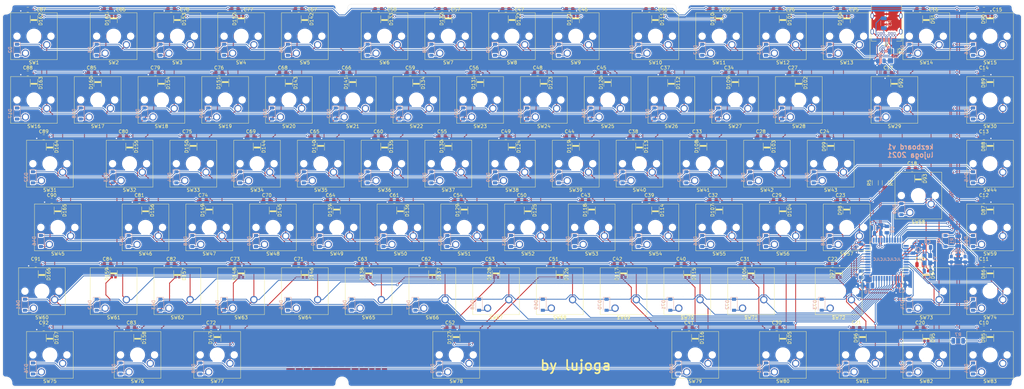
<source format=kicad_pcb>
(kicad_pcb (version 20171130) (host pcbnew 5.1.10)

  (general
    (thickness 1.6)
    (drawings 54)
    (tracks 2819)
    (zones 0)
    (modules 363)
    (nets 216)
  )

  (page A3)
  (layers
    (0 F.Cu signal)
    (31 B.Cu signal)
    (32 B.Adhes user)
    (33 F.Adhes user)
    (34 B.Paste user)
    (35 F.Paste user)
    (36 B.SilkS user)
    (37 F.SilkS user)
    (38 B.Mask user)
    (39 F.Mask user)
    (40 Dwgs.User user hide)
    (41 Cmts.User user)
    (42 Eco1.User user)
    (43 Eco2.User user)
    (44 Edge.Cuts user)
    (45 Margin user)
    (46 B.CrtYd user)
    (47 F.CrtYd user)
    (48 B.Fab user hide)
    (49 F.Fab user hide)
  )

  (setup
    (last_trace_width 0.25)
    (trace_clearance 0.2)
    (zone_clearance 0.508)
    (zone_45_only no)
    (trace_min 0.2)
    (via_size 0.8)
    (via_drill 0.4)
    (via_min_size 0.6)
    (via_min_drill 0.3)
    (uvia_size 0.3)
    (uvia_drill 0.1)
    (uvias_allowed no)
    (uvia_min_size 0.2)
    (uvia_min_drill 0.1)
    (edge_width 0.05)
    (segment_width 0.2)
    (pcb_text_width 0.3)
    (pcb_text_size 1.5 1.5)
    (mod_edge_width 0.12)
    (mod_text_size 1 1)
    (mod_text_width 0.15)
    (pad_size 2 2)
    (pad_drill 0)
    (pad_to_mask_clearance 0)
    (aux_axis_origin 0 0)
    (visible_elements FFFFF77F)
    (pcbplotparams
      (layerselection 0x010fc_ffffffff)
      (usegerberextensions true)
      (usegerberattributes false)
      (usegerberadvancedattributes false)
      (creategerberjobfile false)
      (excludeedgelayer true)
      (linewidth 0.100000)
      (plotframeref false)
      (viasonmask false)
      (mode 1)
      (useauxorigin false)
      (hpglpennumber 1)
      (hpglpenspeed 20)
      (hpglpendiameter 15.000000)
      (psnegative false)
      (psa4output false)
      (plotreference true)
      (plotvalue true)
      (plotinvisibletext false)
      (padsonsilk false)
      (subtractmaskfromsilk true)
      (outputformat 1)
      (mirror false)
      (drillshape 0)
      (scaleselection 1)
      (outputdirectory "gerber/"))
  )

  (net 0 "")
  (net 1 GND)
  (net 2 +5V)
  (net 3 "Net-(C7-Pad1)")
  (net 4 "Net-(C8-Pad2)")
  (net 5 "Net-(C9-Pad1)")
  (net 6 RST)
  (net 7 ROW0)
  (net 8 "Net-(D2-Pad2)")
  (net 9 "Net-(D3-Pad2)")
  (net 10 "Net-(D4-Pad2)")
  (net 11 "Net-(D5-Pad2)")
  (net 12 "Net-(D6-Pad2)")
  (net 13 "Net-(D7-Pad2)")
  (net 14 "Net-(D8-Pad2)")
  (net 15 "Net-(D9-Pad2)")
  (net 16 "Net-(D10-Pad2)")
  (net 17 "Net-(D11-Pad2)")
  (net 18 "Net-(D12-Pad2)")
  (net 19 "Net-(D13-Pad2)")
  (net 20 "Net-(D14-Pad2)")
  (net 21 "Net-(D15-Pad2)")
  (net 22 "Net-(D16-Pad2)")
  (net 23 ROW1)
  (net 24 "Net-(D17-Pad2)")
  (net 25 "Net-(D18-Pad2)")
  (net 26 "Net-(D19-Pad2)")
  (net 27 "Net-(D20-Pad2)")
  (net 28 "Net-(D21-Pad2)")
  (net 29 "Net-(D22-Pad2)")
  (net 30 "Net-(D23-Pad2)")
  (net 31 "Net-(D24-Pad2)")
  (net 32 "Net-(D25-Pad2)")
  (net 33 "Net-(D26-Pad2)")
  (net 34 "Net-(D27-Pad2)")
  (net 35 "Net-(D28-Pad2)")
  (net 36 "Net-(D29-Pad2)")
  (net 37 "Net-(D30-Pad2)")
  (net 38 "Net-(D31-Pad2)")
  (net 39 "Net-(D32-Pad2)")
  (net 40 ROW2)
  (net 41 "Net-(D33-Pad2)")
  (net 42 "Net-(D34-Pad2)")
  (net 43 "Net-(D35-Pad2)")
  (net 44 "Net-(D36-Pad2)")
  (net 45 "Net-(D37-Pad2)")
  (net 46 "Net-(D38-Pad2)")
  (net 47 "Net-(D39-Pad2)")
  (net 48 "Net-(D40-Pad2)")
  (net 49 "Net-(D41-Pad2)")
  (net 50 "Net-(D42-Pad2)")
  (net 51 "Net-(D43-Pad2)")
  (net 52 "Net-(D44-Pad2)")
  (net 53 "Net-(D45-Pad2)")
  (net 54 "Net-(D46-Pad2)")
  (net 55 ROW3)
  (net 56 "Net-(D47-Pad2)")
  (net 57 "Net-(D48-Pad2)")
  (net 58 "Net-(D49-Pad2)")
  (net 59 "Net-(D50-Pad2)")
  (net 60 "Net-(D51-Pad2)")
  (net 61 "Net-(D52-Pad2)")
  (net 62 "Net-(D53-Pad2)")
  (net 63 "Net-(D54-Pad2)")
  (net 64 "Net-(D55-Pad2)")
  (net 65 "Net-(D56-Pad2)")
  (net 66 "Net-(D57-Pad2)")
  (net 67 "Net-(D58-Pad2)")
  (net 68 "Net-(D59-Pad2)")
  (net 69 "Net-(D60-Pad2)")
  (net 70 ROW4)
  (net 71 "Net-(D61-Pad2)")
  (net 72 "Net-(D62-Pad2)")
  (net 73 "Net-(D63-Pad2)")
  (net 74 "Net-(D64-Pad2)")
  (net 75 "Net-(D65-Pad2)")
  (net 76 "Net-(D66-Pad2)")
  (net 77 "Net-(D67-Pad2)")
  (net 78 "Net-(D68-Pad2)")
  (net 79 "Net-(D69-Pad2)")
  (net 80 "Net-(D70-Pad2)")
  (net 81 "Net-(D71-Pad2)")
  (net 82 "Net-(D72-Pad2)")
  (net 83 "Net-(D73-Pad2)")
  (net 84 "Net-(D74-Pad2)")
  (net 85 "Net-(D75-Pad2)")
  (net 86 ROW5)
  (net 87 "Net-(D76-Pad2)")
  (net 88 "Net-(D77-Pad2)")
  (net 89 "Net-(D78-Pad2)")
  (net 90 "Net-(D79-Pad2)")
  (net 91 "Net-(D80-Pad2)")
  (net 92 "Net-(D81-Pad2)")
  (net 93 "Net-(D82-Pad2)")
  (net 94 "Net-(D83-Pad2)")
  (net 95 "Net-(D84-Pad2)")
  (net 96 "Net-(D85-Pad2)")
  (net 97 DIN)
  (net 98 "Net-(D86-Pad2)")
  (net 99 "Net-(D87-Pad2)")
  (net 100 "Net-(D88-Pad2)")
  (net 101 "Net-(D89-Pad2)")
  (net 102 "Net-(D90-Pad2)")
  (net 103 "Net-(D91-Pad2)")
  (net 104 "Net-(D92-Pad2)")
  (net 105 "Net-(D93-Pad2)")
  (net 106 "Net-(D94-Pad2)")
  (net 107 "Net-(D95-Pad2)")
  (net 108 "Net-(D96-Pad2)")
  (net 109 "Net-(D97-Pad2)")
  (net 110 "Net-(D98-Pad2)")
  (net 111 "Net-(D100-Pad4)")
  (net 112 "Net-(D100-Pad2)")
  (net 113 "Net-(D101-Pad2)")
  (net 114 "Net-(D102-Pad2)")
  (net 115 "Net-(D103-Pad2)")
  (net 116 "Net-(D104-Pad2)")
  (net 117 "Net-(D105-Pad2)")
  (net 118 "Net-(D106-Pad2)")
  (net 119 "Net-(D107-Pad2)")
  (net 120 "Net-(D108-Pad2)")
  (net 121 "Net-(D109-Pad2)")
  (net 122 "Net-(D110-Pad2)")
  (net 123 "Net-(D111-Pad2)")
  (net 124 "Net-(D112-Pad2)")
  (net 125 "Net-(D113-Pad2)")
  (net 126 "Net-(D114-Pad2)")
  (net 127 "Net-(D115-Pad2)")
  (net 128 "Net-(D116-Pad2)")
  (net 129 "Net-(D117-Pad2)")
  (net 130 "Net-(D118-Pad2)")
  (net 131 "Net-(D119-Pad2)")
  (net 132 "Net-(D120-Pad2)")
  (net 133 "Net-(D121-Pad2)")
  (net 134 "Net-(D122-Pad2)")
  (net 135 "Net-(D123-Pad2)")
  (net 136 "Net-(D124-Pad2)")
  (net 137 "Net-(D125-Pad2)")
  (net 138 "Net-(D126-Pad2)")
  (net 139 "Net-(D127-Pad2)")
  (net 140 "Net-(D128-Pad2)")
  (net 141 "Net-(D129-Pad2)")
  (net 142 "Net-(D130-Pad2)")
  (net 143 "Net-(D131-Pad2)")
  (net 144 "Net-(D132-Pad2)")
  (net 145 "Net-(D133-Pad2)")
  (net 146 "Net-(D134-Pad2)")
  (net 147 "Net-(D135-Pad2)")
  (net 148 "Net-(D136-Pad2)")
  (net 149 "Net-(D137-Pad2)")
  (net 150 "Net-(D138-Pad2)")
  (net 151 "Net-(D139-Pad2)")
  (net 152 "Net-(D140-Pad2)")
  (net 153 "Net-(D141-Pad2)")
  (net 154 "Net-(D142-Pad2)")
  (net 155 "Net-(D143-Pad2)")
  (net 156 "Net-(D144-Pad2)")
  (net 157 "Net-(D145-Pad2)")
  (net 158 "Net-(D146-Pad2)")
  (net 159 "Net-(D147-Pad2)")
  (net 160 "Net-(D148-Pad2)")
  (net 161 "Net-(D149-Pad2)")
  (net 162 "Net-(D150-Pad2)")
  (net 163 "Net-(D151-Pad2)")
  (net 164 "Net-(D152-Pad2)")
  (net 165 "Net-(D153-Pad2)")
  (net 166 "Net-(D154-Pad2)")
  (net 167 "Net-(D155-Pad2)")
  (net 168 "Net-(D156-Pad2)")
  (net 169 "Net-(D157-Pad2)")
  (net 170 "Net-(D158-Pad2)")
  (net 171 "Net-(D159-Pad2)")
  (net 172 "Net-(D160-Pad2)")
  (net 173 "Net-(D161-Pad2)")
  (net 174 "Net-(D162-Pad2)")
  (net 175 "Net-(D163-Pad2)")
  (net 176 "Net-(D164-Pad2)")
  (net 177 "Net-(D165-Pad2)")
  (net 178 "Net-(D166-Pad2)")
  (net 179 "Net-(D167-Pad2)")
  (net 180 "Net-(F1-Pad2)")
  (net 181 COL02)
  (net 182 COL00)
  (net 183 COL01)
  (net 184 D-)
  (net 185 D+)
  (net 186 "Net-(R6-Pad2)")
  (net 187 COL03)
  (net 188 COL04)
  (net 189 COL06)
  (net 190 COL07)
  (net 191 COL08)
  (net 192 COL09)
  (net 193 COL10)
  (net 194 COL11)
  (net 195 COL12)
  (net 196 COL13)
  (net 197 COL14)
  (net 198 COL15)
  (net 199 COL05)
  (net 200 "Net-(U1-Pad1)")
  (net 201 "Net-(U1-Pad42)")
  (net 202 "Net-(R7-Pad2)")
  (net 203 "Net-(J1-PadB11)")
  (net 204 "Net-(J1-PadB2)")
  (net 205 "Net-(J1-PadB5)")
  (net 206 "Net-(J1-PadB8)")
  (net 207 "Net-(J1-PadB3)")
  (net 208 "Net-(J1-PadB10)")
  (net 209 "Net-(J1-PadA2)")
  (net 210 "Net-(J1-PadA3)")
  (net 211 "Net-(J1-PadA5)")
  (net 212 "Net-(J1-PadA8)")
  (net 213 "Net-(J1-PadA10)")
  (net 214 "Net-(J1-PadA11)")
  (net 215 "Net-(U1-Pad12)")

  (net_class Default "Dies ist die voreingestellte Netzklasse."
    (clearance 0.2)
    (trace_width 0.25)
    (via_dia 0.8)
    (via_drill 0.4)
    (uvia_dia 0.3)
    (uvia_drill 0.1)
    (add_net +5V)
    (add_net COL00)
    (add_net COL01)
    (add_net COL02)
    (add_net COL03)
    (add_net COL04)
    (add_net COL05)
    (add_net COL06)
    (add_net COL07)
    (add_net COL08)
    (add_net COL09)
    (add_net COL10)
    (add_net COL11)
    (add_net COL12)
    (add_net COL13)
    (add_net COL14)
    (add_net COL15)
    (add_net D+)
    (add_net D-)
    (add_net DIN)
    (add_net GND)
    (add_net "Net-(C7-Pad1)")
    (add_net "Net-(C8-Pad2)")
    (add_net "Net-(C9-Pad1)")
    (add_net "Net-(D10-Pad2)")
    (add_net "Net-(D100-Pad2)")
    (add_net "Net-(D100-Pad4)")
    (add_net "Net-(D101-Pad2)")
    (add_net "Net-(D102-Pad2)")
    (add_net "Net-(D103-Pad2)")
    (add_net "Net-(D104-Pad2)")
    (add_net "Net-(D105-Pad2)")
    (add_net "Net-(D106-Pad2)")
    (add_net "Net-(D107-Pad2)")
    (add_net "Net-(D108-Pad2)")
    (add_net "Net-(D109-Pad2)")
    (add_net "Net-(D11-Pad2)")
    (add_net "Net-(D110-Pad2)")
    (add_net "Net-(D111-Pad2)")
    (add_net "Net-(D112-Pad2)")
    (add_net "Net-(D113-Pad2)")
    (add_net "Net-(D114-Pad2)")
    (add_net "Net-(D115-Pad2)")
    (add_net "Net-(D116-Pad2)")
    (add_net "Net-(D117-Pad2)")
    (add_net "Net-(D118-Pad2)")
    (add_net "Net-(D119-Pad2)")
    (add_net "Net-(D12-Pad2)")
    (add_net "Net-(D120-Pad2)")
    (add_net "Net-(D121-Pad2)")
    (add_net "Net-(D122-Pad2)")
    (add_net "Net-(D123-Pad2)")
    (add_net "Net-(D124-Pad2)")
    (add_net "Net-(D125-Pad2)")
    (add_net "Net-(D126-Pad2)")
    (add_net "Net-(D127-Pad2)")
    (add_net "Net-(D128-Pad2)")
    (add_net "Net-(D129-Pad2)")
    (add_net "Net-(D13-Pad2)")
    (add_net "Net-(D130-Pad2)")
    (add_net "Net-(D131-Pad2)")
    (add_net "Net-(D132-Pad2)")
    (add_net "Net-(D133-Pad2)")
    (add_net "Net-(D134-Pad2)")
    (add_net "Net-(D135-Pad2)")
    (add_net "Net-(D136-Pad2)")
    (add_net "Net-(D137-Pad2)")
    (add_net "Net-(D138-Pad2)")
    (add_net "Net-(D139-Pad2)")
    (add_net "Net-(D14-Pad2)")
    (add_net "Net-(D140-Pad2)")
    (add_net "Net-(D141-Pad2)")
    (add_net "Net-(D142-Pad2)")
    (add_net "Net-(D143-Pad2)")
    (add_net "Net-(D144-Pad2)")
    (add_net "Net-(D145-Pad2)")
    (add_net "Net-(D146-Pad2)")
    (add_net "Net-(D147-Pad2)")
    (add_net "Net-(D148-Pad2)")
    (add_net "Net-(D149-Pad2)")
    (add_net "Net-(D15-Pad2)")
    (add_net "Net-(D150-Pad2)")
    (add_net "Net-(D151-Pad2)")
    (add_net "Net-(D152-Pad2)")
    (add_net "Net-(D153-Pad2)")
    (add_net "Net-(D154-Pad2)")
    (add_net "Net-(D155-Pad2)")
    (add_net "Net-(D156-Pad2)")
    (add_net "Net-(D157-Pad2)")
    (add_net "Net-(D158-Pad2)")
    (add_net "Net-(D159-Pad2)")
    (add_net "Net-(D16-Pad2)")
    (add_net "Net-(D160-Pad2)")
    (add_net "Net-(D161-Pad2)")
    (add_net "Net-(D162-Pad2)")
    (add_net "Net-(D163-Pad2)")
    (add_net "Net-(D164-Pad2)")
    (add_net "Net-(D165-Pad2)")
    (add_net "Net-(D166-Pad2)")
    (add_net "Net-(D167-Pad2)")
    (add_net "Net-(D17-Pad2)")
    (add_net "Net-(D18-Pad2)")
    (add_net "Net-(D19-Pad2)")
    (add_net "Net-(D2-Pad2)")
    (add_net "Net-(D20-Pad2)")
    (add_net "Net-(D21-Pad2)")
    (add_net "Net-(D22-Pad2)")
    (add_net "Net-(D23-Pad2)")
    (add_net "Net-(D24-Pad2)")
    (add_net "Net-(D25-Pad2)")
    (add_net "Net-(D26-Pad2)")
    (add_net "Net-(D27-Pad2)")
    (add_net "Net-(D28-Pad2)")
    (add_net "Net-(D29-Pad2)")
    (add_net "Net-(D3-Pad2)")
    (add_net "Net-(D30-Pad2)")
    (add_net "Net-(D31-Pad2)")
    (add_net "Net-(D32-Pad2)")
    (add_net "Net-(D33-Pad2)")
    (add_net "Net-(D34-Pad2)")
    (add_net "Net-(D35-Pad2)")
    (add_net "Net-(D36-Pad2)")
    (add_net "Net-(D37-Pad2)")
    (add_net "Net-(D38-Pad2)")
    (add_net "Net-(D39-Pad2)")
    (add_net "Net-(D4-Pad2)")
    (add_net "Net-(D40-Pad2)")
    (add_net "Net-(D41-Pad2)")
    (add_net "Net-(D42-Pad2)")
    (add_net "Net-(D43-Pad2)")
    (add_net "Net-(D44-Pad2)")
    (add_net "Net-(D45-Pad2)")
    (add_net "Net-(D46-Pad2)")
    (add_net "Net-(D47-Pad2)")
    (add_net "Net-(D48-Pad2)")
    (add_net "Net-(D49-Pad2)")
    (add_net "Net-(D5-Pad2)")
    (add_net "Net-(D50-Pad2)")
    (add_net "Net-(D51-Pad2)")
    (add_net "Net-(D52-Pad2)")
    (add_net "Net-(D53-Pad2)")
    (add_net "Net-(D54-Pad2)")
    (add_net "Net-(D55-Pad2)")
    (add_net "Net-(D56-Pad2)")
    (add_net "Net-(D57-Pad2)")
    (add_net "Net-(D58-Pad2)")
    (add_net "Net-(D59-Pad2)")
    (add_net "Net-(D6-Pad2)")
    (add_net "Net-(D60-Pad2)")
    (add_net "Net-(D61-Pad2)")
    (add_net "Net-(D62-Pad2)")
    (add_net "Net-(D63-Pad2)")
    (add_net "Net-(D64-Pad2)")
    (add_net "Net-(D65-Pad2)")
    (add_net "Net-(D66-Pad2)")
    (add_net "Net-(D67-Pad2)")
    (add_net "Net-(D68-Pad2)")
    (add_net "Net-(D69-Pad2)")
    (add_net "Net-(D7-Pad2)")
    (add_net "Net-(D70-Pad2)")
    (add_net "Net-(D71-Pad2)")
    (add_net "Net-(D72-Pad2)")
    (add_net "Net-(D73-Pad2)")
    (add_net "Net-(D74-Pad2)")
    (add_net "Net-(D75-Pad2)")
    (add_net "Net-(D76-Pad2)")
    (add_net "Net-(D77-Pad2)")
    (add_net "Net-(D78-Pad2)")
    (add_net "Net-(D79-Pad2)")
    (add_net "Net-(D8-Pad2)")
    (add_net "Net-(D80-Pad2)")
    (add_net "Net-(D81-Pad2)")
    (add_net "Net-(D82-Pad2)")
    (add_net "Net-(D83-Pad2)")
    (add_net "Net-(D84-Pad2)")
    (add_net "Net-(D85-Pad2)")
    (add_net "Net-(D86-Pad2)")
    (add_net "Net-(D87-Pad2)")
    (add_net "Net-(D88-Pad2)")
    (add_net "Net-(D89-Pad2)")
    (add_net "Net-(D9-Pad2)")
    (add_net "Net-(D90-Pad2)")
    (add_net "Net-(D91-Pad2)")
    (add_net "Net-(D92-Pad2)")
    (add_net "Net-(D93-Pad2)")
    (add_net "Net-(D94-Pad2)")
    (add_net "Net-(D95-Pad2)")
    (add_net "Net-(D96-Pad2)")
    (add_net "Net-(D97-Pad2)")
    (add_net "Net-(D98-Pad2)")
    (add_net "Net-(F1-Pad2)")
    (add_net "Net-(J1-PadA10)")
    (add_net "Net-(J1-PadA11)")
    (add_net "Net-(J1-PadA2)")
    (add_net "Net-(J1-PadA3)")
    (add_net "Net-(J1-PadA5)")
    (add_net "Net-(J1-PadA8)")
    (add_net "Net-(J1-PadB10)")
    (add_net "Net-(J1-PadB11)")
    (add_net "Net-(J1-PadB2)")
    (add_net "Net-(J1-PadB3)")
    (add_net "Net-(J1-PadB5)")
    (add_net "Net-(J1-PadB8)")
    (add_net "Net-(R6-Pad2)")
    (add_net "Net-(R7-Pad2)")
    (add_net "Net-(U1-Pad1)")
    (add_net "Net-(U1-Pad12)")
    (add_net "Net-(U1-Pad42)")
    (add_net ROW0)
    (add_net ROW1)
    (add_net ROW2)
    (add_net ROW3)
    (add_net ROW4)
    (add_net ROW5)
    (add_net RST)
  )

  (module kezboard-pcb:Symbol_kezboard (layer F.Cu) (tedit 60F495B5) (tstamp 60F56A21)
    (at 138.1125 142.875)
    (descr "tiny kezboard is tiny")
    (attr virtual)
    (fp_text reference REF** (at 0 -6.715) (layer F.SilkS) hide
      (effects (font (size 1 1) (thickness 0.15)))
    )
    (fp_text value Symbol_kezboard (at 0 6.715) (layer F.Fab) hide
      (effects (font (size 1 1) (thickness 0.15)))
    )
    (fp_poly (pts (xy 13.7255 4.2005) (xy 14.8495 4.2005) (xy 14.8495 5.3245) (xy 13.7255 5.3245)) (layer F.Mask) (width 0.35))
    (fp_poly (pts (xy 13.7255 4.2005) (xy 14.8495 4.2005) (xy 14.8495 5.3245) (xy 13.7255 5.3245)) (layer F.Cu) (width 0.4))
    (fp_poly (pts (xy 11.8205 4.2005) (xy 12.9445 4.2005) (xy 12.9445 5.3245) (xy 11.8205 5.3245)) (layer F.Mask) (width 0.35))
    (fp_poly (pts (xy 11.8205 4.2005) (xy 12.9445 4.2005) (xy 12.9445 5.3245) (xy 11.8205 5.3245)) (layer F.Cu) (width 0.4))
    (fp_poly (pts (xy 9.9155 4.2005) (xy 11.0395 4.2005) (xy 11.0395 5.3245) (xy 9.9155 5.3245)) (layer F.Mask) (width 0.35))
    (fp_poly (pts (xy 9.9155 4.2005) (xy 11.0395 4.2005) (xy 11.0395 5.3245) (xy 9.9155 5.3245)) (layer F.Cu) (width 0.4))
    (fp_poly (pts (xy 7.058 4.2005) (xy 9.1345 4.2005) (xy 9.1345 5.3245) (xy 7.058 5.3245)) (layer F.Mask) (width 0.35))
    (fp_poly (pts (xy 7.058 4.2005) (xy 9.1345 4.2005) (xy 9.1345 5.3245) (xy 7.058 5.3245)) (layer F.Cu) (width 0.4))
    (fp_poly (pts (xy 4.67675 4.2005) (xy 6.277 4.2005) (xy 6.277 5.3245) (xy 4.67675 5.3245)) (layer F.Mask) (width 0.35))
    (fp_poly (pts (xy 4.67675 4.2005) (xy 6.277 4.2005) (xy 6.277 5.3245) (xy 4.67675 5.3245)) (layer F.Cu) (width 0.4))
    (fp_poly (pts (xy -7.2295 4.2005) (xy 3.89575 4.2005) (xy 3.89575 5.3245) (xy -7.2295 5.3245)) (layer F.Mask) (width 0.35))
    (fp_poly (pts (xy -7.2295 4.2005) (xy 3.89575 4.2005) (xy 3.89575 5.3245) (xy -7.2295 5.3245)) (layer F.Cu) (width 0.4))
    (fp_poly (pts (xy -9.61075 4.2005) (xy -8.0105 4.2005) (xy -8.0105 5.3245) (xy -9.61075 5.3245)) (layer F.Mask) (width 0.35))
    (fp_poly (pts (xy -9.61075 4.2005) (xy -8.0105 4.2005) (xy -8.0105 5.3245) (xy -9.61075 5.3245)) (layer F.Cu) (width 0.4))
    (fp_poly (pts (xy -11.992 4.2005) (xy -10.39175 4.2005) (xy -10.39175 5.3245) (xy -11.992 5.3245)) (layer F.Mask) (width 0.35))
    (fp_poly (pts (xy -11.992 4.2005) (xy -10.39175 4.2005) (xy -10.39175 5.3245) (xy -11.992 5.3245)) (layer F.Cu) (width 0.4))
    (fp_poly (pts (xy -14.8495 4.2005) (xy -12.773 4.2005) (xy -12.773 5.3245) (xy -14.8495 5.3245)) (layer F.Mask) (width 0.35))
    (fp_poly (pts (xy -14.8495 4.2005) (xy -12.773 4.2005) (xy -12.773 5.3245) (xy -14.8495 5.3245)) (layer F.Cu) (width 0.4))
    (fp_poly (pts (xy 13.7255 2.2955) (xy 14.8495 2.2955) (xy 14.8495 3.4195) (xy 13.7255 3.4195)) (layer F.Mask) (width 0.35))
    (fp_poly (pts (xy 13.7255 2.2955) (xy 14.8495 2.2955) (xy 14.8495 3.4195) (xy 13.7255 3.4195)) (layer F.Cu) (width 0.4))
    (fp_poly (pts (xy 11.8205 2.2955) (xy 12.9445 2.2955) (xy 12.9445 3.4195) (xy 11.8205 3.4195)) (layer F.Mask) (width 0.35))
    (fp_poly (pts (xy 11.8205 2.2955) (xy 12.9445 2.2955) (xy 12.9445 3.4195) (xy 11.8205 3.4195)) (layer F.Cu) (width 0.4))
    (fp_poly (pts (xy 8.48675 2.2955) (xy 11.0395 2.2955) (xy 11.0395 3.4195) (xy 8.48675 3.4195)) (layer F.Mask) (width 0.35))
    (fp_poly (pts (xy 8.48675 2.2955) (xy 11.0395 2.2955) (xy 11.0395 3.4195) (xy 8.48675 3.4195)) (layer F.Cu) (width 0.4))
    (fp_poly (pts (xy 6.58175 2.2955) (xy 7.70575 2.2955) (xy 7.70575 3.4195) (xy 6.58175 3.4195)) (layer F.Mask) (width 0.35))
    (fp_poly (pts (xy 6.58175 2.2955) (xy 7.70575 2.2955) (xy 7.70575 3.4195) (xy 6.58175 3.4195)) (layer F.Cu) (width 0.4))
    (fp_poly (pts (xy 4.67675 2.2955) (xy 5.80075 2.2955) (xy 5.80075 3.4195) (xy 4.67675 3.4195)) (layer F.Mask) (width 0.35))
    (fp_poly (pts (xy 4.67675 2.2955) (xy 5.80075 2.2955) (xy 5.80075 3.4195) (xy 4.67675 3.4195)) (layer F.Cu) (width 0.4))
    (fp_poly (pts (xy 2.77175 2.2955) (xy 3.89575 2.2955) (xy 3.89575 3.4195) (xy 2.77175 3.4195)) (layer F.Mask) (width 0.35))
    (fp_poly (pts (xy 2.77175 2.2955) (xy 3.89575 2.2955) (xy 3.89575 3.4195) (xy 2.77175 3.4195)) (layer F.Cu) (width 0.4))
    (fp_poly (pts (xy 0.86675 2.2955) (xy 1.99075 2.2955) (xy 1.99075 3.4195) (xy 0.86675 3.4195)) (layer F.Mask) (width 0.35))
    (fp_poly (pts (xy 0.86675 2.2955) (xy 1.99075 2.2955) (xy 1.99075 3.4195) (xy 0.86675 3.4195)) (layer F.Cu) (width 0.4))
    (fp_poly (pts (xy -1.03825 2.2955) (xy 0.08575 2.2955) (xy 0.08575 3.4195) (xy -1.03825 3.4195)) (layer F.Mask) (width 0.35))
    (fp_poly (pts (xy -1.03825 2.2955) (xy 0.08575 2.2955) (xy 0.08575 3.4195) (xy -1.03825 3.4195)) (layer F.Cu) (width 0.4))
    (fp_poly (pts (xy -2.94325 2.2955) (xy -1.81925 2.2955) (xy -1.81925 3.4195) (xy -2.94325 3.4195)) (layer F.Mask) (width 0.35))
    (fp_poly (pts (xy -2.94325 2.2955) (xy -1.81925 2.2955) (xy -1.81925 3.4195) (xy -2.94325 3.4195)) (layer F.Cu) (width 0.4))
    (fp_poly (pts (xy -4.84825 2.2955) (xy -3.72425 2.2955) (xy -3.72425 3.4195) (xy -4.84825 3.4195)) (layer F.Mask) (width 0.35))
    (fp_poly (pts (xy -4.84825 2.2955) (xy -3.72425 2.2955) (xy -3.72425 3.4195) (xy -4.84825 3.4195)) (layer F.Cu) (width 0.4))
    (fp_poly (pts (xy -6.75325 2.2955) (xy -5.62925 2.2955) (xy -5.62925 3.4195) (xy -6.75325 3.4195)) (layer F.Mask) (width 0.35))
    (fp_poly (pts (xy -6.75325 2.2955) (xy -5.62925 2.2955) (xy -5.62925 3.4195) (xy -6.75325 3.4195)) (layer F.Cu) (width 0.4))
    (fp_poly (pts (xy -8.65825 2.2955) (xy -7.53425 2.2955) (xy -7.53425 3.4195) (xy -8.65825 3.4195)) (layer F.Mask) (width 0.35))
    (fp_poly (pts (xy -8.65825 2.2955) (xy -7.53425 2.2955) (xy -7.53425 3.4195) (xy -8.65825 3.4195)) (layer F.Cu) (width 0.4))
    (fp_poly (pts (xy -10.56325 2.2955) (xy -9.43925 2.2955) (xy -9.43925 3.4195) (xy -10.56325 3.4195)) (layer F.Mask) (width 0.35))
    (fp_poly (pts (xy -10.56325 2.2955) (xy -9.43925 2.2955) (xy -9.43925 3.4195) (xy -10.56325 3.4195)) (layer F.Cu) (width 0.4))
    (fp_poly (pts (xy -12.46825 2.2955) (xy -11.34425 2.2955) (xy -11.34425 3.4195) (xy -12.46825 3.4195)) (layer F.Mask) (width 0.35))
    (fp_poly (pts (xy -12.46825 2.2955) (xy -11.34425 2.2955) (xy -11.34425 3.4195) (xy -12.46825 3.4195)) (layer F.Cu) (width 0.4))
    (fp_poly (pts (xy -14.8495 2.2955) (xy -13.24925 2.2955) (xy -13.24925 3.4195) (xy -14.8495 3.4195)) (layer F.Mask) (width 0.35))
    (fp_poly (pts (xy -14.8495 2.2955) (xy -13.24925 2.2955) (xy -13.24925 3.4195) (xy -14.8495 3.4195)) (layer F.Cu) (width 0.4))
    (fp_poly (pts (xy 13.7255 0.3905) (xy 14.8495 0.3905) (xy 14.8495 1.5145) (xy 13.7255 1.5145)) (layer F.Mask) (width 0.35))
    (fp_poly (pts (xy 13.7255 0.3905) (xy 14.8495 0.3905) (xy 14.8495 1.5145) (xy 13.7255 1.5145)) (layer F.Cu) (width 0.4))
    (fp_poly (pts (xy 9.43925 0.3905) (xy 10.56325 0.3905) (xy 10.56325 1.5145) (xy 9.43925 1.5145)) (layer F.Mask) (width 0.35))
    (fp_poly (pts (xy 9.43925 0.3905) (xy 10.56325 0.3905) (xy 10.56325 1.5145) (xy 9.43925 1.5145)) (layer F.Cu) (width 0.4))
    (fp_poly (pts (xy 7.53425 0.3905) (xy 8.65825 0.3905) (xy 8.65825 1.5145) (xy 7.53425 1.5145)) (layer F.Mask) (width 0.35))
    (fp_poly (pts (xy 7.53425 0.3905) (xy 8.65825 0.3905) (xy 8.65825 1.5145) (xy 7.53425 1.5145)) (layer F.Cu) (width 0.4))
    (fp_poly (pts (xy 5.62925 0.3905) (xy 6.75325 0.3905) (xy 6.75325 1.5145) (xy 5.62925 1.5145)) (layer F.Mask) (width 0.35))
    (fp_poly (pts (xy 5.62925 0.3905) (xy 6.75325 0.3905) (xy 6.75325 1.5145) (xy 5.62925 1.5145)) (layer F.Cu) (width 0.4))
    (fp_poly (pts (xy 3.72425 0.3905) (xy 4.84825 0.3905) (xy 4.84825 1.5145) (xy 3.72425 1.5145)) (layer F.Mask) (width 0.35))
    (fp_poly (pts (xy 3.72425 0.3905) (xy 4.84825 0.3905) (xy 4.84825 1.5145) (xy 3.72425 1.5145)) (layer F.Cu) (width 0.4))
    (fp_poly (pts (xy 1.81925 0.3905) (xy 2.94325 0.3905) (xy 2.94325 1.5145) (xy 1.81925 1.5145)) (layer F.Mask) (width 0.35))
    (fp_poly (pts (xy 1.81925 0.3905) (xy 2.94325 0.3905) (xy 2.94325 1.5145) (xy 1.81925 1.5145)) (layer F.Cu) (width 0.4))
    (fp_poly (pts (xy -0.08575 0.3905) (xy 1.03825 0.3905) (xy 1.03825 1.5145) (xy -0.08575 1.5145)) (layer F.Mask) (width 0.35))
    (fp_poly (pts (xy -0.08575 0.3905) (xy 1.03825 0.3905) (xy 1.03825 1.5145) (xy -0.08575 1.5145)) (layer F.Cu) (width 0.4))
    (fp_poly (pts (xy -1.99075 0.3905) (xy -0.86675 0.3905) (xy -0.86675 1.5145) (xy -1.99075 1.5145)) (layer F.Mask) (width 0.35))
    (fp_poly (pts (xy -1.99075 0.3905) (xy -0.86675 0.3905) (xy -0.86675 1.5145) (xy -1.99075 1.5145)) (layer F.Cu) (width 0.4))
    (fp_poly (pts (xy -3.89575 0.3905) (xy -2.77175 0.3905) (xy -2.77175 1.5145) (xy -3.89575 1.5145)) (layer F.Mask) (width 0.35))
    (fp_poly (pts (xy -3.89575 0.3905) (xy -2.77175 0.3905) (xy -2.77175 1.5145) (xy -3.89575 1.5145)) (layer F.Cu) (width 0.4))
    (fp_poly (pts (xy -5.80075 0.3905) (xy -4.67675 0.3905) (xy -4.67675 1.5145) (xy -5.80075 1.5145)) (layer F.Mask) (width 0.35))
    (fp_poly (pts (xy -5.80075 0.3905) (xy -4.67675 0.3905) (xy -4.67675 1.5145) (xy -5.80075 1.5145)) (layer F.Cu) (width 0.4))
    (fp_poly (pts (xy -7.70575 0.3905) (xy -6.58175 0.3905) (xy -6.58175 1.5145) (xy -7.70575 1.5145)) (layer F.Mask) (width 0.35))
    (fp_poly (pts (xy -7.70575 0.3905) (xy -6.58175 0.3905) (xy -6.58175 1.5145) (xy -7.70575 1.5145)) (layer F.Cu) (width 0.4))
    (fp_poly (pts (xy -9.61075 0.3905) (xy -8.48675 0.3905) (xy -8.48675 1.5145) (xy -9.61075 1.5145)) (layer F.Mask) (width 0.35))
    (fp_poly (pts (xy -9.61075 0.3905) (xy -8.48675 0.3905) (xy -8.48675 1.5145) (xy -9.61075 1.5145)) (layer F.Cu) (width 0.4))
    (fp_poly (pts (xy -11.51575 0.3905) (xy -10.39175 0.3905) (xy -10.39175 1.5145) (xy -11.51575 1.5145)) (layer F.Mask) (width 0.35))
    (fp_poly (pts (xy -11.51575 0.3905) (xy -10.39175 0.3905) (xy -10.39175 1.5145) (xy -11.51575 1.5145)) (layer F.Cu) (width 0.4))
    (fp_poly (pts (xy -14.8495 0.3905) (xy -12.29675 0.3905) (xy -12.29675 1.5145) (xy -14.8495 1.5145)) (layer F.Mask) (width 0.35))
    (fp_poly (pts (xy -14.8495 0.3905) (xy -12.29675 0.3905) (xy -12.29675 1.5145) (xy -14.8495 1.5145)) (layer F.Cu) (width 0.4))
    (fp_poly (pts (xy 13.7255 -1.5145) (xy 14.8495 -1.5145) (xy 14.8495 -0.3905) (xy 13.7255 -0.3905)) (layer F.Mask) (width 0.35))
    (fp_poly (pts (xy 13.7255 -1.5145) (xy 14.8495 -1.5145) (xy 14.8495 -0.3905) (xy 13.7255 -0.3905)) (layer F.Cu) (width 0.4))
    (fp_poly (pts (xy 10.868 -1.5145) (xy 12.9445 -1.5145) (xy 12.9445 -0.3905) (xy 10.868 -0.3905)) (layer F.Mask) (width 0.35))
    (fp_poly (pts (xy 10.868 -1.5145) (xy 12.9445 -1.5145) (xy 12.9445 -0.3905) (xy 10.868 -0.3905)) (layer F.Cu) (width 0.4))
    (fp_poly (pts (xy 11.34425 -1.5145) (xy 12.9445 -1.5145) (xy 12.9445 1.5145) (xy 11.34425 1.5145)) (layer F.Mask) (width 0.35))
    (fp_poly (pts (xy 11.34425 -1.5145) (xy 12.9445 -1.5145) (xy 12.9445 1.5145) (xy 11.34425 1.5145)) (layer F.Cu) (width 0.4))
    (fp_poly (pts (xy 8.963 -1.5145) (xy 10.087 -1.5145) (xy 10.087 -0.3905) (xy 8.963 -0.3905)) (layer F.Mask) (width 0.35))
    (fp_poly (pts (xy 8.963 -1.5145) (xy 10.087 -1.5145) (xy 10.087 -0.3905) (xy 8.963 -0.3905)) (layer F.Cu) (width 0.4))
    (fp_poly (pts (xy 7.058 -1.5145) (xy 8.182 -1.5145) (xy 8.182 -0.3905) (xy 7.058 -0.3905)) (layer F.Mask) (width 0.35))
    (fp_poly (pts (xy 7.058 -1.5145) (xy 8.182 -1.5145) (xy 8.182 -0.3905) (xy 7.058 -0.3905)) (layer F.Cu) (width 0.4))
    (fp_poly (pts (xy 5.153 -1.5145) (xy 6.277 -1.5145) (xy 6.277 -0.3905) (xy 5.153 -0.3905)) (layer F.Mask) (width 0.35))
    (fp_poly (pts (xy 5.153 -1.5145) (xy 6.277 -1.5145) (xy 6.277 -0.3905) (xy 5.153 -0.3905)) (layer F.Cu) (width 0.4))
    (fp_poly (pts (xy 3.248 -1.5145) (xy 4.372 -1.5145) (xy 4.372 -0.3905) (xy 3.248 -0.3905)) (layer F.Mask) (width 0.35))
    (fp_poly (pts (xy 3.248 -1.5145) (xy 4.372 -1.5145) (xy 4.372 -0.3905) (xy 3.248 -0.3905)) (layer F.Cu) (width 0.4))
    (fp_poly (pts (xy 1.343 -1.5145) (xy 2.467 -1.5145) (xy 2.467 -0.3905) (xy 1.343 -0.3905)) (layer F.Mask) (width 0.35))
    (fp_poly (pts (xy 1.343 -1.5145) (xy 2.467 -1.5145) (xy 2.467 -0.3905) (xy 1.343 -0.3905)) (layer F.Cu) (width 0.4))
    (fp_poly (pts (xy -0.562 -1.5145) (xy 0.562 -1.5145) (xy 0.562 -0.3905) (xy -0.562 -0.3905)) (layer F.Mask) (width 0.35))
    (fp_poly (pts (xy -0.562 -1.5145) (xy 0.562 -1.5145) (xy 0.562 -0.3905) (xy -0.562 -0.3905)) (layer F.Cu) (width 0.4))
    (fp_poly (pts (xy -2.467 -1.5145) (xy -1.343 -1.5145) (xy -1.343 -0.3905) (xy -2.467 -0.3905)) (layer F.Mask) (width 0.35))
    (fp_poly (pts (xy -2.467 -1.5145) (xy -1.343 -1.5145) (xy -1.343 -0.3905) (xy -2.467 -0.3905)) (layer F.Cu) (width 0.4))
    (fp_poly (pts (xy -4.372 -1.5145) (xy -3.248 -1.5145) (xy -3.248 -0.3905) (xy -4.372 -0.3905)) (layer F.Mask) (width 0.35))
    (fp_poly (pts (xy -4.372 -1.5145) (xy -3.248 -1.5145) (xy -3.248 -0.3905) (xy -4.372 -0.3905)) (layer F.Cu) (width 0.4))
    (fp_poly (pts (xy -6.277 -1.5145) (xy -5.153 -1.5145) (xy -5.153 -0.3905) (xy -6.277 -0.3905)) (layer F.Mask) (width 0.35))
    (fp_poly (pts (xy -6.277 -1.5145) (xy -5.153 -1.5145) (xy -5.153 -0.3905) (xy -6.277 -0.3905)) (layer F.Cu) (width 0.4))
    (fp_poly (pts (xy -8.182 -1.5145) (xy -7.058 -1.5145) (xy -7.058 -0.3905) (xy -8.182 -0.3905)) (layer F.Mask) (width 0.35))
    (fp_poly (pts (xy -8.182 -1.5145) (xy -7.058 -1.5145) (xy -7.058 -0.3905) (xy -8.182 -0.3905)) (layer F.Cu) (width 0.4))
    (fp_poly (pts (xy -10.087 -1.5145) (xy -8.963 -1.5145) (xy -8.963 -0.3905) (xy -10.087 -0.3905)) (layer F.Mask) (width 0.35))
    (fp_poly (pts (xy -10.087 -1.5145) (xy -8.963 -1.5145) (xy -8.963 -0.3905) (xy -10.087 -0.3905)) (layer F.Cu) (width 0.4))
    (fp_poly (pts (xy -11.992 -1.5145) (xy -10.868 -1.5145) (xy -10.868 -0.3905) (xy -11.992 -0.3905)) (layer F.Mask) (width 0.35))
    (fp_poly (pts (xy -11.992 -1.5145) (xy -10.868 -1.5145) (xy -10.868 -0.3905) (xy -11.992 -0.3905)) (layer F.Cu) (width 0.4))
    (fp_poly (pts (xy -14.8495 -1.5145) (xy -12.773 -1.5145) (xy -12.773 -0.3905) (xy -14.8495 -0.3905)) (layer F.Mask) (width 0.35))
    (fp_poly (pts (xy -14.8495 -1.5145) (xy -12.773 -1.5145) (xy -12.773 -0.3905) (xy -14.8495 -0.3905)) (layer F.Cu) (width 0.4))
    (fp_poly (pts (xy 13.7255 -3.4195) (xy 14.8495 -3.4195) (xy 14.8495 -2.2955) (xy 13.7255 -2.2955)) (layer F.Mask) (width 0.35))
    (fp_poly (pts (xy 13.7255 -3.4195) (xy 14.8495 -3.4195) (xy 14.8495 -2.2955) (xy 13.7255 -2.2955)) (layer F.Cu) (width 0.4))
    (fp_poly (pts (xy 9.9155 -3.4195) (xy 12.9445 -3.4195) (xy 12.9445 -2.2955) (xy 9.9155 -2.2955)) (layer F.Mask) (width 0.35))
    (fp_poly (pts (xy 9.9155 -3.4195) (xy 12.9445 -3.4195) (xy 12.9445 -2.2955) (xy 9.9155 -2.2955)) (layer F.Cu) (width 0.4))
    (fp_poly (pts (xy 8.0105 -3.4195) (xy 9.1345 -3.4195) (xy 9.1345 -2.2955) (xy 8.0105 -2.2955)) (layer F.Mask) (width 0.35))
    (fp_poly (pts (xy 8.0105 -3.4195) (xy 9.1345 -3.4195) (xy 9.1345 -2.2955) (xy 8.0105 -2.2955)) (layer F.Cu) (width 0.4))
    (fp_poly (pts (xy 6.1055 -3.4195) (xy 7.2295 -3.4195) (xy 7.2295 -2.2955) (xy 6.1055 -2.2955)) (layer F.Mask) (width 0.35))
    (fp_poly (pts (xy 6.1055 -3.4195) (xy 7.2295 -3.4195) (xy 7.2295 -2.2955) (xy 6.1055 -2.2955)) (layer F.Cu) (width 0.4))
    (fp_poly (pts (xy 4.2005 -3.4195) (xy 5.3245 -3.4195) (xy 5.3245 -2.2955) (xy 4.2005 -2.2955)) (layer F.Mask) (width 0.35))
    (fp_poly (pts (xy 4.2005 -3.4195) (xy 5.3245 -3.4195) (xy 5.3245 -2.2955) (xy 4.2005 -2.2955)) (layer F.Cu) (width 0.4))
    (fp_poly (pts (xy 2.2955 -3.4195) (xy 3.4195 -3.4195) (xy 3.4195 -2.2955) (xy 2.2955 -2.2955)) (layer F.Mask) (width 0.35))
    (fp_poly (pts (xy 2.2955 -3.4195) (xy 3.4195 -3.4195) (xy 3.4195 -2.2955) (xy 2.2955 -2.2955)) (layer F.Cu) (width 0.4))
    (fp_poly (pts (xy 0.3905 -3.4195) (xy 1.5145 -3.4195) (xy 1.5145 -2.2955) (xy 0.3905 -2.2955)) (layer F.Mask) (width 0.35))
    (fp_poly (pts (xy 0.3905 -3.4195) (xy 1.5145 -3.4195) (xy 1.5145 -2.2955) (xy 0.3905 -2.2955)) (layer F.Cu) (width 0.4))
    (fp_poly (pts (xy -1.5145 -3.4195) (xy -0.3905 -3.4195) (xy -0.3905 -2.2955) (xy -1.5145 -2.2955)) (layer F.Mask) (width 0.35))
    (fp_poly (pts (xy -1.5145 -3.4195) (xy -0.3905 -3.4195) (xy -0.3905 -2.2955) (xy -1.5145 -2.2955)) (layer F.Cu) (width 0.4))
    (fp_poly (pts (xy -3.4195 -3.4195) (xy -2.2955 -3.4195) (xy -2.2955 -2.2955) (xy -3.4195 -2.2955)) (layer F.Mask) (width 0.35))
    (fp_poly (pts (xy -3.4195 -3.4195) (xy -2.2955 -3.4195) (xy -2.2955 -2.2955) (xy -3.4195 -2.2955)) (layer F.Cu) (width 0.4))
    (fp_poly (pts (xy -5.3245 -3.4195) (xy -4.2005 -3.4195) (xy -4.2005 -2.2955) (xy -5.3245 -2.2955)) (layer F.Mask) (width 0.35))
    (fp_poly (pts (xy -5.3245 -3.4195) (xy -4.2005 -3.4195) (xy -4.2005 -2.2955) (xy -5.3245 -2.2955)) (layer F.Cu) (width 0.4))
    (fp_poly (pts (xy -7.2295 -3.4195) (xy -6.1055 -3.4195) (xy -6.1055 -2.2955) (xy -7.2295 -2.2955)) (layer F.Mask) (width 0.35))
    (fp_poly (pts (xy -7.2295 -3.4195) (xy -6.1055 -3.4195) (xy -6.1055 -2.2955) (xy -7.2295 -2.2955)) (layer F.Cu) (width 0.4))
    (fp_poly (pts (xy -9.1345 -3.4195) (xy -8.0105 -3.4195) (xy -8.0105 -2.2955) (xy -9.1345 -2.2955)) (layer F.Mask) (width 0.35))
    (fp_poly (pts (xy -9.1345 -3.4195) (xy -8.0105 -3.4195) (xy -8.0105 -2.2955) (xy -9.1345 -2.2955)) (layer F.Cu) (width 0.4))
    (fp_poly (pts (xy -11.0395 -3.4195) (xy -9.9155 -3.4195) (xy -9.9155 -2.2955) (xy -11.0395 -2.2955)) (layer F.Mask) (width 0.35))
    (fp_poly (pts (xy -11.0395 -3.4195) (xy -9.9155 -3.4195) (xy -9.9155 -2.2955) (xy -11.0395 -2.2955)) (layer F.Cu) (width 0.4))
    (fp_poly (pts (xy -12.9445 -3.4195) (xy -11.8205 -3.4195) (xy -11.8205 -2.2955) (xy -12.9445 -2.2955)) (layer F.Mask) (width 0.35))
    (fp_poly (pts (xy -12.9445 -3.4195) (xy -11.8205 -3.4195) (xy -11.8205 -2.2955) (xy -12.9445 -2.2955)) (layer F.Cu) (width 0.4))
    (fp_poly (pts (xy -14.8495 -3.4195) (xy -13.7255 -3.4195) (xy -13.7255 -2.2955) (xy -14.8495 -2.2955)) (layer F.Mask) (width 0.35))
    (fp_poly (pts (xy -14.8495 -3.4195) (xy -13.7255 -3.4195) (xy -13.7255 -2.2955) (xy -14.8495 -2.2955)) (layer F.Cu) (width 0.4))
    (fp_poly (pts (xy 13.7255 -5.3245) (xy 14.8495 -5.3245) (xy 14.8495 -4.2005) (xy 13.7255 -4.2005)) (layer F.Mask) (width 0.35))
    (fp_poly (pts (xy 13.7255 -5.3245) (xy 14.8495 -5.3245) (xy 14.8495 -4.2005) (xy 13.7255 -4.2005)) (layer F.Cu) (width 0.4))
    (fp_poly (pts (xy 11.8205 -5.3245) (xy 12.9445 -5.3245) (xy 12.9445 -4.2005) (xy 11.8205 -4.2005)) (layer F.Mask) (width 0.35))
    (fp_poly (pts (xy 11.8205 -5.3245) (xy 12.9445 -5.3245) (xy 12.9445 -4.2005) (xy 11.8205 -4.2005)) (layer F.Cu) (width 0.4))
    (fp_poly (pts (xy 9.43925 -5.3245) (xy 10.56325 -5.3245) (xy 10.56325 -4.2005) (xy 9.43925 -4.2005)) (layer F.Mask) (width 0.35))
    (fp_poly (pts (xy 9.43925 -5.3245) (xy 10.56325 -5.3245) (xy 10.56325 -4.2005) (xy 9.43925 -4.2005)) (layer F.Cu) (width 0.4))
    (fp_poly (pts (xy 7.53425 -5.3245) (xy 8.65825 -5.3245) (xy 8.65825 -4.2005) (xy 7.53425 -4.2005)) (layer F.Mask) (width 0.35))
    (fp_poly (pts (xy 7.53425 -5.3245) (xy 8.65825 -5.3245) (xy 8.65825 -4.2005) (xy 7.53425 -4.2005)) (layer F.Cu) (width 0.4))
    (fp_poly (pts (xy 5.62925 -5.3245) (xy 6.75325 -5.3245) (xy 6.75325 -4.2005) (xy 5.62925 -4.2005)) (layer F.Mask) (width 0.35))
    (fp_poly (pts (xy 5.62925 -5.3245) (xy 6.75325 -5.3245) (xy 6.75325 -4.2005) (xy 5.62925 -4.2005)) (layer F.Cu) (width 0.4))
    (fp_poly (pts (xy 3.72425 -5.3245) (xy 4.84825 -5.3245) (xy 4.84825 -4.2005) (xy 3.72425 -4.2005)) (layer F.Mask) (width 0.35))
    (fp_poly (pts (xy 3.72425 -5.3245) (xy 4.84825 -5.3245) (xy 4.84825 -4.2005) (xy 3.72425 -4.2005)) (layer F.Cu) (width 0.4))
    (fp_poly (pts (xy 1.343 -5.3245) (xy 2.467 -5.3245) (xy 2.467 -4.2005) (xy 1.343 -4.2005)) (layer F.Mask) (width 0.35))
    (fp_poly (pts (xy 1.343 -5.3245) (xy 2.467 -5.3245) (xy 2.467 -4.2005) (xy 1.343 -4.2005)) (layer F.Cu) (width 0.4))
    (fp_poly (pts (xy -0.562 -5.3245) (xy 0.562 -5.3245) (xy 0.562 -4.2005) (xy -0.562 -4.2005)) (layer F.Mask) (width 0.35))
    (fp_poly (pts (xy -0.562 -5.3245) (xy 0.562 -5.3245) (xy 0.562 -4.2005) (xy -0.562 -4.2005)) (layer F.Cu) (width 0.4))
    (fp_poly (pts (xy -2.467 -5.3245) (xy -1.343 -5.3245) (xy -1.343 -4.2005) (xy -2.467 -4.2005)) (layer F.Mask) (width 0.35))
    (fp_poly (pts (xy -2.467 -5.3245) (xy -1.343 -5.3245) (xy -1.343 -4.2005) (xy -2.467 -4.2005)) (layer F.Cu) (width 0.4))
    (fp_poly (pts (xy -4.372 -5.3245) (xy -3.248 -5.3245) (xy -3.248 -4.2005) (xy -4.372 -4.2005)) (layer F.Mask) (width 0.35))
    (fp_poly (pts (xy -4.372 -5.3245) (xy -3.248 -5.3245) (xy -3.248 -4.2005) (xy -4.372 -4.2005)) (layer F.Cu) (width 0.4))
    (fp_poly (pts (xy -6.75325 -5.3245) (xy -5.62925 -5.3245) (xy -5.62925 -4.2005) (xy -6.75325 -4.2005)) (layer F.Mask) (width 0.35))
    (fp_poly (pts (xy -6.75325 -5.3245) (xy -5.62925 -5.3245) (xy -5.62925 -4.2005) (xy -6.75325 -4.2005)) (layer F.Cu) (width 0.4))
    (fp_poly (pts (xy -8.65825 -5.3245) (xy -7.53425 -5.3245) (xy -7.53425 -4.2005) (xy -8.65825 -4.2005)) (layer F.Mask) (width 0.35))
    (fp_poly (pts (xy -8.65825 -5.3245) (xy -7.53425 -5.3245) (xy -7.53425 -4.2005) (xy -8.65825 -4.2005)) (layer F.Cu) (width 0.4))
    (fp_poly (pts (xy -10.56325 -5.3245) (xy -9.43925 -5.3245) (xy -9.43925 -4.2005) (xy -10.56325 -4.2005)) (layer F.Mask) (width 0.35))
    (fp_poly (pts (xy -10.56325 -5.3245) (xy -9.43925 -5.3245) (xy -9.43925 -4.2005) (xy -10.56325 -4.2005)) (layer F.Cu) (width 0.4))
    (fp_poly (pts (xy -12.46825 -5.3245) (xy -11.34425 -5.3245) (xy -11.34425 -4.2005) (xy -12.46825 -4.2005)) (layer F.Mask) (width 0.35))
    (fp_poly (pts (xy -12.46825 -5.3245) (xy -11.34425 -5.3245) (xy -11.34425 -4.2005) (xy -12.46825 -4.2005)) (layer F.Cu) (width 0.4))
    (fp_poly (pts (xy -14.8495 -5.3245) (xy -13.7255 -5.3245) (xy -13.7255 -4.2005) (xy -14.8495 -4.2005)) (layer F.Mask) (width 0.35))
    (fp_poly (pts (xy -14.8495 -5.3245) (xy -13.7255 -5.3245) (xy -13.7255 -4.2005) (xy -14.8495 -4.2005)) (layer F.Cu) (width 0.4))
  )

  (module MountingHole:MountingHole_2mm (layer F.Cu) (tedit 60F2D872) (tstamp 60E8A97D)
    (at 341.8 151.3)
    (descr "Mounting Hole 2mm, no annular")
    (tags "mounting hole 2mm no annular")
    (attr virtual)
    (fp_text reference REF** (at 0 -4.2) (layer F.SilkS) hide
      (effects (font (size 1 1) (thickness 0.15)))
    )
    (fp_text value MountingHole_2mm (at 0 4.2) (layer F.Fab) hide
      (effects (font (size 1 1) (thickness 0.15)))
    )
    (fp_circle (center 0 0) (end 1.6 0) (layer Cmts.User) (width 0.15))
    (fp_circle (center 0 0) (end 1.7 0) (layer F.CrtYd) (width 0.05))
    (fp_text user %R (at 0.3 0) (layer F.Fab) hide
      (effects (font (size 1 1) (thickness 0.15)))
    )
    (pad "" smd circle (at 0 0) (size 2 2) (layers *.Paste))
  )

  (module MountingHole:MountingHole_2mm (layer F.Cu) (tedit 60F2D855) (tstamp 60E8A94A)
    (at 341.8 39.2)
    (descr "Mounting Hole 2mm, no annular")
    (tags "mounting hole 2mm no annular")
    (attr virtual)
    (fp_text reference REF** (at 0 -4.2) (layer F.SilkS) hide
      (effects (font (size 1 1) (thickness 0.15)))
    )
    (fp_text value MountingHole_2mm (at 0 4.2) (layer F.Fab) hide
      (effects (font (size 1 1) (thickness 0.15)))
    )
    (fp_circle (center 0 0) (end 1.6 0) (layer Cmts.User) (width 0.15))
    (fp_circle (center 0 0) (end 1.7 0) (layer F.CrtYd) (width 0.05))
    (fp_text user %R (at 0.3 0) (layer F.Fab) hide
      (effects (font (size 1 1) (thickness 0.15)))
    )
    (pad "" smd circle (at 0 0) (size 2 2) (layers *.Paste))
  )

  (module MountingHole:MountingHole_2mm (layer F.Cu) (tedit 60F2D83E) (tstamp 60E8A17F)
    (at 241.3 39.2)
    (descr "Mounting Hole 2mm, no annular")
    (tags "mounting hole 2mm no annular")
    (attr virtual)
    (fp_text reference REF** (at 0 -4.2) (layer F.SilkS) hide
      (effects (font (size 1 1) (thickness 0.15)))
    )
    (fp_text value MountingHole_2mm (at 0 4.2) (layer F.Fab) hide
      (effects (font (size 1 1) (thickness 0.15)))
    )
    (fp_circle (center 0 0) (end 1.6 0) (layer Cmts.User) (width 0.15))
    (fp_circle (center 0 0) (end 1.7 0) (layer F.CrtYd) (width 0.05))
    (fp_text user %R (at 0.3 0) (layer F.Fab) hide
      (effects (font (size 1 1) (thickness 0.15)))
    )
    (pad "" smd circle (at 0 0) (size 2 2) (layers *.Paste))
  )

  (module MountingHole:MountingHole_2mm (layer F.Cu) (tedit 60F2D7FF) (tstamp 60E89FD7)
    (at 139.7 39.2)
    (descr "Mounting Hole 2mm, no annular")
    (tags "mounting hole 2mm no annular")
    (attr virtual)
    (fp_text reference REF** (at 0 -4.2) (layer F.SilkS) hide
      (effects (font (size 1 1) (thickness 0.15)))
    )
    (fp_text value MountingHole_2mm (at 0 4.2) (layer F.Fab) hide
      (effects (font (size 1 1) (thickness 0.15)))
    )
    (fp_circle (center 0 0) (end 1.6 0) (layer Cmts.User) (width 0.15))
    (fp_circle (center 0 0) (end 1.7 0) (layer F.CrtYd) (width 0.05))
    (fp_text user %R (at 0.3 0) (layer F.Fab) hide
      (effects (font (size 1 1) (thickness 0.15)))
    )
    (pad "" smd circle (at 0 0) (size 2 2) (layers *.Paste))
  )

  (module MountingHole:MountingHole_2mm (layer F.Cu) (tedit 60F2D7D3) (tstamp 60E8A8F8)
    (at 39.2 39.2)
    (descr "Mounting Hole 2mm, no annular")
    (tags "mounting hole 2mm no annular")
    (attr virtual)
    (fp_text reference REF** (at 0 -4.2) (layer F.SilkS) hide
      (effects (font (size 1 1) (thickness 0.15)))
    )
    (fp_text value MountingHole_2mm (at 0 4.2) (layer F.Fab) hide
      (effects (font (size 1 1) (thickness 0.15)))
    )
    (fp_circle (center 0 0) (end 1.6 0) (layer Cmts.User) (width 0.15))
    (fp_circle (center 0 0) (end 1.7 0) (layer F.CrtYd) (width 0.05))
    (fp_text user %R (at 0.3 0) (layer F.Fab) hide
      (effects (font (size 1 1) (thickness 0.15)))
    )
    (pad "" smd circle (at 0 0) (size 2 2) (layers *.Paste))
  )

  (module MountingHole:MountingHole_2mm (layer F.Cu) (tedit 60F2D763) (tstamp 60E8A92F)
    (at 39.2 151.3)
    (descr "Mounting Hole 2mm, no annular")
    (tags "mounting hole 2mm no annular")
    (attr virtual)
    (fp_text reference REF** (at 0 -4.2) (layer F.SilkS) hide
      (effects (font (size 1 1) (thickness 0.15)))
    )
    (fp_text value MountingHole_2mm (at 0 4.2) (layer F.Fab) hide
      (effects (font (size 1 1) (thickness 0.15)))
    )
    (fp_circle (center 0 0) (end 1.6 0) (layer Cmts.User) (width 0.15))
    (fp_circle (center 0 0) (end 1.7 0) (layer F.CrtYd) (width 0.05))
    (fp_text user %R (at 0.3 0) (layer F.Fab) hide
      (effects (font (size 1 1) (thickness 0.15)))
    )
    (pad "" smd circle (at 0 0) (size 2 2) (layers *.Paste))
  )

  (module MountingHole:MountingHole_2mm (layer F.Cu) (tedit 60F2D70C) (tstamp 60E8A18C)
    (at 139.7 151.3)
    (descr "Mounting Hole 2mm, no annular")
    (tags "mounting hole 2mm no annular")
    (attr virtual)
    (fp_text reference REF** (at 0 -4.2) (layer F.SilkS) hide
      (effects (font (size 1 1) (thickness 0.15)))
    )
    (fp_text value MountingHole_2mm (at 0 4.2) (layer F.Fab) hide
      (effects (font (size 1 1) (thickness 0.15)))
    )
    (fp_circle (center 0 0) (end 1.6 0) (layer Cmts.User) (width 0.15))
    (fp_circle (center 0 0) (end 1.7 0) (layer F.CrtYd) (width 0.05))
    (fp_text user %R (at 0.3 0) (layer F.Fab) hide
      (effects (font (size 1 1) (thickness 0.15)))
    )
    (pad "" smd circle (at 0 0) (size 2 2) (layers *.Paste))
  )

  (module MountingHole:MountingHole_2mm (layer F.Cu) (tedit 60F2D69F) (tstamp 60E8A1A1)
    (at 241.3 151.3)
    (descr "Mounting Hole 2mm, no annular")
    (tags "mounting hole 2mm no annular")
    (attr virtual)
    (fp_text reference REF** (at 0 -4.2) (layer F.SilkS) hide
      (effects (font (size 1 1) (thickness 0.15)))
    )
    (fp_text value MountingHole_2mm (at 0 4.2) (layer F.Fab) hide
      (effects (font (size 1 1) (thickness 0.15)))
    )
    (fp_circle (center 0 0) (end 1.6 0) (layer Cmts.User) (width 0.15))
    (fp_circle (center 0 0) (end 1.7 0) (layer F.CrtYd) (width 0.05))
    (fp_text user %R (at 0.3 0) (layer F.Fab) hide
      (effects (font (size 1 1) (thickness 0.15)))
    )
    (pad "" smd circle (at 0 0) (size 2 2) (layers *.Paste))
  )

  (module Button_Switch_Keyboard:SW_Cherry_MX_ISOEnter_PCB (layer F.Cu) (tedit 60E88C41) (tstamp 5F160517)
    (at 309.40375 100.33 180)
    (descr "Cherry MX keyswitch, ISO Enter, PCB mount, http://cherryamericas.com/wp-content/uploads/2014/12/mx_cat.pdf")
    (tags "Cherry MX keyswitch ISO enter PCB")
    (path /5F51BE8C/5F51CE2C)
    (fp_text reference SW58 (at -2.54 -2.794 180) (layer F.SilkS)
      (effects (font (size 1 1) (thickness 0.15)))
    )
    (fp_text value MX1A-G1NA (at -2.286 13.208 180) (layer F.Fab)
      (effects (font (size 1 1) (thickness 0.15)))
    )
    (fp_line (start -9.525 12.065) (end -9.525 -1.905) (layer F.SilkS) (width 0.12))
    (fp_line (start 4.445 12.065) (end -9.525 12.065) (layer F.SilkS) (width 0.12))
    (fp_line (start 4.445 -1.905) (end 4.445 12.065) (layer F.SilkS) (width 0.12))
    (fp_line (start -9.525 -1.905) (end 4.445 -1.905) (layer F.SilkS) (width 0.12))
    (fp_line (start 9.36625 5.08) (end 14.12875 5.08) (layer Dwgs.User) (width 0.15))
    (fp_line (start 14.12875 5.08) (end 14.12875 24.13) (layer Dwgs.User) (width 0.15))
    (fp_line (start -14.44625 -13.97) (end 9.36625 -13.97) (layer Dwgs.User) (width 0.15))
    (fp_line (start -14.44625 24.13) (end -14.44625 -13.97) (layer Dwgs.User) (width 0.15))
    (fp_line (start 14.12875 24.13) (end -14.44625 24.13) (layer Dwgs.User) (width 0.15))
    (fp_line (start 9.36625 -13.97) (end 9.36625 5.08) (layer Dwgs.User) (width 0.15))
    (fp_line (start -9.14 -1.52) (end 4.06 -1.52) (layer F.CrtYd) (width 0.05))
    (fp_line (start 4.06 -1.52) (end 4.06 11.68) (layer F.CrtYd) (width 0.05))
    (fp_line (start 4.06 11.68) (end -9.14 11.68) (layer F.CrtYd) (width 0.05))
    (fp_line (start -9.14 11.68) (end -9.14 -1.52) (layer F.CrtYd) (width 0.05))
    (fp_line (start -8.89 11.43) (end -8.89 -1.27) (layer F.Fab) (width 0.1))
    (fp_line (start 3.81 11.43) (end -8.89 11.43) (layer F.Fab) (width 0.1))
    (fp_line (start 3.81 -1.27) (end 3.81 11.43) (layer F.Fab) (width 0.1))
    (fp_line (start -8.89 -1.27) (end 3.81 -1.27) (layer F.Fab) (width 0.1))
    (fp_text user %R (at -2.54 -2.794 180) (layer F.Fab)
      (effects (font (size 1 1) (thickness 0.15)))
    )
    (pad 1 thru_hole circle (at 0 0 180) (size 2.2 2.2) (drill 1.5) (layers *.Cu *.Mask)
      (net 68 "Net-(D59-Pad2)"))
    (pad 2 thru_hole circle (at -6.35 2.54 180) (size 2.2 2.2) (drill 1.5) (layers *.Cu *.Mask)
      (net 197 COL14))
    (pad "" np_thru_hole circle (at -2.54 5.08 180) (size 4 4) (drill 4) (layers *.Cu *.Mask))
    (pad "" np_thru_hole circle (at -7.62 5.08 180) (size 1.7 1.7) (drill 1.7) (layers *.Cu *.Mask))
    (pad "" np_thru_hole circle (at 2.54 5.08 180) (size 1.7 1.7) (drill 1.7) (layers *.Cu *.Mask))
    (model ${KISYS3DMOD}/Button_Switch_Keyboard.3dshapes/SW_Cherry_MX_ISOEnter_PCB.wrl
      (at (xyz 0 0 0))
      (scale (xyz 1 1 1))
      (rotate (xyz 0 0 0))
    )
  )

  (module Button_Switch_Keyboard:SW_Cherry_MX_2.00u_PCB (layer F.Cu) (tedit 60E88B61) (tstamp 5F16021F)
    (at 302.26 71.755 180)
    (descr "Cherry MX keyswitch, 2.00u, PCB mount, http://cherryamericas.com/wp-content/uploads/2014/12/mx_cat.pdf")
    (tags "Cherry MX keyswitch 2.00u PCB")
    (path /5F51BE8C/5F51CE0E)
    (fp_text reference SW29 (at -2.54 -2.794 180) (layer F.SilkS)
      (effects (font (size 1 1) (thickness 0.15)))
    )
    (fp_text value MX1A-G1NA (at -2.54 12.954 180) (layer F.Fab)
      (effects (font (size 1 1) (thickness 0.15)))
    )
    (fp_line (start -9.525 12.065) (end -9.525 -1.905) (layer F.SilkS) (width 0.12))
    (fp_line (start 4.445 12.065) (end -9.525 12.065) (layer F.SilkS) (width 0.12))
    (fp_line (start 4.445 -1.905) (end 4.445 12.065) (layer F.SilkS) (width 0.12))
    (fp_line (start -9.525 -1.905) (end 4.445 -1.905) (layer F.SilkS) (width 0.12))
    (fp_line (start -21.59 14.605) (end -21.59 -4.445) (layer Dwgs.User) (width 0.15))
    (fp_line (start 16.51 14.605) (end -21.59 14.605) (layer Dwgs.User) (width 0.15))
    (fp_line (start 16.51 -4.445) (end 16.51 14.605) (layer Dwgs.User) (width 0.15))
    (fp_line (start -21.59 -4.445) (end 16.51 -4.445) (layer Dwgs.User) (width 0.15))
    (fp_line (start -9.14 -1.52) (end 4.06 -1.52) (layer F.CrtYd) (width 0.05))
    (fp_line (start 4.06 -1.52) (end 4.06 11.68) (layer F.CrtYd) (width 0.05))
    (fp_line (start 4.06 11.68) (end -9.14 11.68) (layer F.CrtYd) (width 0.05))
    (fp_line (start -9.14 11.68) (end -9.14 -1.52) (layer F.CrtYd) (width 0.05))
    (fp_line (start -8.89 11.43) (end -8.89 -1.27) (layer F.Fab) (width 0.1))
    (fp_line (start 3.81 11.43) (end -8.89 11.43) (layer F.Fab) (width 0.1))
    (fp_line (start 3.81 -1.27) (end 3.81 11.43) (layer F.Fab) (width 0.1))
    (fp_line (start -8.89 -1.27) (end 3.81 -1.27) (layer F.Fab) (width 0.1))
    (fp_text user %R (at -2.54 -2.794 180) (layer F.Fab)
      (effects (font (size 1 1) (thickness 0.15)))
    )
    (pad 1 thru_hole circle (at 0 0 180) (size 2.2 2.2) (drill 1.5) (layers *.Cu *.Mask)
      (net 37 "Net-(D30-Pad2)"))
    (pad 2 thru_hole circle (at -6.35 2.54 180) (size 2.2 2.2) (drill 1.5) (layers *.Cu *.Mask)
      (net 197 COL14))
    (pad "" np_thru_hole circle (at -2.54 5.08 180) (size 4 4) (drill 4) (layers *.Cu *.Mask))
    (pad "" np_thru_hole circle (at -7.62 5.08 180) (size 1.7 1.7) (drill 1.7) (layers *.Cu *.Mask))
    (pad "" np_thru_hole circle (at 2.54 5.08 180) (size 1.7 1.7) (drill 1.7) (layers *.Cu *.Mask))
    (model ${KISYS3DMOD}/Button_Switch_Keyboard.3dshapes/SW_Cherry_MX_2.00u_PCB.wrl
      (at (xyz 0 0 0))
      (scale (xyz 1 1 1))
      (rotate (xyz 0 0 0))
    )
  )

  (module Button_Switch_Keyboard:SW_Cherry_MX_6.25u_PCB (layer F.Cu) (tedit 60E88B4A) (tstamp 5F160723)
    (at 171.29125 147.955 180)
    (descr "Cherry MX keyswitch, 6.25u, PCB mount, http://cherryamericas.com/wp-content/uploads/2014/12/mx_cat.pdf")
    (tags "Cherry MX keyswitch 6.25u PCB")
    (path /5F51BE8C/5F84AEA9)
    (fp_text reference SW78 (at -2.54 -2.794 180) (layer F.SilkS)
      (effects (font (size 1 1) (thickness 0.15)))
    )
    (fp_text value MX1A-G1NA (at -2.54 12.954 180) (layer F.Fab)
      (effects (font (size 1 1) (thickness 0.15)))
    )
    (fp_line (start -9.525 12.065) (end -9.525 -1.905) (layer F.SilkS) (width 0.12))
    (fp_line (start 4.445 12.065) (end -9.525 12.065) (layer F.SilkS) (width 0.12))
    (fp_line (start 4.445 -1.905) (end 4.445 12.065) (layer F.SilkS) (width 0.12))
    (fp_line (start -9.525 -1.905) (end 4.445 -1.905) (layer F.SilkS) (width 0.12))
    (fp_line (start -62.07125 14.605) (end -62.07125 -4.445) (layer Dwgs.User) (width 0.15))
    (fp_line (start 56.99125 14.605) (end -62.07125 14.605) (layer Dwgs.User) (width 0.15))
    (fp_line (start 56.99125 -4.445) (end 56.99125 14.605) (layer Dwgs.User) (width 0.15))
    (fp_line (start -62.07125 -4.445) (end 56.99125 -4.445) (layer Dwgs.User) (width 0.15))
    (fp_line (start -9.14 -1.52) (end 4.06 -1.52) (layer F.CrtYd) (width 0.05))
    (fp_line (start 4.06 -1.52) (end 4.06 11.68) (layer F.CrtYd) (width 0.05))
    (fp_line (start 4.06 11.68) (end -9.14 11.68) (layer F.CrtYd) (width 0.05))
    (fp_line (start -9.14 11.68) (end -9.14 -1.52) (layer F.CrtYd) (width 0.05))
    (fp_line (start -8.89 11.43) (end -8.89 -1.27) (layer F.Fab) (width 0.1))
    (fp_line (start 3.81 11.43) (end -8.89 11.43) (layer F.Fab) (width 0.1))
    (fp_line (start 3.81 -1.27) (end 3.81 11.43) (layer F.Fab) (width 0.1))
    (fp_line (start -8.89 -1.27) (end 3.81 -1.27) (layer F.Fab) (width 0.1))
    (fp_text user %R (at -2.54 -2.794 180) (layer F.Fab)
      (effects (font (size 1 1) (thickness 0.15)))
    )
    (pad 1 thru_hole circle (at 0 0 180) (size 2.2 2.2) (drill 1.5) (layers *.Cu *.Mask)
      (net 90 "Net-(D79-Pad2)"))
    (pad 2 thru_hole circle (at -6.35 2.54 180) (size 2.2 2.2) (drill 1.5) (layers *.Cu *.Mask)
      (net 190 COL07))
    (pad "" np_thru_hole circle (at -2.54 5.08 180) (size 4 4) (drill 4) (layers *.Cu *.Mask))
    (pad "" np_thru_hole circle (at -7.62 5.08 180) (size 1.7 1.7) (drill 1.7) (layers *.Cu *.Mask))
    (pad "" np_thru_hole circle (at 2.54 5.08 180) (size 1.7 1.7) (drill 1.7) (layers *.Cu *.Mask))
    (model ${KISYS3DMOD}/Button_Switch_Keyboard.3dshapes/SW_Cherry_MX_6.25u_PCB.wrl
      (at (xyz 0 0 0))
      (scale (xyz 1 1 1))
      (rotate (xyz 0 0 0))
    )
  )

  (module Crystal:Crystal_SMD_3225-4Pin_3.2x2.5mm (layer B.Cu) (tedit 5A0FD1B2) (tstamp 60EED0B1)
    (at 314.6425 114.3 90)
    (descr "SMD Crystal SERIES SMD3225/4 http://www.txccrystal.com/images/pdf/7m-accuracy.pdf, 3.2x2.5mm^2 package")
    (tags "SMD SMT crystal")
    (path /5F294622)
    (attr smd)
    (fp_text reference Y1 (at 0 2.45 90) (layer B.SilkS)
      (effects (font (size 1 1) (thickness 0.15)) (justify mirror))
    )
    (fp_text value 16MHz (at 0 -2.45 90) (layer B.Fab)
      (effects (font (size 1 1) (thickness 0.15)) (justify mirror))
    )
    (fp_line (start -1.6 1.25) (end -1.6 -1.25) (layer B.Fab) (width 0.1))
    (fp_line (start -1.6 -1.25) (end 1.6 -1.25) (layer B.Fab) (width 0.1))
    (fp_line (start 1.6 -1.25) (end 1.6 1.25) (layer B.Fab) (width 0.1))
    (fp_line (start 1.6 1.25) (end -1.6 1.25) (layer B.Fab) (width 0.1))
    (fp_line (start -1.6 -0.25) (end -0.6 -1.25) (layer B.Fab) (width 0.1))
    (fp_line (start -2 1.65) (end -2 -1.65) (layer B.SilkS) (width 0.12))
    (fp_line (start -2 -1.65) (end 2 -1.65) (layer B.SilkS) (width 0.12))
    (fp_line (start -2.1 1.7) (end -2.1 -1.7) (layer B.CrtYd) (width 0.05))
    (fp_line (start -2.1 -1.7) (end 2.1 -1.7) (layer B.CrtYd) (width 0.05))
    (fp_line (start 2.1 -1.7) (end 2.1 1.7) (layer B.CrtYd) (width 0.05))
    (fp_line (start 2.1 1.7) (end -2.1 1.7) (layer B.CrtYd) (width 0.05))
    (fp_text user %R (at 0 0 90) (layer B.Fab)
      (effects (font (size 0.7 0.7) (thickness 0.105)) (justify mirror))
    )
    (pad 1 smd rect (at -1.1 -0.85 90) (size 1.4 1.2) (layers B.Cu B.Paste B.Mask)
      (net 3 "Net-(C7-Pad1)"))
    (pad 2 smd rect (at 1.1 -0.85 90) (size 1.4 1.2) (layers B.Cu B.Paste B.Mask)
      (net 1 GND))
    (pad 3 smd rect (at 1.1 0.85 90) (size 1.4 1.2) (layers B.Cu B.Paste B.Mask)
      (net 4 "Net-(C8-Pad2)"))
    (pad 4 smd rect (at -1.1 0.85 90) (size 1.4 1.2) (layers B.Cu B.Paste B.Mask)
      (net 1 GND))
    (model ${KISYS3DMOD}/Crystal.3dshapes/Crystal_SMD_3225-4Pin_3.2x2.5mm.wrl
      (at (xyz 0 0 0))
      (scale (xyz 1 1 1))
      (rotate (xyz 0 0 0))
    )
  )

  (module Button_Switch_SMD:SW_Push_1P1T-SH_NO_CK_KMR2xxG (layer B.Cu) (tedit 60F04E96) (tstamp 60EE10F7)
    (at 323.85 114.3 180)
    (descr "CK components KMR2 tactile switch with ground pin http://www.ckswitches.com/media/1479/kmr2.pdf")
    (tags "tactile switch kmr2")
    (path /60FEE33A)
    (attr smd)
    (fp_text reference SW84 (at 0 2.45) (layer B.SilkS)
      (effects (font (size 1 1) (thickness 0.15)) (justify mirror))
    )
    (fp_text value SW_Push (at 0 -2.55) (layer B.Fab)
      (effects (font (size 1 1) (thickness 0.15)) (justify mirror))
    )
    (fp_line (start -2.2 -0.05) (end -2.2 0.05) (layer B.SilkS) (width 0.12))
    (fp_line (start 2.2 1.55) (end 1.15 1.55) (layer B.SilkS) (width 0.12))
    (fp_line (start -2.2 -1.55) (end 2.2 -1.55) (layer B.SilkS) (width 0.12))
    (fp_circle (center 0 0) (end 0 -0.8) (layer B.Fab) (width 0.1))
    (fp_line (start -2.8 -1.8) (end -2.8 1.8) (layer B.CrtYd) (width 0.05))
    (fp_line (start 2.8 -1.8) (end -2.8 -1.8) (layer B.CrtYd) (width 0.05))
    (fp_line (start 2.8 1.8) (end 2.8 -1.8) (layer B.CrtYd) (width 0.05))
    (fp_line (start -2.8 1.8) (end 2.8 1.8) (layer B.CrtYd) (width 0.05))
    (fp_line (start 2.2 -0.05) (end 2.2 0.05) (layer B.SilkS) (width 0.12))
    (fp_line (start -2.1 -1.4) (end -2.1 1.4) (layer B.Fab) (width 0.1))
    (fp_line (start 2.1 -1.4) (end -2.1 -1.4) (layer B.Fab) (width 0.1))
    (fp_line (start 2.1 1.4) (end 2.1 -1.4) (layer B.Fab) (width 0.1))
    (fp_line (start -2.1 1.4) (end 2.1 1.4) (layer B.Fab) (width 0.1))
    (fp_line (start -1.15 1.55) (end -2.2 1.55) (layer B.SilkS) (width 0.12))
    (fp_text user %R (at 0 2.45) (layer B.Fab)
      (effects (font (size 1 1) (thickness 0.15)) (justify mirror))
    )
    (pad 2 smd rect (at 2.05 -0.8 180) (size 0.9 1) (layers B.Cu B.Paste B.Mask)
      (net 1 GND))
    (pad 1 smd rect (at 2.05 0.8 180) (size 0.9 1) (layers B.Cu B.Paste B.Mask)
      (net 6 RST))
    (pad 2 smd rect (at -2.05 -0.8 180) (size 0.9 1) (layers B.Cu B.Paste B.Mask)
      (net 1 GND))
    (pad 1 smd rect (at -2.05 0.8 180) (size 0.9 1) (layers B.Cu B.Paste B.Mask)
      (net 6 RST))
    (pad SH smd rect (at 0 1.425 180) (size 1.7 0.55) (layers B.Cu B.Paste B.Mask)
      (net 1 GND))
    (model ${KISYS3DMOD}/Button_Switch_SMD.3dshapes/SW_Push_1P1T-SH_NO_CK_KMR2xxG.wrl
      (at (xyz 0 0 0))
      (scale (xyz 1 1 1))
      (rotate (xyz 0 0 0))
    )
  )

  (module Resistor_SMD:R_1206_3216Metric (layer B.Cu) (tedit 5F68FEEE) (tstamp 5F26397F)
    (at 323.85 138.684 180)
    (descr "Resistor SMD 1206 (3216 Metric), square (rectangular) end terminal, IPC_7351 nominal, (Body size source: IPC-SM-782 page 72, https://www.pcb-3d.com/wordpress/wp-content/uploads/ipc-sm-782a_amendment_1_and_2.pdf), generated with kicad-footprint-generator")
    (tags resistor)
    (path /5F259898)
    (attr smd)
    (fp_text reference R7 (at 0 1.82) (layer B.SilkS)
      (effects (font (size 1 1) (thickness 0.15)) (justify mirror))
    )
    (fp_text value 470 (at 0 -1.82) (layer B.Fab)
      (effects (font (size 1 1) (thickness 0.15)) (justify mirror))
    )
    (fp_line (start 2.28 -1.12) (end -2.28 -1.12) (layer B.CrtYd) (width 0.05))
    (fp_line (start 2.28 1.12) (end 2.28 -1.12) (layer B.CrtYd) (width 0.05))
    (fp_line (start -2.28 1.12) (end 2.28 1.12) (layer B.CrtYd) (width 0.05))
    (fp_line (start -2.28 -1.12) (end -2.28 1.12) (layer B.CrtYd) (width 0.05))
    (fp_line (start -0.727064 -0.91) (end 0.727064 -0.91) (layer B.SilkS) (width 0.12))
    (fp_line (start -0.727064 0.91) (end 0.727064 0.91) (layer B.SilkS) (width 0.12))
    (fp_line (start 1.6 -0.8) (end -1.6 -0.8) (layer B.Fab) (width 0.1))
    (fp_line (start 1.6 0.8) (end 1.6 -0.8) (layer B.Fab) (width 0.1))
    (fp_line (start -1.6 0.8) (end 1.6 0.8) (layer B.Fab) (width 0.1))
    (fp_line (start -1.6 -0.8) (end -1.6 0.8) (layer B.Fab) (width 0.1))
    (fp_text user %R (at 0 0) (layer B.Fab)
      (effects (font (size 0.8 0.8) (thickness 0.12)) (justify mirror))
    )
    (pad 2 smd roundrect (at 1.4625 0 180) (size 1.125 1.75) (layers B.Cu B.Paste B.Mask) (roundrect_rratio 0.2222213333333333)
      (net 202 "Net-(R7-Pad2)"))
    (pad 1 smd roundrect (at -1.4625 0 180) (size 1.125 1.75) (layers B.Cu B.Paste B.Mask) (roundrect_rratio 0.2222213333333333)
      (net 97 DIN))
    (model ${KISYS3DMOD}/Resistor_SMD.3dshapes/R_1206_3216Metric.wrl
      (at (xyz 0 0 0))
      (scale (xyz 1 1 1))
      (rotate (xyz 0 0 0))
    )
  )

  (module Resistor_SMD:R_1206_3216Metric (layer B.Cu) (tedit 5F68FEEE) (tstamp 60EDADF2)
    (at 296.7355 122.174)
    (descr "Resistor SMD 1206 (3216 Metric), square (rectangular) end terminal, IPC_7351 nominal, (Body size source: IPC-SM-782 page 72, https://www.pcb-3d.com/wordpress/wp-content/uploads/ipc-sm-782a_amendment_1_and_2.pdf), generated with kicad-footprint-generator")
    (tags resistor)
    (path /5F0D539D)
    (attr smd)
    (fp_text reference R6 (at 0 1.82) (layer B.SilkS)
      (effects (font (size 1 1) (thickness 0.15)) (justify mirror))
    )
    (fp_text value 10k (at 0 -1.82) (layer B.Fab)
      (effects (font (size 1 1) (thickness 0.15)) (justify mirror))
    )
    (fp_line (start 2.28 -1.12) (end -2.28 -1.12) (layer B.CrtYd) (width 0.05))
    (fp_line (start 2.28 1.12) (end 2.28 -1.12) (layer B.CrtYd) (width 0.05))
    (fp_line (start -2.28 1.12) (end 2.28 1.12) (layer B.CrtYd) (width 0.05))
    (fp_line (start -2.28 -1.12) (end -2.28 1.12) (layer B.CrtYd) (width 0.05))
    (fp_line (start -0.727064 -0.91) (end 0.727064 -0.91) (layer B.SilkS) (width 0.12))
    (fp_line (start -0.727064 0.91) (end 0.727064 0.91) (layer B.SilkS) (width 0.12))
    (fp_line (start 1.6 -0.8) (end -1.6 -0.8) (layer B.Fab) (width 0.1))
    (fp_line (start 1.6 0.8) (end 1.6 -0.8) (layer B.Fab) (width 0.1))
    (fp_line (start -1.6 0.8) (end 1.6 0.8) (layer B.Fab) (width 0.1))
    (fp_line (start -1.6 -0.8) (end -1.6 0.8) (layer B.Fab) (width 0.1))
    (fp_text user %R (at 0 0) (layer B.Fab)
      (effects (font (size 0.8 0.8) (thickness 0.12)) (justify mirror))
    )
    (pad 2 smd roundrect (at 1.4625 0) (size 1.125 1.75) (layers B.Cu B.Paste B.Mask) (roundrect_rratio 0.2222213333333333)
      (net 186 "Net-(R6-Pad2)"))
    (pad 1 smd roundrect (at -1.4625 0) (size 1.125 1.75) (layers B.Cu B.Paste B.Mask) (roundrect_rratio 0.2222213333333333)
      (net 1 GND))
    (model ${KISYS3DMOD}/Resistor_SMD.3dshapes/R_1206_3216Metric.wrl
      (at (xyz 0 0 0))
      (scale (xyz 1 1 1))
      (rotate (xyz 0 0 0))
    )
  )

  (module Resistor_SMD:R_1206_3216Metric (layer F.Cu) (tedit 5F68FEEE) (tstamp 60F1EA6B)
    (at 299.0775 91.44 90)
    (descr "Resistor SMD 1206 (3216 Metric), square (rectangular) end terminal, IPC_7351 nominal, (Body size source: IPC-SM-782 page 72, https://www.pcb-3d.com/wordpress/wp-content/uploads/ipc-sm-782a_amendment_1_and_2.pdf), generated with kicad-footprint-generator")
    (tags resistor)
    (path /5F0B5901)
    (attr smd)
    (fp_text reference R5 (at 0 -1.82 90) (layer F.SilkS)
      (effects (font (size 1 1) (thickness 0.15)))
    )
    (fp_text value 22 (at 0 2 90) (layer F.Fab)
      (effects (font (size 1 1) (thickness 0.15)))
    )
    (fp_line (start 2.28 1.12) (end -2.28 1.12) (layer F.CrtYd) (width 0.05))
    (fp_line (start 2.28 -1.12) (end 2.28 1.12) (layer F.CrtYd) (width 0.05))
    (fp_line (start -2.28 -1.12) (end 2.28 -1.12) (layer F.CrtYd) (width 0.05))
    (fp_line (start -2.28 1.12) (end -2.28 -1.12) (layer F.CrtYd) (width 0.05))
    (fp_line (start -0.727064 0.91) (end 0.727064 0.91) (layer F.SilkS) (width 0.12))
    (fp_line (start -0.727064 -0.91) (end 0.727064 -0.91) (layer F.SilkS) (width 0.12))
    (fp_line (start 1.6 0.8) (end -1.6 0.8) (layer F.Fab) (width 0.1))
    (fp_line (start 1.6 -0.8) (end 1.6 0.8) (layer F.Fab) (width 0.1))
    (fp_line (start -1.6 -0.8) (end 1.6 -0.8) (layer F.Fab) (width 0.1))
    (fp_line (start -1.6 0.8) (end -1.6 -0.8) (layer F.Fab) (width 0.1))
    (fp_text user %R (at 0 0 90) (layer F.Fab)
      (effects (font (size 0.8 0.8) (thickness 0.12)))
    )
    (pad 2 smd roundrect (at 1.4625 0 90) (size 1.125 1.75) (layers F.Cu F.Paste F.Mask) (roundrect_rratio 0.2222213333333333)
      (net 184 D-))
    (pad 1 smd roundrect (at -1.4625 0 90) (size 1.125 1.75) (layers F.Cu F.Paste F.Mask) (roundrect_rratio 0.2222213333333333)
      (net 184 D-))
    (model ${KISYS3DMOD}/Resistor_SMD.3dshapes/R_1206_3216Metric.wrl
      (at (xyz 0 0 0))
      (scale (xyz 1 1 1))
      (rotate (xyz 0 0 0))
    )
  )

  (module Resistor_SMD:R_1206_3216Metric (layer F.Cu) (tedit 5F68FEEE) (tstamp 60F1EB93)
    (at 302.0775 91.44 270)
    (descr "Resistor SMD 1206 (3216 Metric), square (rectangular) end terminal, IPC_7351 nominal, (Body size source: IPC-SM-782 page 72, https://www.pcb-3d.com/wordpress/wp-content/uploads/ipc-sm-782a_amendment_1_and_2.pdf), generated with kicad-footprint-generator")
    (tags resistor)
    (path /5F0AD349)
    (attr smd)
    (fp_text reference R4 (at 0 -1.82 90) (layer F.SilkS)
      (effects (font (size 1 1) (thickness 0.15)))
    )
    (fp_text value 22 (at 0 1.82 90) (layer F.Fab)
      (effects (font (size 1 1) (thickness 0.15)))
    )
    (fp_line (start 2.28 1.12) (end -2.28 1.12) (layer F.CrtYd) (width 0.05))
    (fp_line (start 2.28 -1.12) (end 2.28 1.12) (layer F.CrtYd) (width 0.05))
    (fp_line (start -2.28 -1.12) (end 2.28 -1.12) (layer F.CrtYd) (width 0.05))
    (fp_line (start -2.28 1.12) (end -2.28 -1.12) (layer F.CrtYd) (width 0.05))
    (fp_line (start -0.727064 0.91) (end 0.727064 0.91) (layer F.SilkS) (width 0.12))
    (fp_line (start -0.727064 -0.91) (end 0.727064 -0.91) (layer F.SilkS) (width 0.12))
    (fp_line (start 1.6 0.8) (end -1.6 0.8) (layer F.Fab) (width 0.1))
    (fp_line (start 1.6 -0.8) (end 1.6 0.8) (layer F.Fab) (width 0.1))
    (fp_line (start -1.6 -0.8) (end 1.6 -0.8) (layer F.Fab) (width 0.1))
    (fp_line (start -1.6 0.8) (end -1.6 -0.8) (layer F.Fab) (width 0.1))
    (fp_text user %R (at 0 0 90) (layer F.Fab)
      (effects (font (size 0.8 0.8) (thickness 0.12)))
    )
    (pad 2 smd roundrect (at 1.4625 0 270) (size 1.125 1.75) (layers F.Cu F.Paste F.Mask) (roundrect_rratio 0.2222213333333333)
      (net 185 D+))
    (pad 1 smd roundrect (at -1.4625 0 270) (size 1.125 1.75) (layers F.Cu F.Paste F.Mask) (roundrect_rratio 0.2222213333333333)
      (net 185 D+))
    (model ${KISYS3DMOD}/Resistor_SMD.3dshapes/R_1206_3216Metric.wrl
      (at (xyz 0 0 0))
      (scale (xyz 1 1 1))
      (rotate (xyz 0 0 0))
    )
  )

  (module Resistor_SMD:R_1206_3216Metric (layer B.Cu) (tedit 5F68FEEE) (tstamp 5F164238)
    (at 301.625 43.7245 90)
    (descr "Resistor SMD 1206 (3216 Metric), square (rectangular) end terminal, IPC_7351 nominal, (Body size source: IPC-SM-782 page 72, https://www.pcb-3d.com/wordpress/wp-content/uploads/ipc-sm-782a_amendment_1_and_2.pdf), generated with kicad-footprint-generator")
    (tags resistor)
    (path /5F030D08)
    (attr smd)
    (fp_text reference R3 (at 0 1.82 90) (layer B.SilkS)
      (effects (font (size 1 1) (thickness 0.15)) (justify mirror))
    )
    (fp_text value 5.1k (at 0 -1.82 90) (layer B.Fab)
      (effects (font (size 1 1) (thickness 0.15)) (justify mirror))
    )
    (fp_line (start 2.28 -1.12) (end -2.28 -1.12) (layer B.CrtYd) (width 0.05))
    (fp_line (start 2.28 1.12) (end 2.28 -1.12) (layer B.CrtYd) (width 0.05))
    (fp_line (start -2.28 1.12) (end 2.28 1.12) (layer B.CrtYd) (width 0.05))
    (fp_line (start -2.28 -1.12) (end -2.28 1.12) (layer B.CrtYd) (width 0.05))
    (fp_line (start -0.727064 -0.91) (end 0.727064 -0.91) (layer B.SilkS) (width 0.12))
    (fp_line (start -0.727064 0.91) (end 0.727064 0.91) (layer B.SilkS) (width 0.12))
    (fp_line (start 1.6 -0.8) (end -1.6 -0.8) (layer B.Fab) (width 0.1))
    (fp_line (start 1.6 0.8) (end 1.6 -0.8) (layer B.Fab) (width 0.1))
    (fp_line (start -1.6 0.8) (end 1.6 0.8) (layer B.Fab) (width 0.1))
    (fp_line (start -1.6 -0.8) (end -1.6 0.8) (layer B.Fab) (width 0.1))
    (fp_text user %R (at 0 0 90) (layer B.Fab)
      (effects (font (size 0.8 0.8) (thickness 0.12)) (justify mirror))
    )
    (pad 2 smd roundrect (at 1.4625 0 90) (size 1.125 1.75) (layers B.Cu B.Paste B.Mask) (roundrect_rratio 0.2222213333333333)
      (net 1 GND))
    (pad 1 smd roundrect (at -1.4625 0 90) (size 1.125 1.75) (layers B.Cu B.Paste B.Mask) (roundrect_rratio 0.2222213333333333)
      (net 205 "Net-(J1-PadB5)"))
    (model ${KISYS3DMOD}/Resistor_SMD.3dshapes/R_1206_3216Metric.wrl
      (at (xyz 0 0 0))
      (scale (xyz 1 1 1))
      (rotate (xyz 0 0 0))
    )
  )

  (module Resistor_SMD:R_1206_3216Metric (layer F.Cu) (tedit 5F68FEEE) (tstamp 60EBA96A)
    (at 304.8 52.0335 270)
    (descr "Resistor SMD 1206 (3216 Metric), square (rectangular) end terminal, IPC_7351 nominal, (Body size source: IPC-SM-782 page 72, https://www.pcb-3d.com/wordpress/wp-content/uploads/ipc-sm-782a_amendment_1_and_2.pdf), generated with kicad-footprint-generator")
    (tags resistor)
    (path /5F02FDA7)
    (attr smd)
    (fp_text reference R2 (at 0 -1.82 90) (layer F.SilkS)
      (effects (font (size 1 1) (thickness 0.15)))
    )
    (fp_text value 5.1k (at 0 1.82 90) (layer F.Fab)
      (effects (font (size 1 1) (thickness 0.15)))
    )
    (fp_line (start 2.28 1.12) (end -2.28 1.12) (layer F.CrtYd) (width 0.05))
    (fp_line (start 2.28 -1.12) (end 2.28 1.12) (layer F.CrtYd) (width 0.05))
    (fp_line (start -2.28 -1.12) (end 2.28 -1.12) (layer F.CrtYd) (width 0.05))
    (fp_line (start -2.28 1.12) (end -2.28 -1.12) (layer F.CrtYd) (width 0.05))
    (fp_line (start -0.727064 0.91) (end 0.727064 0.91) (layer F.SilkS) (width 0.12))
    (fp_line (start -0.727064 -0.91) (end 0.727064 -0.91) (layer F.SilkS) (width 0.12))
    (fp_line (start 1.6 0.8) (end -1.6 0.8) (layer F.Fab) (width 0.1))
    (fp_line (start 1.6 -0.8) (end 1.6 0.8) (layer F.Fab) (width 0.1))
    (fp_line (start -1.6 -0.8) (end 1.6 -0.8) (layer F.Fab) (width 0.1))
    (fp_line (start -1.6 0.8) (end -1.6 -0.8) (layer F.Fab) (width 0.1))
    (fp_text user %R (at 0 0 90) (layer F.Fab)
      (effects (font (size 0.8 0.8) (thickness 0.12)))
    )
    (pad 2 smd roundrect (at 1.4625 0 270) (size 1.125 1.75) (layers F.Cu F.Paste F.Mask) (roundrect_rratio 0.2222213333333333)
      (net 1 GND))
    (pad 1 smd roundrect (at -1.4625 0 270) (size 1.125 1.75) (layers F.Cu F.Paste F.Mask) (roundrect_rratio 0.2222213333333333)
      (net 211 "Net-(J1-PadA5)"))
    (model ${KISYS3DMOD}/Resistor_SMD.3dshapes/R_1206_3216Metric.wrl
      (at (xyz 0 0 0))
      (scale (xyz 1 1 1))
      (rotate (xyz 0 0 0))
    )
  )

  (module Resistor_SMD:R_1206_3216Metric (layer B.Cu) (tedit 5F68FEEE) (tstamp 60F15FCE)
    (at 323.85 108.839 270)
    (descr "Resistor SMD 1206 (3216 Metric), square (rectangular) end terminal, IPC_7351 nominal, (Body size source: IPC-SM-782 page 72, https://www.pcb-3d.com/wordpress/wp-content/uploads/ipc-sm-782a_amendment_1_and_2.pdf), generated with kicad-footprint-generator")
    (tags resistor)
    (path /5F058934)
    (attr smd)
    (fp_text reference R1 (at 0 1.82 90) (layer B.SilkS)
      (effects (font (size 1 1) (thickness 0.15)) (justify mirror))
    )
    (fp_text value 10k (at 0 -1.82 90) (layer B.Fab)
      (effects (font (size 1 1) (thickness 0.15)) (justify mirror))
    )
    (fp_line (start -1.6 -0.8) (end -1.6 0.8) (layer B.Fab) (width 0.1))
    (fp_line (start -1.6 0.8) (end 1.6 0.8) (layer B.Fab) (width 0.1))
    (fp_line (start 1.6 0.8) (end 1.6 -0.8) (layer B.Fab) (width 0.1))
    (fp_line (start 1.6 -0.8) (end -1.6 -0.8) (layer B.Fab) (width 0.1))
    (fp_line (start -0.727064 0.91) (end 0.727064 0.91) (layer B.SilkS) (width 0.12))
    (fp_line (start -0.727064 -0.91) (end 0.727064 -0.91) (layer B.SilkS) (width 0.12))
    (fp_line (start -2.28 -1.12) (end -2.28 1.12) (layer B.CrtYd) (width 0.05))
    (fp_line (start -2.28 1.12) (end 2.28 1.12) (layer B.CrtYd) (width 0.05))
    (fp_line (start 2.28 1.12) (end 2.28 -1.12) (layer B.CrtYd) (width 0.05))
    (fp_line (start 2.28 -1.12) (end -2.28 -1.12) (layer B.CrtYd) (width 0.05))
    (fp_text user %R (at 0 0 90) (layer B.Fab)
      (effects (font (size 0.8 0.8) (thickness 0.12)) (justify mirror))
    )
    (pad 1 smd roundrect (at -1.4625 0 270) (size 1.125 1.75) (layers B.Cu B.Paste B.Mask) (roundrect_rratio 0.2222213333333333)
      (net 2 +5V))
    (pad 2 smd roundrect (at 1.4625 0 270) (size 1.125 1.75) (layers B.Cu B.Paste B.Mask) (roundrect_rratio 0.2222213333333333)
      (net 6 RST))
    (model ${KISYS3DMOD}/Resistor_SMD.3dshapes/R_1206_3216Metric.wrl
      (at (xyz 0 0 0))
      (scale (xyz 1 1 1))
      (rotate (xyz 0 0 0))
    )
  )

  (module kezboard-pcb:USB_C_Receptacle_Stewart_SS-52400-003 (layer F.Cu) (tedit 5F26DA6C) (tstamp 5F25978F)
    (at 302.41875 38.1 180)
    (descr https://belfuse.com/resources/drawings/stewartconnector/dr-stw-ss-52400-003.pdf)
    (path /5EFFEB48)
    (clearance 0.15)
    (fp_text reference J1 (at 0 -11.9) (layer F.SilkS)
      (effects (font (size 1 1) (thickness 0.15)))
    )
    (fp_text value USB_C_Receptacle (at 0 2.54) (layer F.Fab)
      (effects (font (size 1 1) (thickness 0.15)))
    )
    (fp_line (start 4.49 -4.35) (end 4.49 -7.35) (layer F.SilkS) (width 0.12))
    (fp_line (start -4.49 -7.35) (end -4.49 -4.35) (layer F.SilkS) (width 0.12))
    (fp_line (start 4.49 -11) (end 3 -11) (layer F.SilkS) (width 0.12))
    (fp_line (start -4.49 -11) (end -4.49 -9) (layer F.SilkS) (width 0.12))
    (fp_line (start -3 -11) (end -4.49 -11) (layer F.SilkS) (width 0.12))
    (fp_line (start -5.08 -11.43) (end -5.08 1.27) (layer F.CrtYd) (width 0.05))
    (fp_line (start 5.08 1.27) (end 5.08 -11.43) (layer F.CrtYd) (width 0.05))
    (fp_line (start -4.37 0.95) (end 4.37 0.95) (layer F.Fab) (width 0.1))
    (fp_line (start -4.37 -10.88) (end -4.37 0.95) (layer F.Fab) (width 0.1))
    (fp_line (start 4.37 -10.88) (end -4.37 -10.88) (layer F.Fab) (width 0.1))
    (fp_line (start 4.37 0.95) (end 4.37 -10.88) (layer F.Fab) (width 0.1))
    (fp_line (start -2 0) (end 2 0) (layer Dwgs.User) (width 0.1))
    (fp_line (start -5.08 1.27) (end 5.08 1.27) (layer F.CrtYd) (width 0.05))
    (fp_line (start -5.08 -11.43) (end 5.08 -11.43) (layer F.CrtYd) (width 0.05))
    (fp_line (start 4.49 -9) (end 4.49 -11) (layer F.SilkS) (width 0.12))
    (fp_line (start 4.49 -0.21) (end 4.49 -2.55) (layer F.SilkS) (width 0.12))
    (fp_line (start -4.49 -2.55) (end -4.49 -0.21) (layer F.SilkS) (width 0.12))
    (fp_text user "PCB Edge" (at 0 -0.5) (layer Dwgs.User)
      (effects (font (size 0.5 0.5) (thickness 0.1)))
    )
    (fp_text user %R (at 0 -4.52) (layer F.Fab)
      (effects (font (size 1 1) (thickness 0.15)))
    )
    (pad A12 smd rect (at 2.75 -10.58 180) (size 0.3 1.2) (layers F.Cu F.Paste F.Mask)
      (net 1 GND))
    (pad A11 smd rect (at 2.25 -10.58 180) (size 0.3 1.2) (layers F.Cu F.Paste F.Mask)
      (net 214 "Net-(J1-PadA11)"))
    (pad A10 smd rect (at 1.75 -10.58 180) (size 0.3 1.2) (layers F.Cu F.Paste F.Mask)
      (net 213 "Net-(J1-PadA10)"))
    (pad A9 smd rect (at 1.25 -10.58 180) (size 0.3 1.2) (layers F.Cu F.Paste F.Mask)
      (net 180 "Net-(F1-Pad2)"))
    (pad A8 smd rect (at 0.75 -10.58 180) (size 0.3 1.2) (layers F.Cu F.Paste F.Mask)
      (net 212 "Net-(J1-PadA8)"))
    (pad A7 smd rect (at 0.25 -10.58 180) (size 0.3 1.2) (layers F.Cu F.Paste F.Mask)
      (net 184 D-))
    (pad A6 smd rect (at -0.25 -10.58 180) (size 0.3 1.2) (layers F.Cu F.Paste F.Mask)
      (net 185 D+))
    (pad A5 smd rect (at -0.75 -10.58 180) (size 0.3 1.2) (layers F.Cu F.Paste F.Mask)
      (net 211 "Net-(J1-PadA5)"))
    (pad A4 smd rect (at -1.25 -10.58 180) (size 0.3 1.2) (layers F.Cu F.Paste F.Mask)
      (net 180 "Net-(F1-Pad2)"))
    (pad A3 smd rect (at -1.75 -10.58 180) (size 0.3 1.2) (layers F.Cu F.Paste F.Mask)
      (net 210 "Net-(J1-PadA3)"))
    (pad A2 smd rect (at -2.25 -10.58 180) (size 0.3 1.2) (layers F.Cu F.Paste F.Mask)
      (net 209 "Net-(J1-PadA2)"))
    (pad A1 smd rect (at -2.75 -10.58 180) (size 0.3 1.2) (layers F.Cu F.Paste F.Mask)
      (net 1 GND))
    (pad S1 thru_hole oval (at 4.27 -3.45 180) (size 1 1.6) (drill oval 0.6 1.2) (layers *.Cu *.Mask)
      (net 1 GND))
    (pad S1 thru_hole oval (at -4.27 -3.45 180) (size 1 1.6) (drill oval 0.6 1.2) (layers *.Cu *.Mask)
      (net 1 GND))
    (pad S1 thru_hole oval (at -4.27 -8.18 180) (size 1 1.6) (drill oval 0.6 1.2) (layers *.Cu *.Mask)
      (net 1 GND))
    (pad S1 thru_hole oval (at 4.27 -8.18 180) (size 1 1.6) (drill oval 0.6 1.2) (layers *.Cu *.Mask)
      (net 1 GND))
    (pad S1 smd rect (at 0 -2.9 180) (size 0.2 1) (layers F.Cu F.Paste F.Mask)
      (net 1 GND))
    (pad S1 smd rect (at 0 -6 180) (size 0.2 1) (layers F.Cu F.Paste F.Mask)
      (net 1 GND))
    (pad B6 thru_hole circle (at 0.4 -9.33 180) (size 0.65 0.65) (drill 0.4) (layers *.Cu *.Mask)
      (net 185 D+))
    (pad B7 thru_hole circle (at -0.4 -9.33 180) (size 0.65 0.65) (drill 0.4) (layers *.Cu *.Mask)
      (net 184 D-))
    (pad B4 thru_hole circle (at 1.2 -9.33 180) (size 0.65 0.65) (drill 0.4) (layers *.Cu *.Mask)
      (net 180 "Net-(F1-Pad2)"))
    (pad B9 thru_hole circle (at -1.2 -9.33 180) (size 0.65 0.65) (drill 0.4) (layers *.Cu *.Mask)
      (net 180 "Net-(F1-Pad2)"))
    (pad S1 thru_hole circle (at 2 -9.33 180) (size 0.65 0.65) (drill 0.4) (layers *.Cu *.Mask)
      (net 1 GND))
    (pad S1 thru_hole circle (at -2 -9.33 180) (size 0.65 0.65) (drill 0.4) (layers *.Cu *.Mask)
      (net 1 GND))
    (pad B1 thru_hole circle (at 2.8 -9.33 180) (size 0.65 0.65) (drill 0.4) (layers *.Cu *.Mask)
      (net 1 GND))
    (pad B10 thru_hole circle (at -1.6 -8.62 180) (size 0.65 0.65) (drill 0.4) (layers *.Cu *.Mask)
      (net 208 "Net-(J1-PadB10)"))
    (pad B3 thru_hole circle (at 1.6 -8.62 180) (size 0.65 0.65) (drill 0.4) (layers *.Cu *.Mask)
      (net 207 "Net-(J1-PadB3)"))
    (pad B8 thru_hole circle (at -0.8 -8.62 180) (size 0.65 0.65) (drill 0.4) (layers *.Cu *.Mask)
      (net 206 "Net-(J1-PadB8)"))
    (pad B5 thru_hole circle (at 0.8 -8.62 180) (size 0.65 0.65) (drill 0.4) (layers *.Cu *.Mask)
      (net 205 "Net-(J1-PadB5)"))
    (pad B12 thru_hole circle (at -2.8 -9.33 180) (size 0.65 0.65) (drill 0.4) (layers *.Cu *.Mask)
      (net 1 GND))
    (pad B2 thru_hole circle (at 2.4 -8.62 180) (size 0.65 0.65) (drill 0.4) (layers *.Cu *.Mask)
      (net 204 "Net-(J1-PadB2)"))
    (pad B11 thru_hole circle (at -2.4 -8.62 180) (size 0.65 0.65) (drill 0.4) (layers *.Cu *.Mask)
      (net 203 "Net-(J1-PadB11)"))
  )

  (module Fuse:Fuse_1206_3216Metric_Castellated (layer B.Cu) (tedit 5F68FEF1) (tstamp 60EBA9BB)
    (at 303.61875 53.5575 90)
    (descr "Fuse SMD 1206 (3216 Metric), castellated end terminal, IPC_7351. (Body size source: http://www.tortai-tech.com/upload/download/2011102023233369053.pdf), generated with kicad-footprint-generator")
    (tags "fuse castellated")
    (path /5F286423)
    (attr smd)
    (fp_text reference F1 (at 0 1.78 90) (layer B.SilkS)
      (effects (font (size 1 1) (thickness 0.15)) (justify mirror))
    )
    (fp_text value 500mA (at 0 -1.78 90) (layer B.Fab)
      (effects (font (size 1 1) (thickness 0.15)) (justify mirror))
    )
    (fp_line (start 2.48 -1.08) (end -2.48 -1.08) (layer B.CrtYd) (width 0.05))
    (fp_line (start 2.48 1.08) (end 2.48 -1.08) (layer B.CrtYd) (width 0.05))
    (fp_line (start -2.48 1.08) (end 2.48 1.08) (layer B.CrtYd) (width 0.05))
    (fp_line (start -2.48 -1.08) (end -2.48 1.08) (layer B.CrtYd) (width 0.05))
    (fp_line (start -0.490455 -0.91) (end 0.490455 -0.91) (layer B.SilkS) (width 0.12))
    (fp_line (start -0.490455 0.91) (end 0.490455 0.91) (layer B.SilkS) (width 0.12))
    (fp_line (start 1.6 -0.8) (end -1.6 -0.8) (layer B.Fab) (width 0.1))
    (fp_line (start 1.6 0.8) (end 1.6 -0.8) (layer B.Fab) (width 0.1))
    (fp_line (start -1.6 0.8) (end 1.6 0.8) (layer B.Fab) (width 0.1))
    (fp_line (start -1.6 -0.8) (end -1.6 0.8) (layer B.Fab) (width 0.1))
    (fp_text user %R (at 0 0 90) (layer B.Fab)
      (effects (font (size 0.8 0.8) (thickness 0.12)) (justify mirror))
    )
    (pad 2 smd roundrect (at 1.425 0 90) (size 1.6 1.65) (layers B.Cu B.Paste B.Mask) (roundrect_rratio 0.15625)
      (net 180 "Net-(F1-Pad2)"))
    (pad 1 smd roundrect (at -1.425 0 90) (size 1.6 1.65) (layers B.Cu B.Paste B.Mask) (roundrect_rratio 0.15625)
      (net 2 +5V))
    (model ${KISYS3DMOD}/Fuse.3dshapes/Fuse_1206_3216Metric_Castellated.wrl
      (at (xyz 0 0 0))
      (scale (xyz 1 1 1))
      (rotate (xyz 0 0 0))
    )
  )

  (module Capacitor_SMD:C_0805_2012Metric (layer F.Cu) (tedit 5F68FEEE) (tstamp 5F15F123)
    (at 50.546 134.9375 180)
    (descr "Capacitor SMD 0805 (2012 Metric), square (rectangular) end terminal, IPC_7351 nominal, (Body size source: IPC-SM-782 page 76, https://www.pcb-3d.com/wordpress/wp-content/uploads/ipc-sm-782a_amendment_1_and_2.pdf, https://docs.google.com/spreadsheets/d/1BsfQQcO9C6DZCsRaXUlFlo91Tg2WpOkGARC1WS5S8t0/edit?usp=sharing), generated with kicad-footprint-generator")
    (tags capacitor)
    (path /5F949B9C/5FB73237)
    (attr smd)
    (fp_text reference C92 (at 0 1.68) (layer F.SilkS)
      (effects (font (size 1 1) (thickness 0.15)))
    )
    (fp_text value 0.1uF (at 0 1.68) (layer F.Fab)
      (effects (font (size 1 1) (thickness 0.15)))
    )
    (fp_line (start 1.7 0.98) (end -1.7 0.98) (layer F.CrtYd) (width 0.05))
    (fp_line (start 1.7 -0.98) (end 1.7 0.98) (layer F.CrtYd) (width 0.05))
    (fp_line (start -1.7 -0.98) (end 1.7 -0.98) (layer F.CrtYd) (width 0.05))
    (fp_line (start -1.7 0.98) (end -1.7 -0.98) (layer F.CrtYd) (width 0.05))
    (fp_line (start -0.261252 0.735) (end 0.261252 0.735) (layer F.SilkS) (width 0.12))
    (fp_line (start -0.261252 -0.735) (end 0.261252 -0.735) (layer F.SilkS) (width 0.12))
    (fp_line (start 1 0.625) (end -1 0.625) (layer F.Fab) (width 0.1))
    (fp_line (start 1 -0.625) (end 1 0.625) (layer F.Fab) (width 0.1))
    (fp_line (start -1 -0.625) (end 1 -0.625) (layer F.Fab) (width 0.1))
    (fp_line (start -1 0.625) (end -1 -0.625) (layer F.Fab) (width 0.1))
    (fp_text user %R (at 0 0) (layer F.Fab)
      (effects (font (size 0.5 0.5) (thickness 0.08)))
    )
    (pad 2 smd roundrect (at 0.95 0 180) (size 1 1.45) (layers F.Cu F.Paste F.Mask) (roundrect_rratio 0.25)
      (net 1 GND))
    (pad 1 smd roundrect (at -0.95 0 180) (size 1 1.45) (layers F.Cu F.Paste F.Mask) (roundrect_rratio 0.25)
      (net 2 +5V))
    (model ${KISYS3DMOD}/Capacitor_SMD.3dshapes/C_0805_2012Metric.wrl
      (at (xyz 0 0 0))
      (scale (xyz 1 1 1))
      (rotate (xyz 0 0 0))
    )
  )

  (module Capacitor_SMD:C_0805_2012Metric (layer F.Cu) (tedit 5F68FEEE) (tstamp 5F15F112)
    (at 48.16475 115.8875 180)
    (descr "Capacitor SMD 0805 (2012 Metric), square (rectangular) end terminal, IPC_7351 nominal, (Body size source: IPC-SM-782 page 76, https://www.pcb-3d.com/wordpress/wp-content/uploads/ipc-sm-782a_amendment_1_and_2.pdf, https://docs.google.com/spreadsheets/d/1BsfQQcO9C6DZCsRaXUlFlo91Tg2WpOkGARC1WS5S8t0/edit?usp=sharing), generated with kicad-footprint-generator")
    (tags capacitor)
    (path /5F949B9C/5FB73214)
    (attr smd)
    (fp_text reference C91 (at 0 1.68) (layer F.SilkS)
      (effects (font (size 1 1) (thickness 0.15)))
    )
    (fp_text value 0.1uF (at 0 1.68) (layer F.Fab)
      (effects (font (size 1 1) (thickness 0.15)))
    )
    (fp_line (start 1.7 0.98) (end -1.7 0.98) (layer F.CrtYd) (width 0.05))
    (fp_line (start 1.7 -0.98) (end 1.7 0.98) (layer F.CrtYd) (width 0.05))
    (fp_line (start -1.7 -0.98) (end 1.7 -0.98) (layer F.CrtYd) (width 0.05))
    (fp_line (start -1.7 0.98) (end -1.7 -0.98) (layer F.CrtYd) (width 0.05))
    (fp_line (start -0.261252 0.735) (end 0.261252 0.735) (layer F.SilkS) (width 0.12))
    (fp_line (start -0.261252 -0.735) (end 0.261252 -0.735) (layer F.SilkS) (width 0.12))
    (fp_line (start 1 0.625) (end -1 0.625) (layer F.Fab) (width 0.1))
    (fp_line (start 1 -0.625) (end 1 0.625) (layer F.Fab) (width 0.1))
    (fp_line (start -1 -0.625) (end 1 -0.625) (layer F.Fab) (width 0.1))
    (fp_line (start -1 0.625) (end -1 -0.625) (layer F.Fab) (width 0.1))
    (fp_text user %R (at 0 0) (layer F.Fab)
      (effects (font (size 0.5 0.5) (thickness 0.08)))
    )
    (pad 2 smd roundrect (at 0.95 0 180) (size 1 1.45) (layers F.Cu F.Paste F.Mask) (roundrect_rratio 0.25)
      (net 1 GND))
    (pad 1 smd roundrect (at -0.95 0 180) (size 1 1.45) (layers F.Cu F.Paste F.Mask) (roundrect_rratio 0.25)
      (net 2 +5V))
    (model ${KISYS3DMOD}/Capacitor_SMD.3dshapes/C_0805_2012Metric.wrl
      (at (xyz 0 0 0))
      (scale (xyz 1 1 1))
      (rotate (xyz 0 0 0))
    )
  )

  (module Capacitor_SMD:C_0805_2012Metric (layer F.Cu) (tedit 5F68FEEE) (tstamp 5F15F101)
    (at 52.92725 96.8375 180)
    (descr "Capacitor SMD 0805 (2012 Metric), square (rectangular) end terminal, IPC_7351 nominal, (Body size source: IPC-SM-782 page 76, https://www.pcb-3d.com/wordpress/wp-content/uploads/ipc-sm-782a_amendment_1_and_2.pdf, https://docs.google.com/spreadsheets/d/1BsfQQcO9C6DZCsRaXUlFlo91Tg2WpOkGARC1WS5S8t0/edit?usp=sharing), generated with kicad-footprint-generator")
    (tags capacitor)
    (path /5F949B9C/5FB731F1)
    (attr smd)
    (fp_text reference C90 (at 0 1.68) (layer F.SilkS)
      (effects (font (size 1 1) (thickness 0.15)))
    )
    (fp_text value 0.1uF (at 0 1.68) (layer F.Fab)
      (effects (font (size 1 1) (thickness 0.15)))
    )
    (fp_line (start 1.7 0.98) (end -1.7 0.98) (layer F.CrtYd) (width 0.05))
    (fp_line (start 1.7 -0.98) (end 1.7 0.98) (layer F.CrtYd) (width 0.05))
    (fp_line (start -1.7 -0.98) (end 1.7 -0.98) (layer F.CrtYd) (width 0.05))
    (fp_line (start -1.7 0.98) (end -1.7 -0.98) (layer F.CrtYd) (width 0.05))
    (fp_line (start -0.261252 0.735) (end 0.261252 0.735) (layer F.SilkS) (width 0.12))
    (fp_line (start -0.261252 -0.735) (end 0.261252 -0.735) (layer F.SilkS) (width 0.12))
    (fp_line (start 1 0.625) (end -1 0.625) (layer F.Fab) (width 0.1))
    (fp_line (start 1 -0.625) (end 1 0.625) (layer F.Fab) (width 0.1))
    (fp_line (start -1 -0.625) (end 1 -0.625) (layer F.Fab) (width 0.1))
    (fp_line (start -1 0.625) (end -1 -0.625) (layer F.Fab) (width 0.1))
    (fp_text user %R (at 0 0) (layer F.Fab)
      (effects (font (size 0.5 0.5) (thickness 0.08)))
    )
    (pad 2 smd roundrect (at 0.95 0 180) (size 1 1.45) (layers F.Cu F.Paste F.Mask) (roundrect_rratio 0.25)
      (net 1 GND))
    (pad 1 smd roundrect (at -0.95 0 180) (size 1 1.45) (layers F.Cu F.Paste F.Mask) (roundrect_rratio 0.25)
      (net 2 +5V))
    (model ${KISYS3DMOD}/Capacitor_SMD.3dshapes/C_0805_2012Metric.wrl
      (at (xyz 0 0 0))
      (scale (xyz 1 1 1))
      (rotate (xyz 0 0 0))
    )
  )

  (module Capacitor_SMD:C_0805_2012Metric (layer F.Cu) (tedit 5F68FEEE) (tstamp 5F15F0F0)
    (at 50.546 77.7875 180)
    (descr "Capacitor SMD 0805 (2012 Metric), square (rectangular) end terminal, IPC_7351 nominal, (Body size source: IPC-SM-782 page 76, https://www.pcb-3d.com/wordpress/wp-content/uploads/ipc-sm-782a_amendment_1_and_2.pdf, https://docs.google.com/spreadsheets/d/1BsfQQcO9C6DZCsRaXUlFlo91Tg2WpOkGARC1WS5S8t0/edit?usp=sharing), generated with kicad-footprint-generator")
    (tags capacitor)
    (path /5F949B9C/5FB731CE)
    (attr smd)
    (fp_text reference C89 (at 0 1.68) (layer F.SilkS)
      (effects (font (size 1 1) (thickness 0.15)))
    )
    (fp_text value 0.1uF (at 0 1.68) (layer F.Fab)
      (effects (font (size 1 1) (thickness 0.15)))
    )
    (fp_line (start 1.7 0.98) (end -1.7 0.98) (layer F.CrtYd) (width 0.05))
    (fp_line (start 1.7 -0.98) (end 1.7 0.98) (layer F.CrtYd) (width 0.05))
    (fp_line (start -1.7 -0.98) (end 1.7 -0.98) (layer F.CrtYd) (width 0.05))
    (fp_line (start -1.7 0.98) (end -1.7 -0.98) (layer F.CrtYd) (width 0.05))
    (fp_line (start -0.261252 0.735) (end 0.261252 0.735) (layer F.SilkS) (width 0.12))
    (fp_line (start -0.261252 -0.735) (end 0.261252 -0.735) (layer F.SilkS) (width 0.12))
    (fp_line (start 1 0.625) (end -1 0.625) (layer F.Fab) (width 0.1))
    (fp_line (start 1 -0.625) (end 1 0.625) (layer F.Fab) (width 0.1))
    (fp_line (start -1 -0.625) (end 1 -0.625) (layer F.Fab) (width 0.1))
    (fp_line (start -1 0.625) (end -1 -0.625) (layer F.Fab) (width 0.1))
    (fp_text user %R (at 0 0) (layer F.Fab)
      (effects (font (size 0.5 0.5) (thickness 0.08)))
    )
    (pad 2 smd roundrect (at 0.95 0 180) (size 1 1.45) (layers F.Cu F.Paste F.Mask) (roundrect_rratio 0.25)
      (net 1 GND))
    (pad 1 smd roundrect (at -0.95 0 180) (size 1 1.45) (layers F.Cu F.Paste F.Mask) (roundrect_rratio 0.25)
      (net 2 +5V))
    (model ${KISYS3DMOD}/Capacitor_SMD.3dshapes/C_0805_2012Metric.wrl
      (at (xyz 0 0 0))
      (scale (xyz 1 1 1))
      (rotate (xyz 0 0 0))
    )
  )

  (module Capacitor_SMD:C_0805_2012Metric (layer F.Cu) (tedit 5F68FEEE) (tstamp 5F267EAC)
    (at 45.7835 58.7375 180)
    (descr "Capacitor SMD 0805 (2012 Metric), square (rectangular) end terminal, IPC_7351 nominal, (Body size source: IPC-SM-782 page 76, https://www.pcb-3d.com/wordpress/wp-content/uploads/ipc-sm-782a_amendment_1_and_2.pdf, https://docs.google.com/spreadsheets/d/1BsfQQcO9C6DZCsRaXUlFlo91Tg2WpOkGARC1WS5S8t0/edit?usp=sharing), generated with kicad-footprint-generator")
    (tags capacitor)
    (path /5F949B9C/5FB731AB)
    (attr smd)
    (fp_text reference C88 (at 0 1.68) (layer F.SilkS)
      (effects (font (size 1 1) (thickness 0.15)))
    )
    (fp_text value 0.1uF (at 0 1.68) (layer F.Fab)
      (effects (font (size 1 1) (thickness 0.15)))
    )
    (fp_line (start 1.7 0.98) (end -1.7 0.98) (layer F.CrtYd) (width 0.05))
    (fp_line (start 1.7 -0.98) (end 1.7 0.98) (layer F.CrtYd) (width 0.05))
    (fp_line (start -1.7 -0.98) (end 1.7 -0.98) (layer F.CrtYd) (width 0.05))
    (fp_line (start -1.7 0.98) (end -1.7 -0.98) (layer F.CrtYd) (width 0.05))
    (fp_line (start -0.261252 0.735) (end 0.261252 0.735) (layer F.SilkS) (width 0.12))
    (fp_line (start -0.261252 -0.735) (end 0.261252 -0.735) (layer F.SilkS) (width 0.12))
    (fp_line (start 1 0.625) (end -1 0.625) (layer F.Fab) (width 0.1))
    (fp_line (start 1 -0.625) (end 1 0.625) (layer F.Fab) (width 0.1))
    (fp_line (start -1 -0.625) (end 1 -0.625) (layer F.Fab) (width 0.1))
    (fp_line (start -1 0.625) (end -1 -0.625) (layer F.Fab) (width 0.1))
    (fp_text user %R (at 0 0) (layer F.Fab)
      (effects (font (size 0.5 0.5) (thickness 0.08)))
    )
    (pad 2 smd roundrect (at 0.95 0 180) (size 1 1.45) (layers F.Cu F.Paste F.Mask) (roundrect_rratio 0.25)
      (net 1 GND))
    (pad 1 smd roundrect (at -0.95 0 180) (size 1 1.45) (layers F.Cu F.Paste F.Mask) (roundrect_rratio 0.25)
      (net 2 +5V))
    (model ${KISYS3DMOD}/Capacitor_SMD.3dshapes/C_0805_2012Metric.wrl
      (at (xyz 0 0 0))
      (scale (xyz 1 1 1))
      (rotate (xyz 0 0 0))
    )
  )

  (module Capacitor_SMD:C_0805_2012Metric (layer F.Cu) (tedit 5F68FEEE) (tstamp 5F269C39)
    (at 45.7835 39.6875 180)
    (descr "Capacitor SMD 0805 (2012 Metric), square (rectangular) end terminal, IPC_7351 nominal, (Body size source: IPC-SM-782 page 76, https://www.pcb-3d.com/wordpress/wp-content/uploads/ipc-sm-782a_amendment_1_and_2.pdf, https://docs.google.com/spreadsheets/d/1BsfQQcO9C6DZCsRaXUlFlo91Tg2WpOkGARC1WS5S8t0/edit?usp=sharing), generated with kicad-footprint-generator")
    (tags capacitor)
    (path /5F949B9C/5FB73188)
    (attr smd)
    (fp_text reference C87 (at -4 0) (layer F.SilkS)
      (effects (font (size 1 1) (thickness 0.15)))
    )
    (fp_text value 0.1uF (at 0 1.68) (layer F.Fab)
      (effects (font (size 1 1) (thickness 0.15)))
    )
    (fp_line (start 1.7 0.98) (end -1.7 0.98) (layer F.CrtYd) (width 0.05))
    (fp_line (start 1.7 -0.98) (end 1.7 0.98) (layer F.CrtYd) (width 0.05))
    (fp_line (start -1.7 -0.98) (end 1.7 -0.98) (layer F.CrtYd) (width 0.05))
    (fp_line (start -1.7 0.98) (end -1.7 -0.98) (layer F.CrtYd) (width 0.05))
    (fp_line (start -0.261252 0.735) (end 0.261252 0.735) (layer F.SilkS) (width 0.12))
    (fp_line (start -0.261252 -0.735) (end 0.261252 -0.735) (layer F.SilkS) (width 0.12))
    (fp_line (start 1 0.625) (end -1 0.625) (layer F.Fab) (width 0.1))
    (fp_line (start 1 -0.625) (end 1 0.625) (layer F.Fab) (width 0.1))
    (fp_line (start -1 -0.625) (end 1 -0.625) (layer F.Fab) (width 0.1))
    (fp_line (start -1 0.625) (end -1 -0.625) (layer F.Fab) (width 0.1))
    (fp_text user %R (at 0 0) (layer F.Fab)
      (effects (font (size 0.5 0.5) (thickness 0.08)))
    )
    (pad 2 smd roundrect (at 0.95 0 180) (size 1 1.45) (layers F.Cu F.Paste F.Mask) (roundrect_rratio 0.25)
      (net 1 GND))
    (pad 1 smd roundrect (at -0.95 0 180) (size 1 1.45) (layers F.Cu F.Paste F.Mask) (roundrect_rratio 0.25)
      (net 2 +5V))
    (model ${KISYS3DMOD}/Capacitor_SMD.3dshapes/C_0805_2012Metric.wrl
      (at (xyz 0 0 0))
      (scale (xyz 1 1 1))
      (rotate (xyz 0 0 0))
    )
  )

  (module Capacitor_SMD:C_0805_2012Metric (layer F.Cu) (tedit 5F68FEEE) (tstamp 5F15F0BD)
    (at 69.596 39.6875)
    (descr "Capacitor SMD 0805 (2012 Metric), square (rectangular) end terminal, IPC_7351 nominal, (Body size source: IPC-SM-782 page 76, https://www.pcb-3d.com/wordpress/wp-content/uploads/ipc-sm-782a_amendment_1_and_2.pdf, https://docs.google.com/spreadsheets/d/1BsfQQcO9C6DZCsRaXUlFlo91Tg2WpOkGARC1WS5S8t0/edit?usp=sharing), generated with kicad-footprint-generator")
    (tags capacitor)
    (path /5F949B9C/5F944F33)
    (attr smd)
    (fp_text reference C86 (at 4 0) (layer F.SilkS)
      (effects (font (size 1 1) (thickness 0.15)))
    )
    (fp_text value 0.1uF (at 0 1.68) (layer F.Fab)
      (effects (font (size 1 1) (thickness 0.15)))
    )
    (fp_line (start 1.7 0.98) (end -1.7 0.98) (layer F.CrtYd) (width 0.05))
    (fp_line (start 1.7 -0.98) (end 1.7 0.98) (layer F.CrtYd) (width 0.05))
    (fp_line (start -1.7 -0.98) (end 1.7 -0.98) (layer F.CrtYd) (width 0.05))
    (fp_line (start -1.7 0.98) (end -1.7 -0.98) (layer F.CrtYd) (width 0.05))
    (fp_line (start -0.261252 0.735) (end 0.261252 0.735) (layer F.SilkS) (width 0.12))
    (fp_line (start -0.261252 -0.735) (end 0.261252 -0.735) (layer F.SilkS) (width 0.12))
    (fp_line (start 1 0.625) (end -1 0.625) (layer F.Fab) (width 0.1))
    (fp_line (start 1 -0.625) (end 1 0.625) (layer F.Fab) (width 0.1))
    (fp_line (start -1 -0.625) (end 1 -0.625) (layer F.Fab) (width 0.1))
    (fp_line (start -1 0.625) (end -1 -0.625) (layer F.Fab) (width 0.1))
    (fp_text user %R (at 0 0) (layer F.Fab)
      (effects (font (size 0.5 0.5) (thickness 0.08)))
    )
    (pad 2 smd roundrect (at 0.95 0) (size 1 1.45) (layers F.Cu F.Paste F.Mask) (roundrect_rratio 0.25)
      (net 1 GND))
    (pad 1 smd roundrect (at -0.95 0) (size 1 1.45) (layers F.Cu F.Paste F.Mask) (roundrect_rratio 0.25)
      (net 2 +5V))
    (model ${KISYS3DMOD}/Capacitor_SMD.3dshapes/C_0805_2012Metric.wrl
      (at (xyz 0 0 0))
      (scale (xyz 1 1 1))
      (rotate (xyz 0 0 0))
    )
  )

  (module Capacitor_SMD:C_0805_2012Metric (layer F.Cu) (tedit 5F68FEEE) (tstamp 5F15F0AC)
    (at 64.8335 58.7375)
    (descr "Capacitor SMD 0805 (2012 Metric), square (rectangular) end terminal, IPC_7351 nominal, (Body size source: IPC-SM-782 page 76, https://www.pcb-3d.com/wordpress/wp-content/uploads/ipc-sm-782a_amendment_1_and_2.pdf, https://docs.google.com/spreadsheets/d/1BsfQQcO9C6DZCsRaXUlFlo91Tg2WpOkGARC1WS5S8t0/edit?usp=sharing), generated with kicad-footprint-generator")
    (tags capacitor)
    (path /5F949B9C/5F944F10)
    (attr smd)
    (fp_text reference C85 (at 0 -1.68) (layer F.SilkS)
      (effects (font (size 1 1) (thickness 0.15)))
    )
    (fp_text value 0.1uF (at 0 1.68) (layer F.Fab)
      (effects (font (size 1 1) (thickness 0.15)))
    )
    (fp_line (start 1.7 0.98) (end -1.7 0.98) (layer F.CrtYd) (width 0.05))
    (fp_line (start 1.7 -0.98) (end 1.7 0.98) (layer F.CrtYd) (width 0.05))
    (fp_line (start -1.7 -0.98) (end 1.7 -0.98) (layer F.CrtYd) (width 0.05))
    (fp_line (start -1.7 0.98) (end -1.7 -0.98) (layer F.CrtYd) (width 0.05))
    (fp_line (start -0.261252 0.735) (end 0.261252 0.735) (layer F.SilkS) (width 0.12))
    (fp_line (start -0.261252 -0.735) (end 0.261252 -0.735) (layer F.SilkS) (width 0.12))
    (fp_line (start 1 0.625) (end -1 0.625) (layer F.Fab) (width 0.1))
    (fp_line (start 1 -0.625) (end 1 0.625) (layer F.Fab) (width 0.1))
    (fp_line (start -1 -0.625) (end 1 -0.625) (layer F.Fab) (width 0.1))
    (fp_line (start -1 0.625) (end -1 -0.625) (layer F.Fab) (width 0.1))
    (fp_text user %R (at 0 0) (layer F.Fab)
      (effects (font (size 0.5 0.5) (thickness 0.08)))
    )
    (pad 2 smd roundrect (at 0.95 0) (size 1 1.45) (layers F.Cu F.Paste F.Mask) (roundrect_rratio 0.25)
      (net 1 GND))
    (pad 1 smd roundrect (at -0.95 0) (size 1 1.45) (layers F.Cu F.Paste F.Mask) (roundrect_rratio 0.25)
      (net 2 +5V))
    (model ${KISYS3DMOD}/Capacitor_SMD.3dshapes/C_0805_2012Metric.wrl
      (at (xyz 0 0 0))
      (scale (xyz 1 1 1))
      (rotate (xyz 0 0 0))
    )
  )

  (module Capacitor_SMD:C_0805_2012Metric (layer F.Cu) (tedit 5F68FEEE) (tstamp 5F15F09B)
    (at 69.596 115.8875)
    (descr "Capacitor SMD 0805 (2012 Metric), square (rectangular) end terminal, IPC_7351 nominal, (Body size source: IPC-SM-782 page 76, https://www.pcb-3d.com/wordpress/wp-content/uploads/ipc-sm-782a_amendment_1_and_2.pdf, https://docs.google.com/spreadsheets/d/1BsfQQcO9C6DZCsRaXUlFlo91Tg2WpOkGARC1WS5S8t0/edit?usp=sharing), generated with kicad-footprint-generator")
    (tags capacitor)
    (path /5F949B9C/5F944EED)
    (attr smd)
    (fp_text reference C84 (at 0 -1.68) (layer F.SilkS)
      (effects (font (size 1 1) (thickness 0.15)))
    )
    (fp_text value 0.1uF (at 0 1.68) (layer F.Fab)
      (effects (font (size 1 1) (thickness 0.15)))
    )
    (fp_line (start 1.7 0.98) (end -1.7 0.98) (layer F.CrtYd) (width 0.05))
    (fp_line (start 1.7 -0.98) (end 1.7 0.98) (layer F.CrtYd) (width 0.05))
    (fp_line (start -1.7 -0.98) (end 1.7 -0.98) (layer F.CrtYd) (width 0.05))
    (fp_line (start -1.7 0.98) (end -1.7 -0.98) (layer F.CrtYd) (width 0.05))
    (fp_line (start -0.261252 0.735) (end 0.261252 0.735) (layer F.SilkS) (width 0.12))
    (fp_line (start -0.261252 -0.735) (end 0.261252 -0.735) (layer F.SilkS) (width 0.12))
    (fp_line (start 1 0.625) (end -1 0.625) (layer F.Fab) (width 0.1))
    (fp_line (start 1 -0.625) (end 1 0.625) (layer F.Fab) (width 0.1))
    (fp_line (start -1 -0.625) (end 1 -0.625) (layer F.Fab) (width 0.1))
    (fp_line (start -1 0.625) (end -1 -0.625) (layer F.Fab) (width 0.1))
    (fp_text user %R (at 0 0) (layer F.Fab)
      (effects (font (size 0.5 0.5) (thickness 0.08)))
    )
    (pad 2 smd roundrect (at 0.95 0) (size 1 1.45) (layers F.Cu F.Paste F.Mask) (roundrect_rratio 0.25)
      (net 1 GND))
    (pad 1 smd roundrect (at -0.95 0) (size 1 1.45) (layers F.Cu F.Paste F.Mask) (roundrect_rratio 0.25)
      (net 2 +5V))
    (model ${KISYS3DMOD}/Capacitor_SMD.3dshapes/C_0805_2012Metric.wrl
      (at (xyz 0 0 0))
      (scale (xyz 1 1 1))
      (rotate (xyz 0 0 0))
    )
  )

  (module Capacitor_SMD:C_0805_2012Metric (layer F.Cu) (tedit 5F68FEEE) (tstamp 5F15F08A)
    (at 76.73975 134.9375 180)
    (descr "Capacitor SMD 0805 (2012 Metric), square (rectangular) end terminal, IPC_7351 nominal, (Body size source: IPC-SM-782 page 76, https://www.pcb-3d.com/wordpress/wp-content/uploads/ipc-sm-782a_amendment_1_and_2.pdf, https://docs.google.com/spreadsheets/d/1BsfQQcO9C6DZCsRaXUlFlo91Tg2WpOkGARC1WS5S8t0/edit?usp=sharing), generated with kicad-footprint-generator")
    (tags capacitor)
    (path /5F949B9C/5F944ECA)
    (attr smd)
    (fp_text reference C83 (at 0 1.68) (layer F.SilkS)
      (effects (font (size 1 1) (thickness 0.15)))
    )
    (fp_text value 0.1uF (at 0 1.68) (layer F.Fab)
      (effects (font (size 1 1) (thickness 0.15)))
    )
    (fp_line (start 1.7 0.98) (end -1.7 0.98) (layer F.CrtYd) (width 0.05))
    (fp_line (start 1.7 -0.98) (end 1.7 0.98) (layer F.CrtYd) (width 0.05))
    (fp_line (start -1.7 -0.98) (end 1.7 -0.98) (layer F.CrtYd) (width 0.05))
    (fp_line (start -1.7 0.98) (end -1.7 -0.98) (layer F.CrtYd) (width 0.05))
    (fp_line (start -0.261252 0.735) (end 0.261252 0.735) (layer F.SilkS) (width 0.12))
    (fp_line (start -0.261252 -0.735) (end 0.261252 -0.735) (layer F.SilkS) (width 0.12))
    (fp_line (start 1 0.625) (end -1 0.625) (layer F.Fab) (width 0.1))
    (fp_line (start 1 -0.625) (end 1 0.625) (layer F.Fab) (width 0.1))
    (fp_line (start -1 -0.625) (end 1 -0.625) (layer F.Fab) (width 0.1))
    (fp_line (start -1 0.625) (end -1 -0.625) (layer F.Fab) (width 0.1))
    (fp_text user %R (at 0 0) (layer F.Fab)
      (effects (font (size 0.5 0.5) (thickness 0.08)))
    )
    (pad 2 smd roundrect (at 0.95 0 180) (size 1 1.45) (layers F.Cu F.Paste F.Mask) (roundrect_rratio 0.25)
      (net 1 GND))
    (pad 1 smd roundrect (at -0.95 0 180) (size 1 1.45) (layers F.Cu F.Paste F.Mask) (roundrect_rratio 0.25)
      (net 2 +5V))
    (model ${KISYS3DMOD}/Capacitor_SMD.3dshapes/C_0805_2012Metric.wrl
      (at (xyz 0 0 0))
      (scale (xyz 1 1 1))
      (rotate (xyz 0 0 0))
    )
  )

  (module Capacitor_SMD:C_0805_2012Metric (layer F.Cu) (tedit 5F68FEEE) (tstamp 5F15F079)
    (at 88.646 115.8875 180)
    (descr "Capacitor SMD 0805 (2012 Metric), square (rectangular) end terminal, IPC_7351 nominal, (Body size source: IPC-SM-782 page 76, https://www.pcb-3d.com/wordpress/wp-content/uploads/ipc-sm-782a_amendment_1_and_2.pdf, https://docs.google.com/spreadsheets/d/1BsfQQcO9C6DZCsRaXUlFlo91Tg2WpOkGARC1WS5S8t0/edit?usp=sharing), generated with kicad-footprint-generator")
    (tags capacitor)
    (path /5F949B9C/5F944EA7)
    (attr smd)
    (fp_text reference C82 (at 0 1.68) (layer F.SilkS)
      (effects (font (size 1 1) (thickness 0.15)))
    )
    (fp_text value 0.1uF (at 0 1.68) (layer F.Fab)
      (effects (font (size 1 1) (thickness 0.15)))
    )
    (fp_line (start 1.7 0.98) (end -1.7 0.98) (layer F.CrtYd) (width 0.05))
    (fp_line (start 1.7 -0.98) (end 1.7 0.98) (layer F.CrtYd) (width 0.05))
    (fp_line (start -1.7 -0.98) (end 1.7 -0.98) (layer F.CrtYd) (width 0.05))
    (fp_line (start -1.7 0.98) (end -1.7 -0.98) (layer F.CrtYd) (width 0.05))
    (fp_line (start -0.261252 0.735) (end 0.261252 0.735) (layer F.SilkS) (width 0.12))
    (fp_line (start -0.261252 -0.735) (end 0.261252 -0.735) (layer F.SilkS) (width 0.12))
    (fp_line (start 1 0.625) (end -1 0.625) (layer F.Fab) (width 0.1))
    (fp_line (start 1 -0.625) (end 1 0.625) (layer F.Fab) (width 0.1))
    (fp_line (start -1 -0.625) (end 1 -0.625) (layer F.Fab) (width 0.1))
    (fp_line (start -1 0.625) (end -1 -0.625) (layer F.Fab) (width 0.1))
    (fp_text user %R (at 0 0) (layer F.Fab)
      (effects (font (size 0.5 0.5) (thickness 0.08)))
    )
    (pad 2 smd roundrect (at 0.95 0 180) (size 1 1.45) (layers F.Cu F.Paste F.Mask) (roundrect_rratio 0.25)
      (net 1 GND))
    (pad 1 smd roundrect (at -0.95 0 180) (size 1 1.45) (layers F.Cu F.Paste F.Mask) (roundrect_rratio 0.25)
      (net 2 +5V))
    (model ${KISYS3DMOD}/Capacitor_SMD.3dshapes/C_0805_2012Metric.wrl
      (at (xyz 0 0 0))
      (scale (xyz 1 1 1))
      (rotate (xyz 0 0 0))
    )
  )

  (module Capacitor_SMD:C_0805_2012Metric (layer F.Cu) (tedit 5F68FEEE) (tstamp 5F15F068)
    (at 79.121 96.8375 180)
    (descr "Capacitor SMD 0805 (2012 Metric), square (rectangular) end terminal, IPC_7351 nominal, (Body size source: IPC-SM-782 page 76, https://www.pcb-3d.com/wordpress/wp-content/uploads/ipc-sm-782a_amendment_1_and_2.pdf, https://docs.google.com/spreadsheets/d/1BsfQQcO9C6DZCsRaXUlFlo91Tg2WpOkGARC1WS5S8t0/edit?usp=sharing), generated with kicad-footprint-generator")
    (tags capacitor)
    (path /5F949B9C/5F944E84)
    (attr smd)
    (fp_text reference C81 (at 0 1.68) (layer F.SilkS)
      (effects (font (size 1 1) (thickness 0.15)))
    )
    (fp_text value 0.1uF (at 0 1.68) (layer F.Fab)
      (effects (font (size 1 1) (thickness 0.15)))
    )
    (fp_line (start 1.7 0.98) (end -1.7 0.98) (layer F.CrtYd) (width 0.05))
    (fp_line (start 1.7 -0.98) (end 1.7 0.98) (layer F.CrtYd) (width 0.05))
    (fp_line (start -1.7 -0.98) (end 1.7 -0.98) (layer F.CrtYd) (width 0.05))
    (fp_line (start -1.7 0.98) (end -1.7 -0.98) (layer F.CrtYd) (width 0.05))
    (fp_line (start -0.261252 0.735) (end 0.261252 0.735) (layer F.SilkS) (width 0.12))
    (fp_line (start -0.261252 -0.735) (end 0.261252 -0.735) (layer F.SilkS) (width 0.12))
    (fp_line (start 1 0.625) (end -1 0.625) (layer F.Fab) (width 0.1))
    (fp_line (start 1 -0.625) (end 1 0.625) (layer F.Fab) (width 0.1))
    (fp_line (start -1 -0.625) (end 1 -0.625) (layer F.Fab) (width 0.1))
    (fp_line (start -1 0.625) (end -1 -0.625) (layer F.Fab) (width 0.1))
    (fp_text user %R (at 0 0) (layer F.Fab)
      (effects (font (size 0.5 0.5) (thickness 0.08)))
    )
    (pad 2 smd roundrect (at 0.95 0 180) (size 1 1.45) (layers F.Cu F.Paste F.Mask) (roundrect_rratio 0.25)
      (net 1 GND))
    (pad 1 smd roundrect (at -0.95 0 180) (size 1 1.45) (layers F.Cu F.Paste F.Mask) (roundrect_rratio 0.25)
      (net 2 +5V))
    (model ${KISYS3DMOD}/Capacitor_SMD.3dshapes/C_0805_2012Metric.wrl
      (at (xyz 0 0 0))
      (scale (xyz 1 1 1))
      (rotate (xyz 0 0 0))
    )
  )

  (module Capacitor_SMD:C_0805_2012Metric (layer F.Cu) (tedit 5F68FEEE) (tstamp 5F1BEDFF)
    (at 74.3585 77.7875 180)
    (descr "Capacitor SMD 0805 (2012 Metric), square (rectangular) end terminal, IPC_7351 nominal, (Body size source: IPC-SM-782 page 76, https://www.pcb-3d.com/wordpress/wp-content/uploads/ipc-sm-782a_amendment_1_and_2.pdf, https://docs.google.com/spreadsheets/d/1BsfQQcO9C6DZCsRaXUlFlo91Tg2WpOkGARC1WS5S8t0/edit?usp=sharing), generated with kicad-footprint-generator")
    (tags capacitor)
    (path /5F949B9C/5F944E61)
    (attr smd)
    (fp_text reference C80 (at 0 1.68) (layer F.SilkS)
      (effects (font (size 1 1) (thickness 0.15)))
    )
    (fp_text value 0.1uF (at 0 1.68) (layer F.Fab)
      (effects (font (size 1 1) (thickness 0.15)))
    )
    (fp_line (start 1.7 0.98) (end -1.7 0.98) (layer F.CrtYd) (width 0.05))
    (fp_line (start 1.7 -0.98) (end 1.7 0.98) (layer F.CrtYd) (width 0.05))
    (fp_line (start -1.7 -0.98) (end 1.7 -0.98) (layer F.CrtYd) (width 0.05))
    (fp_line (start -1.7 0.98) (end -1.7 -0.98) (layer F.CrtYd) (width 0.05))
    (fp_line (start -0.261252 0.735) (end 0.261252 0.735) (layer F.SilkS) (width 0.12))
    (fp_line (start -0.261252 -0.735) (end 0.261252 -0.735) (layer F.SilkS) (width 0.12))
    (fp_line (start 1 0.625) (end -1 0.625) (layer F.Fab) (width 0.1))
    (fp_line (start 1 -0.625) (end 1 0.625) (layer F.Fab) (width 0.1))
    (fp_line (start -1 -0.625) (end 1 -0.625) (layer F.Fab) (width 0.1))
    (fp_line (start -1 0.625) (end -1 -0.625) (layer F.Fab) (width 0.1))
    (fp_text user %R (at 0 0) (layer F.Fab)
      (effects (font (size 0.5 0.5) (thickness 0.08)))
    )
    (pad 2 smd roundrect (at 0.95 0 180) (size 1 1.45) (layers F.Cu F.Paste F.Mask) (roundrect_rratio 0.25)
      (net 1 GND))
    (pad 1 smd roundrect (at -0.95 0 180) (size 1 1.45) (layers F.Cu F.Paste F.Mask) (roundrect_rratio 0.25)
      (net 2 +5V))
    (model ${KISYS3DMOD}/Capacitor_SMD.3dshapes/C_0805_2012Metric.wrl
      (at (xyz 0 0 0))
      (scale (xyz 1 1 1))
      (rotate (xyz 0 0 0))
    )
  )

  (module Capacitor_SMD:C_0805_2012Metric (layer F.Cu) (tedit 5F68FEEE) (tstamp 5F15F046)
    (at 83.8835 58.7375 180)
    (descr "Capacitor SMD 0805 (2012 Metric), square (rectangular) end terminal, IPC_7351 nominal, (Body size source: IPC-SM-782 page 76, https://www.pcb-3d.com/wordpress/wp-content/uploads/ipc-sm-782a_amendment_1_and_2.pdf, https://docs.google.com/spreadsheets/d/1BsfQQcO9C6DZCsRaXUlFlo91Tg2WpOkGARC1WS5S8t0/edit?usp=sharing), generated with kicad-footprint-generator")
    (tags capacitor)
    (path /5F949B9C/5F7EFD3B)
    (attr smd)
    (fp_text reference C79 (at 0 1.68) (layer F.SilkS)
      (effects (font (size 1 1) (thickness 0.15)))
    )
    (fp_text value 0.1uF (at 0 1.68) (layer F.Fab)
      (effects (font (size 1 1) (thickness 0.15)))
    )
    (fp_line (start 1.7 0.98) (end -1.7 0.98) (layer F.CrtYd) (width 0.05))
    (fp_line (start 1.7 -0.98) (end 1.7 0.98) (layer F.CrtYd) (width 0.05))
    (fp_line (start -1.7 -0.98) (end 1.7 -0.98) (layer F.CrtYd) (width 0.05))
    (fp_line (start -1.7 0.98) (end -1.7 -0.98) (layer F.CrtYd) (width 0.05))
    (fp_line (start -0.261252 0.735) (end 0.261252 0.735) (layer F.SilkS) (width 0.12))
    (fp_line (start -0.261252 -0.735) (end 0.261252 -0.735) (layer F.SilkS) (width 0.12))
    (fp_line (start 1 0.625) (end -1 0.625) (layer F.Fab) (width 0.1))
    (fp_line (start 1 -0.625) (end 1 0.625) (layer F.Fab) (width 0.1))
    (fp_line (start -1 -0.625) (end 1 -0.625) (layer F.Fab) (width 0.1))
    (fp_line (start -1 0.625) (end -1 -0.625) (layer F.Fab) (width 0.1))
    (fp_text user %R (at 0 0) (layer F.Fab)
      (effects (font (size 0.5 0.5) (thickness 0.08)))
    )
    (pad 2 smd roundrect (at 0.95 0 180) (size 1 1.45) (layers F.Cu F.Paste F.Mask) (roundrect_rratio 0.25)
      (net 1 GND))
    (pad 1 smd roundrect (at -0.95 0 180) (size 1 1.45) (layers F.Cu F.Paste F.Mask) (roundrect_rratio 0.25)
      (net 2 +5V))
    (model ${KISYS3DMOD}/Capacitor_SMD.3dshapes/C_0805_2012Metric.wrl
      (at (xyz 0 0 0))
      (scale (xyz 1 1 1))
      (rotate (xyz 0 0 0))
    )
  )

  (module Capacitor_SMD:C_0805_2012Metric (layer F.Cu) (tedit 5F68FEEE) (tstamp 5F21E55E)
    (at 88.646 39.6875 180)
    (descr "Capacitor SMD 0805 (2012 Metric), square (rectangular) end terminal, IPC_7351 nominal, (Body size source: IPC-SM-782 page 76, https://www.pcb-3d.com/wordpress/wp-content/uploads/ipc-sm-782a_amendment_1_and_2.pdf, https://docs.google.com/spreadsheets/d/1BsfQQcO9C6DZCsRaXUlFlo91Tg2WpOkGARC1WS5S8t0/edit?usp=sharing), generated with kicad-footprint-generator")
    (tags capacitor)
    (path /5F949B9C/5F7EFD19)
    (attr smd)
    (fp_text reference C78 (at -4 0) (layer F.SilkS)
      (effects (font (size 1 1) (thickness 0.15)))
    )
    (fp_text value 0.1uF (at 0 1.68) (layer F.Fab)
      (effects (font (size 1 1) (thickness 0.15)))
    )
    (fp_line (start 1.7 0.98) (end -1.7 0.98) (layer F.CrtYd) (width 0.05))
    (fp_line (start 1.7 -0.98) (end 1.7 0.98) (layer F.CrtYd) (width 0.05))
    (fp_line (start -1.7 -0.98) (end 1.7 -0.98) (layer F.CrtYd) (width 0.05))
    (fp_line (start -1.7 0.98) (end -1.7 -0.98) (layer F.CrtYd) (width 0.05))
    (fp_line (start -0.261252 0.735) (end 0.261252 0.735) (layer F.SilkS) (width 0.12))
    (fp_line (start -0.261252 -0.735) (end 0.261252 -0.735) (layer F.SilkS) (width 0.12))
    (fp_line (start 1 0.625) (end -1 0.625) (layer F.Fab) (width 0.1))
    (fp_line (start 1 -0.625) (end 1 0.625) (layer F.Fab) (width 0.1))
    (fp_line (start -1 -0.625) (end 1 -0.625) (layer F.Fab) (width 0.1))
    (fp_line (start -1 0.625) (end -1 -0.625) (layer F.Fab) (width 0.1))
    (fp_text user %R (at 0 0) (layer F.Fab)
      (effects (font (size 0.5 0.5) (thickness 0.08)))
    )
    (pad 2 smd roundrect (at 0.95 0 180) (size 1 1.45) (layers F.Cu F.Paste F.Mask) (roundrect_rratio 0.25)
      (net 1 GND))
    (pad 1 smd roundrect (at -0.95 0 180) (size 1 1.45) (layers F.Cu F.Paste F.Mask) (roundrect_rratio 0.25)
      (net 2 +5V))
    (model ${KISYS3DMOD}/Capacitor_SMD.3dshapes/C_0805_2012Metric.wrl
      (at (xyz 0 0 0))
      (scale (xyz 1 1 1))
      (rotate (xyz 0 0 0))
    )
  )

  (module Capacitor_SMD:C_0805_2012Metric (layer F.Cu) (tedit 5F68FEEE) (tstamp 5F15F024)
    (at 107.696 39.6875)
    (descr "Capacitor SMD 0805 (2012 Metric), square (rectangular) end terminal, IPC_7351 nominal, (Body size source: IPC-SM-782 page 76, https://www.pcb-3d.com/wordpress/wp-content/uploads/ipc-sm-782a_amendment_1_and_2.pdf, https://docs.google.com/spreadsheets/d/1BsfQQcO9C6DZCsRaXUlFlo91Tg2WpOkGARC1WS5S8t0/edit?usp=sharing), generated with kicad-footprint-generator")
    (tags capacitor)
    (path /5F949B9C/5F7EFCF6)
    (attr smd)
    (fp_text reference C77 (at 4 0) (layer F.SilkS)
      (effects (font (size 1 1) (thickness 0.15)))
    )
    (fp_text value 0.1uF (at 0 1.68) (layer F.Fab)
      (effects (font (size 1 1) (thickness 0.15)))
    )
    (fp_line (start 1.7 0.98) (end -1.7 0.98) (layer F.CrtYd) (width 0.05))
    (fp_line (start 1.7 -0.98) (end 1.7 0.98) (layer F.CrtYd) (width 0.05))
    (fp_line (start -1.7 -0.98) (end 1.7 -0.98) (layer F.CrtYd) (width 0.05))
    (fp_line (start -1.7 0.98) (end -1.7 -0.98) (layer F.CrtYd) (width 0.05))
    (fp_line (start -0.261252 0.735) (end 0.261252 0.735) (layer F.SilkS) (width 0.12))
    (fp_line (start -0.261252 -0.735) (end 0.261252 -0.735) (layer F.SilkS) (width 0.12))
    (fp_line (start 1 0.625) (end -1 0.625) (layer F.Fab) (width 0.1))
    (fp_line (start 1 -0.625) (end 1 0.625) (layer F.Fab) (width 0.1))
    (fp_line (start -1 -0.625) (end 1 -0.625) (layer F.Fab) (width 0.1))
    (fp_line (start -1 0.625) (end -1 -0.625) (layer F.Fab) (width 0.1))
    (fp_text user %R (at 0 0) (layer F.Fab)
      (effects (font (size 0.5 0.5) (thickness 0.08)))
    )
    (pad 2 smd roundrect (at 0.95 0) (size 1 1.45) (layers F.Cu F.Paste F.Mask) (roundrect_rratio 0.25)
      (net 1 GND))
    (pad 1 smd roundrect (at -0.95 0) (size 1 1.45) (layers F.Cu F.Paste F.Mask) (roundrect_rratio 0.25)
      (net 2 +5V))
    (model ${KISYS3DMOD}/Capacitor_SMD.3dshapes/C_0805_2012Metric.wrl
      (at (xyz 0 0 0))
      (scale (xyz 1 1 1))
      (rotate (xyz 0 0 0))
    )
  )

  (module Capacitor_SMD:C_0805_2012Metric (layer F.Cu) (tedit 5F68FEEE) (tstamp 5F15F013)
    (at 102.9335 58.7375)
    (descr "Capacitor SMD 0805 (2012 Metric), square (rectangular) end terminal, IPC_7351 nominal, (Body size source: IPC-SM-782 page 76, https://www.pcb-3d.com/wordpress/wp-content/uploads/ipc-sm-782a_amendment_1_and_2.pdf, https://docs.google.com/spreadsheets/d/1BsfQQcO9C6DZCsRaXUlFlo91Tg2WpOkGARC1WS5S8t0/edit?usp=sharing), generated with kicad-footprint-generator")
    (tags capacitor)
    (path /5F949B9C/5F7EFCD3)
    (attr smd)
    (fp_text reference C76 (at 0 -1.68) (layer F.SilkS)
      (effects (font (size 1 1) (thickness 0.15)))
    )
    (fp_text value 0.1uF (at 0 1.68) (layer F.Fab)
      (effects (font (size 1 1) (thickness 0.15)))
    )
    (fp_line (start 1.7 0.98) (end -1.7 0.98) (layer F.CrtYd) (width 0.05))
    (fp_line (start 1.7 -0.98) (end 1.7 0.98) (layer F.CrtYd) (width 0.05))
    (fp_line (start -1.7 -0.98) (end 1.7 -0.98) (layer F.CrtYd) (width 0.05))
    (fp_line (start -1.7 0.98) (end -1.7 -0.98) (layer F.CrtYd) (width 0.05))
    (fp_line (start -0.261252 0.735) (end 0.261252 0.735) (layer F.SilkS) (width 0.12))
    (fp_line (start -0.261252 -0.735) (end 0.261252 -0.735) (layer F.SilkS) (width 0.12))
    (fp_line (start 1 0.625) (end -1 0.625) (layer F.Fab) (width 0.1))
    (fp_line (start 1 -0.625) (end 1 0.625) (layer F.Fab) (width 0.1))
    (fp_line (start -1 -0.625) (end 1 -0.625) (layer F.Fab) (width 0.1))
    (fp_line (start -1 0.625) (end -1 -0.625) (layer F.Fab) (width 0.1))
    (fp_text user %R (at 0 0) (layer F.Fab)
      (effects (font (size 0.5 0.5) (thickness 0.08)))
    )
    (pad 2 smd roundrect (at 0.95 0) (size 1 1.45) (layers F.Cu F.Paste F.Mask) (roundrect_rratio 0.25)
      (net 1 GND))
    (pad 1 smd roundrect (at -0.95 0) (size 1 1.45) (layers F.Cu F.Paste F.Mask) (roundrect_rratio 0.25)
      (net 2 +5V))
    (model ${KISYS3DMOD}/Capacitor_SMD.3dshapes/C_0805_2012Metric.wrl
      (at (xyz 0 0 0))
      (scale (xyz 1 1 1))
      (rotate (xyz 0 0 0))
    )
  )

  (module Capacitor_SMD:C_0805_2012Metric (layer F.Cu) (tedit 5F68FEEE) (tstamp 5F15F002)
    (at 93.4085 77.7875)
    (descr "Capacitor SMD 0805 (2012 Metric), square (rectangular) end terminal, IPC_7351 nominal, (Body size source: IPC-SM-782 page 76, https://www.pcb-3d.com/wordpress/wp-content/uploads/ipc-sm-782a_amendment_1_and_2.pdf, https://docs.google.com/spreadsheets/d/1BsfQQcO9C6DZCsRaXUlFlo91Tg2WpOkGARC1WS5S8t0/edit?usp=sharing), generated with kicad-footprint-generator")
    (tags capacitor)
    (path /5F949B9C/5F7EFCB0)
    (attr smd)
    (fp_text reference C75 (at 0 -1.68) (layer F.SilkS)
      (effects (font (size 1 1) (thickness 0.15)))
    )
    (fp_text value 0.1uF (at 0 1.68) (layer F.Fab)
      (effects (font (size 1 1) (thickness 0.15)))
    )
    (fp_line (start 1.7 0.98) (end -1.7 0.98) (layer F.CrtYd) (width 0.05))
    (fp_line (start 1.7 -0.98) (end 1.7 0.98) (layer F.CrtYd) (width 0.05))
    (fp_line (start -1.7 -0.98) (end 1.7 -0.98) (layer F.CrtYd) (width 0.05))
    (fp_line (start -1.7 0.98) (end -1.7 -0.98) (layer F.CrtYd) (width 0.05))
    (fp_line (start -0.261252 0.735) (end 0.261252 0.735) (layer F.SilkS) (width 0.12))
    (fp_line (start -0.261252 -0.735) (end 0.261252 -0.735) (layer F.SilkS) (width 0.12))
    (fp_line (start 1 0.625) (end -1 0.625) (layer F.Fab) (width 0.1))
    (fp_line (start 1 -0.625) (end 1 0.625) (layer F.Fab) (width 0.1))
    (fp_line (start -1 -0.625) (end 1 -0.625) (layer F.Fab) (width 0.1))
    (fp_line (start -1 0.625) (end -1 -0.625) (layer F.Fab) (width 0.1))
    (fp_text user %R (at 0 0) (layer F.Fab)
      (effects (font (size 0.5 0.5) (thickness 0.08)))
    )
    (pad 2 smd roundrect (at 0.95 0) (size 1 1.45) (layers F.Cu F.Paste F.Mask) (roundrect_rratio 0.25)
      (net 1 GND))
    (pad 1 smd roundrect (at -0.95 0) (size 1 1.45) (layers F.Cu F.Paste F.Mask) (roundrect_rratio 0.25)
      (net 2 +5V))
    (model ${KISYS3DMOD}/Capacitor_SMD.3dshapes/C_0805_2012Metric.wrl
      (at (xyz 0 0 0))
      (scale (xyz 1 1 1))
      (rotate (xyz 0 0 0))
    )
  )

  (module Capacitor_SMD:C_0805_2012Metric (layer F.Cu) (tedit 5F68FEEE) (tstamp 5F15EFF1)
    (at 98.171 96.8375)
    (descr "Capacitor SMD 0805 (2012 Metric), square (rectangular) end terminal, IPC_7351 nominal, (Body size source: IPC-SM-782 page 76, https://www.pcb-3d.com/wordpress/wp-content/uploads/ipc-sm-782a_amendment_1_and_2.pdf, https://docs.google.com/spreadsheets/d/1BsfQQcO9C6DZCsRaXUlFlo91Tg2WpOkGARC1WS5S8t0/edit?usp=sharing), generated with kicad-footprint-generator")
    (tags capacitor)
    (path /5F949B9C/5F7EFC8D)
    (attr smd)
    (fp_text reference C74 (at 0 -1.68) (layer F.SilkS)
      (effects (font (size 1 1) (thickness 0.15)))
    )
    (fp_text value 0.1uF (at 0 1.68) (layer F.Fab)
      (effects (font (size 1 1) (thickness 0.15)))
    )
    (fp_line (start 1.7 0.98) (end -1.7 0.98) (layer F.CrtYd) (width 0.05))
    (fp_line (start 1.7 -0.98) (end 1.7 0.98) (layer F.CrtYd) (width 0.05))
    (fp_line (start -1.7 -0.98) (end 1.7 -0.98) (layer F.CrtYd) (width 0.05))
    (fp_line (start -1.7 0.98) (end -1.7 -0.98) (layer F.CrtYd) (width 0.05))
    (fp_line (start -0.261252 0.735) (end 0.261252 0.735) (layer F.SilkS) (width 0.12))
    (fp_line (start -0.261252 -0.735) (end 0.261252 -0.735) (layer F.SilkS) (width 0.12))
    (fp_line (start 1 0.625) (end -1 0.625) (layer F.Fab) (width 0.1))
    (fp_line (start 1 -0.625) (end 1 0.625) (layer F.Fab) (width 0.1))
    (fp_line (start -1 -0.625) (end 1 -0.625) (layer F.Fab) (width 0.1))
    (fp_line (start -1 0.625) (end -1 -0.625) (layer F.Fab) (width 0.1))
    (fp_text user %R (at 0 0) (layer F.Fab)
      (effects (font (size 0.5 0.5) (thickness 0.08)))
    )
    (pad 2 smd roundrect (at 0.95 0) (size 1 1.45) (layers F.Cu F.Paste F.Mask) (roundrect_rratio 0.25)
      (net 1 GND))
    (pad 1 smd roundrect (at -0.95 0) (size 1 1.45) (layers F.Cu F.Paste F.Mask) (roundrect_rratio 0.25)
      (net 2 +5V))
    (model ${KISYS3DMOD}/Capacitor_SMD.3dshapes/C_0805_2012Metric.wrl
      (at (xyz 0 0 0))
      (scale (xyz 1 1 1))
      (rotate (xyz 0 0 0))
    )
  )

  (module Capacitor_SMD:C_0805_2012Metric (layer F.Cu) (tedit 5F68FEEE) (tstamp 5F15EFE0)
    (at 107.696 115.8875)
    (descr "Capacitor SMD 0805 (2012 Metric), square (rectangular) end terminal, IPC_7351 nominal, (Body size source: IPC-SM-782 page 76, https://www.pcb-3d.com/wordpress/wp-content/uploads/ipc-sm-782a_amendment_1_and_2.pdf, https://docs.google.com/spreadsheets/d/1BsfQQcO9C6DZCsRaXUlFlo91Tg2WpOkGARC1WS5S8t0/edit?usp=sharing), generated with kicad-footprint-generator")
    (tags capacitor)
    (path /5F949B9C/5F7EFC6A)
    (attr smd)
    (fp_text reference C73 (at 0 -1.68) (layer F.SilkS)
      (effects (font (size 1 1) (thickness 0.15)))
    )
    (fp_text value 0.1uF (at 0 1.68) (layer F.Fab)
      (effects (font (size 1 1) (thickness 0.15)))
    )
    (fp_line (start 1.7 0.98) (end -1.7 0.98) (layer F.CrtYd) (width 0.05))
    (fp_line (start 1.7 -0.98) (end 1.7 0.98) (layer F.CrtYd) (width 0.05))
    (fp_line (start -1.7 -0.98) (end 1.7 -0.98) (layer F.CrtYd) (width 0.05))
    (fp_line (start -1.7 0.98) (end -1.7 -0.98) (layer F.CrtYd) (width 0.05))
    (fp_line (start -0.261252 0.735) (end 0.261252 0.735) (layer F.SilkS) (width 0.12))
    (fp_line (start -0.261252 -0.735) (end 0.261252 -0.735) (layer F.SilkS) (width 0.12))
    (fp_line (start 1 0.625) (end -1 0.625) (layer F.Fab) (width 0.1))
    (fp_line (start 1 -0.625) (end 1 0.625) (layer F.Fab) (width 0.1))
    (fp_line (start -1 -0.625) (end 1 -0.625) (layer F.Fab) (width 0.1))
    (fp_line (start -1 0.625) (end -1 -0.625) (layer F.Fab) (width 0.1))
    (fp_text user %R (at 0 0) (layer F.Fab)
      (effects (font (size 0.5 0.5) (thickness 0.08)))
    )
    (pad 2 smd roundrect (at 0.95 0) (size 1 1.45) (layers F.Cu F.Paste F.Mask) (roundrect_rratio 0.25)
      (net 1 GND))
    (pad 1 smd roundrect (at -0.95 0) (size 1 1.45) (layers F.Cu F.Paste F.Mask) (roundrect_rratio 0.25)
      (net 2 +5V))
    (model ${KISYS3DMOD}/Capacitor_SMD.3dshapes/C_0805_2012Metric.wrl
      (at (xyz 0 0 0))
      (scale (xyz 1 1 1))
      (rotate (xyz 0 0 0))
    )
  )

  (module Capacitor_SMD:C_0805_2012Metric (layer F.Cu) (tedit 5F68FEEE) (tstamp 5F2673DA)
    (at 100.55225 134.9375)
    (descr "Capacitor SMD 0805 (2012 Metric), square (rectangular) end terminal, IPC_7351 nominal, (Body size source: IPC-SM-782 page 76, https://www.pcb-3d.com/wordpress/wp-content/uploads/ipc-sm-782a_amendment_1_and_2.pdf, https://docs.google.com/spreadsheets/d/1BsfQQcO9C6DZCsRaXUlFlo91Tg2WpOkGARC1WS5S8t0/edit?usp=sharing), generated with kicad-footprint-generator")
    (tags capacitor)
    (path /5F949B9C/5F7EFC47)
    (attr smd)
    (fp_text reference C72 (at 0 -1.68) (layer F.SilkS)
      (effects (font (size 1 1) (thickness 0.15)))
    )
    (fp_text value 0.1uF (at 0 1.68) (layer F.Fab)
      (effects (font (size 1 1) (thickness 0.15)))
    )
    (fp_line (start 1.7 0.98) (end -1.7 0.98) (layer F.CrtYd) (width 0.05))
    (fp_line (start 1.7 -0.98) (end 1.7 0.98) (layer F.CrtYd) (width 0.05))
    (fp_line (start -1.7 -0.98) (end 1.7 -0.98) (layer F.CrtYd) (width 0.05))
    (fp_line (start -1.7 0.98) (end -1.7 -0.98) (layer F.CrtYd) (width 0.05))
    (fp_line (start -0.261252 0.735) (end 0.261252 0.735) (layer F.SilkS) (width 0.12))
    (fp_line (start -0.261252 -0.735) (end 0.261252 -0.735) (layer F.SilkS) (width 0.12))
    (fp_line (start 1 0.625) (end -1 0.625) (layer F.Fab) (width 0.1))
    (fp_line (start 1 -0.625) (end 1 0.625) (layer F.Fab) (width 0.1))
    (fp_line (start -1 -0.625) (end 1 -0.625) (layer F.Fab) (width 0.1))
    (fp_line (start -1 0.625) (end -1 -0.625) (layer F.Fab) (width 0.1))
    (fp_text user %R (at 0 0) (layer F.Fab)
      (effects (font (size 0.5 0.5) (thickness 0.08)))
    )
    (pad 2 smd roundrect (at 0.95 0) (size 1 1.45) (layers F.Cu F.Paste F.Mask) (roundrect_rratio 0.25)
      (net 1 GND))
    (pad 1 smd roundrect (at -0.95 0) (size 1 1.45) (layers F.Cu F.Paste F.Mask) (roundrect_rratio 0.25)
      (net 2 +5V))
    (model ${KISYS3DMOD}/Capacitor_SMD.3dshapes/C_0805_2012Metric.wrl
      (at (xyz 0 0 0))
      (scale (xyz 1 1 1))
      (rotate (xyz 0 0 0))
    )
  )

  (module Capacitor_SMD:C_0805_2012Metric (layer F.Cu) (tedit 5F68FEEE) (tstamp 5F15EFBE)
    (at 126.746 115.8875 180)
    (descr "Capacitor SMD 0805 (2012 Metric), square (rectangular) end terminal, IPC_7351 nominal, (Body size source: IPC-SM-782 page 76, https://www.pcb-3d.com/wordpress/wp-content/uploads/ipc-sm-782a_amendment_1_and_2.pdf, https://docs.google.com/spreadsheets/d/1BsfQQcO9C6DZCsRaXUlFlo91Tg2WpOkGARC1WS5S8t0/edit?usp=sharing), generated with kicad-footprint-generator")
    (tags capacitor)
    (path /5F949B9C/5F7EFC24)
    (attr smd)
    (fp_text reference C71 (at 0 1.68) (layer F.SilkS)
      (effects (font (size 1 1) (thickness 0.15)))
    )
    (fp_text value 0.1uF (at 0 1.68) (layer F.Fab)
      (effects (font (size 1 1) (thickness 0.15)))
    )
    (fp_line (start 1.7 0.98) (end -1.7 0.98) (layer F.CrtYd) (width 0.05))
    (fp_line (start 1.7 -0.98) (end 1.7 0.98) (layer F.CrtYd) (width 0.05))
    (fp_line (start -1.7 -0.98) (end 1.7 -0.98) (layer F.CrtYd) (width 0.05))
    (fp_line (start -1.7 0.98) (end -1.7 -0.98) (layer F.CrtYd) (width 0.05))
    (fp_line (start -0.261252 0.735) (end 0.261252 0.735) (layer F.SilkS) (width 0.12))
    (fp_line (start -0.261252 -0.735) (end 0.261252 -0.735) (layer F.SilkS) (width 0.12))
    (fp_line (start 1 0.625) (end -1 0.625) (layer F.Fab) (width 0.1))
    (fp_line (start 1 -0.625) (end 1 0.625) (layer F.Fab) (width 0.1))
    (fp_line (start -1 -0.625) (end 1 -0.625) (layer F.Fab) (width 0.1))
    (fp_line (start -1 0.625) (end -1 -0.625) (layer F.Fab) (width 0.1))
    (fp_text user %R (at 0 0) (layer F.Fab)
      (effects (font (size 0.5 0.5) (thickness 0.08)))
    )
    (pad 2 smd roundrect (at 0.95 0 180) (size 1 1.45) (layers F.Cu F.Paste F.Mask) (roundrect_rratio 0.25)
      (net 1 GND))
    (pad 1 smd roundrect (at -0.95 0 180) (size 1 1.45) (layers F.Cu F.Paste F.Mask) (roundrect_rratio 0.25)
      (net 2 +5V))
    (model ${KISYS3DMOD}/Capacitor_SMD.3dshapes/C_0805_2012Metric.wrl
      (at (xyz 0 0 0))
      (scale (xyz 1 1 1))
      (rotate (xyz 0 0 0))
    )
  )

  (module Capacitor_SMD:C_0805_2012Metric (layer F.Cu) (tedit 5F68FEEE) (tstamp 5F15EFAD)
    (at 117.221 96.8375 180)
    (descr "Capacitor SMD 0805 (2012 Metric), square (rectangular) end terminal, IPC_7351 nominal, (Body size source: IPC-SM-782 page 76, https://www.pcb-3d.com/wordpress/wp-content/uploads/ipc-sm-782a_amendment_1_and_2.pdf, https://docs.google.com/spreadsheets/d/1BsfQQcO9C6DZCsRaXUlFlo91Tg2WpOkGARC1WS5S8t0/edit?usp=sharing), generated with kicad-footprint-generator")
    (tags capacitor)
    (path /5F949B9C/5F7EFC01)
    (attr smd)
    (fp_text reference C70 (at 0 1.68) (layer F.SilkS)
      (effects (font (size 1 1) (thickness 0.15)))
    )
    (fp_text value 0.1uF (at 0 1.68) (layer F.Fab)
      (effects (font (size 1 1) (thickness 0.15)))
    )
    (fp_line (start 1.7 0.98) (end -1.7 0.98) (layer F.CrtYd) (width 0.05))
    (fp_line (start 1.7 -0.98) (end 1.7 0.98) (layer F.CrtYd) (width 0.05))
    (fp_line (start -1.7 -0.98) (end 1.7 -0.98) (layer F.CrtYd) (width 0.05))
    (fp_line (start -1.7 0.98) (end -1.7 -0.98) (layer F.CrtYd) (width 0.05))
    (fp_line (start -0.261252 0.735) (end 0.261252 0.735) (layer F.SilkS) (width 0.12))
    (fp_line (start -0.261252 -0.735) (end 0.261252 -0.735) (layer F.SilkS) (width 0.12))
    (fp_line (start 1 0.625) (end -1 0.625) (layer F.Fab) (width 0.1))
    (fp_line (start 1 -0.625) (end 1 0.625) (layer F.Fab) (width 0.1))
    (fp_line (start -1 -0.625) (end 1 -0.625) (layer F.Fab) (width 0.1))
    (fp_line (start -1 0.625) (end -1 -0.625) (layer F.Fab) (width 0.1))
    (fp_text user %R (at 0 0) (layer F.Fab)
      (effects (font (size 0.5 0.5) (thickness 0.08)))
    )
    (pad 2 smd roundrect (at 0.95 0 180) (size 1 1.45) (layers F.Cu F.Paste F.Mask) (roundrect_rratio 0.25)
      (net 1 GND))
    (pad 1 smd roundrect (at -0.95 0 180) (size 1 1.45) (layers F.Cu F.Paste F.Mask) (roundrect_rratio 0.25)
      (net 2 +5V))
    (model ${KISYS3DMOD}/Capacitor_SMD.3dshapes/C_0805_2012Metric.wrl
      (at (xyz 0 0 0))
      (scale (xyz 1 1 1))
      (rotate (xyz 0 0 0))
    )
  )

  (module Capacitor_SMD:C_0805_2012Metric (layer F.Cu) (tedit 5F68FEEE) (tstamp 5F15EF9C)
    (at 112.4585 77.7875 180)
    (descr "Capacitor SMD 0805 (2012 Metric), square (rectangular) end terminal, IPC_7351 nominal, (Body size source: IPC-SM-782 page 76, https://www.pcb-3d.com/wordpress/wp-content/uploads/ipc-sm-782a_amendment_1_and_2.pdf, https://docs.google.com/spreadsheets/d/1BsfQQcO9C6DZCsRaXUlFlo91Tg2WpOkGARC1WS5S8t0/edit?usp=sharing), generated with kicad-footprint-generator")
    (tags capacitor)
    (path /5F949B9C/5F78DCB9)
    (attr smd)
    (fp_text reference C69 (at 0 1.68) (layer F.SilkS)
      (effects (font (size 1 1) (thickness 0.15)))
    )
    (fp_text value 0.1uF (at 0 1.68) (layer F.Fab)
      (effects (font (size 1 1) (thickness 0.15)))
    )
    (fp_line (start 1.7 0.98) (end -1.7 0.98) (layer F.CrtYd) (width 0.05))
    (fp_line (start 1.7 -0.98) (end 1.7 0.98) (layer F.CrtYd) (width 0.05))
    (fp_line (start -1.7 -0.98) (end 1.7 -0.98) (layer F.CrtYd) (width 0.05))
    (fp_line (start -1.7 0.98) (end -1.7 -0.98) (layer F.CrtYd) (width 0.05))
    (fp_line (start -0.261252 0.735) (end 0.261252 0.735) (layer F.SilkS) (width 0.12))
    (fp_line (start -0.261252 -0.735) (end 0.261252 -0.735) (layer F.SilkS) (width 0.12))
    (fp_line (start 1 0.625) (end -1 0.625) (layer F.Fab) (width 0.1))
    (fp_line (start 1 -0.625) (end 1 0.625) (layer F.Fab) (width 0.1))
    (fp_line (start -1 -0.625) (end 1 -0.625) (layer F.Fab) (width 0.1))
    (fp_line (start -1 0.625) (end -1 -0.625) (layer F.Fab) (width 0.1))
    (fp_text user %R (at 0 0) (layer F.Fab)
      (effects (font (size 0.5 0.5) (thickness 0.08)))
    )
    (pad 2 smd roundrect (at 0.95 0 180) (size 1 1.45) (layers F.Cu F.Paste F.Mask) (roundrect_rratio 0.25)
      (net 1 GND))
    (pad 1 smd roundrect (at -0.95 0 180) (size 1 1.45) (layers F.Cu F.Paste F.Mask) (roundrect_rratio 0.25)
      (net 2 +5V))
    (model ${KISYS3DMOD}/Capacitor_SMD.3dshapes/C_0805_2012Metric.wrl
      (at (xyz 0 0 0))
      (scale (xyz 1 1 1))
      (rotate (xyz 0 0 0))
    )
  )

  (module Capacitor_SMD:C_0805_2012Metric (layer F.Cu) (tedit 5F68FEEE) (tstamp 5F1BEA37)
    (at 121.9835 58.7375 180)
    (descr "Capacitor SMD 0805 (2012 Metric), square (rectangular) end terminal, IPC_7351 nominal, (Body size source: IPC-SM-782 page 76, https://www.pcb-3d.com/wordpress/wp-content/uploads/ipc-sm-782a_amendment_1_and_2.pdf, https://docs.google.com/spreadsheets/d/1BsfQQcO9C6DZCsRaXUlFlo91Tg2WpOkGARC1WS5S8t0/edit?usp=sharing), generated with kicad-footprint-generator")
    (tags capacitor)
    (path /5F949B9C/5F78DC97)
    (attr smd)
    (fp_text reference C68 (at 0 1.68) (layer F.SilkS)
      (effects (font (size 1 1) (thickness 0.15)))
    )
    (fp_text value 0.1uF (at 0 1.68) (layer F.Fab)
      (effects (font (size 1 1) (thickness 0.15)))
    )
    (fp_line (start 1.7 0.98) (end -1.7 0.98) (layer F.CrtYd) (width 0.05))
    (fp_line (start 1.7 -0.98) (end 1.7 0.98) (layer F.CrtYd) (width 0.05))
    (fp_line (start -1.7 -0.98) (end 1.7 -0.98) (layer F.CrtYd) (width 0.05))
    (fp_line (start -1.7 0.98) (end -1.7 -0.98) (layer F.CrtYd) (width 0.05))
    (fp_line (start -0.261252 0.735) (end 0.261252 0.735) (layer F.SilkS) (width 0.12))
    (fp_line (start -0.261252 -0.735) (end 0.261252 -0.735) (layer F.SilkS) (width 0.12))
    (fp_line (start 1 0.625) (end -1 0.625) (layer F.Fab) (width 0.1))
    (fp_line (start 1 -0.625) (end 1 0.625) (layer F.Fab) (width 0.1))
    (fp_line (start -1 -0.625) (end 1 -0.625) (layer F.Fab) (width 0.1))
    (fp_line (start -1 0.625) (end -1 -0.625) (layer F.Fab) (width 0.1))
    (fp_text user %R (at 0 0) (layer F.Fab)
      (effects (font (size 0.5 0.5) (thickness 0.08)))
    )
    (pad 2 smd roundrect (at 0.95 0 180) (size 1 1.45) (layers F.Cu F.Paste F.Mask) (roundrect_rratio 0.25)
      (net 1 GND))
    (pad 1 smd roundrect (at -0.95 0 180) (size 1 1.45) (layers F.Cu F.Paste F.Mask) (roundrect_rratio 0.25)
      (net 2 +5V))
    (model ${KISYS3DMOD}/Capacitor_SMD.3dshapes/C_0805_2012Metric.wrl
      (at (xyz 0 0 0))
      (scale (xyz 1 1 1))
      (rotate (xyz 0 0 0))
    )
  )

  (module Capacitor_SMD:C_0805_2012Metric (layer F.Cu) (tedit 5F68FEEE) (tstamp 5F15EF7A)
    (at 126.746 39.6875 180)
    (descr "Capacitor SMD 0805 (2012 Metric), square (rectangular) end terminal, IPC_7351 nominal, (Body size source: IPC-SM-782 page 76, https://www.pcb-3d.com/wordpress/wp-content/uploads/ipc-sm-782a_amendment_1_and_2.pdf, https://docs.google.com/spreadsheets/d/1BsfQQcO9C6DZCsRaXUlFlo91Tg2WpOkGARC1WS5S8t0/edit?usp=sharing), generated with kicad-footprint-generator")
    (tags capacitor)
    (path /5F949B9C/5F78DC74)
    (attr smd)
    (fp_text reference C67 (at -4 0) (layer F.SilkS)
      (effects (font (size 1 1) (thickness 0.15)))
    )
    (fp_text value 0.1uF (at 0 1.68) (layer F.Fab)
      (effects (font (size 1 1) (thickness 0.15)))
    )
    (fp_line (start 1.7 0.98) (end -1.7 0.98) (layer F.CrtYd) (width 0.05))
    (fp_line (start 1.7 -0.98) (end 1.7 0.98) (layer F.CrtYd) (width 0.05))
    (fp_line (start -1.7 -0.98) (end 1.7 -0.98) (layer F.CrtYd) (width 0.05))
    (fp_line (start -1.7 0.98) (end -1.7 -0.98) (layer F.CrtYd) (width 0.05))
    (fp_line (start -0.261252 0.735) (end 0.261252 0.735) (layer F.SilkS) (width 0.12))
    (fp_line (start -0.261252 -0.735) (end 0.261252 -0.735) (layer F.SilkS) (width 0.12))
    (fp_line (start 1 0.625) (end -1 0.625) (layer F.Fab) (width 0.1))
    (fp_line (start 1 -0.625) (end 1 0.625) (layer F.Fab) (width 0.1))
    (fp_line (start -1 -0.625) (end 1 -0.625) (layer F.Fab) (width 0.1))
    (fp_line (start -1 0.625) (end -1 -0.625) (layer F.Fab) (width 0.1))
    (fp_text user %R (at 0 0) (layer F.Fab)
      (effects (font (size 0.5 0.5) (thickness 0.08)))
    )
    (pad 2 smd roundrect (at 0.95 0 180) (size 1 1.45) (layers F.Cu F.Paste F.Mask) (roundrect_rratio 0.25)
      (net 1 GND))
    (pad 1 smd roundrect (at -0.95 0 180) (size 1 1.45) (layers F.Cu F.Paste F.Mask) (roundrect_rratio 0.25)
      (net 2 +5V))
    (model ${KISYS3DMOD}/Capacitor_SMD.3dshapes/C_0805_2012Metric.wrl
      (at (xyz 0 0 0))
      (scale (xyz 1 1 1))
      (rotate (xyz 0 0 0))
    )
  )

  (module Capacitor_SMD:C_0805_2012Metric (layer F.Cu) (tedit 5F68FEEE) (tstamp 5F15EF69)
    (at 141.0335 58.7375)
    (descr "Capacitor SMD 0805 (2012 Metric), square (rectangular) end terminal, IPC_7351 nominal, (Body size source: IPC-SM-782 page 76, https://www.pcb-3d.com/wordpress/wp-content/uploads/ipc-sm-782a_amendment_1_and_2.pdf, https://docs.google.com/spreadsheets/d/1BsfQQcO9C6DZCsRaXUlFlo91Tg2WpOkGARC1WS5S8t0/edit?usp=sharing), generated with kicad-footprint-generator")
    (tags capacitor)
    (path /5F949B9C/5F78DC51)
    (attr smd)
    (fp_text reference C66 (at 0 -1.68) (layer F.SilkS)
      (effects (font (size 1 1) (thickness 0.15)))
    )
    (fp_text value 0.1uF (at 0 1.68) (layer F.Fab)
      (effects (font (size 1 1) (thickness 0.15)))
    )
    (fp_line (start 1.7 0.98) (end -1.7 0.98) (layer F.CrtYd) (width 0.05))
    (fp_line (start 1.7 -0.98) (end 1.7 0.98) (layer F.CrtYd) (width 0.05))
    (fp_line (start -1.7 -0.98) (end 1.7 -0.98) (layer F.CrtYd) (width 0.05))
    (fp_line (start -1.7 0.98) (end -1.7 -0.98) (layer F.CrtYd) (width 0.05))
    (fp_line (start -0.261252 0.735) (end 0.261252 0.735) (layer F.SilkS) (width 0.12))
    (fp_line (start -0.261252 -0.735) (end 0.261252 -0.735) (layer F.SilkS) (width 0.12))
    (fp_line (start 1 0.625) (end -1 0.625) (layer F.Fab) (width 0.1))
    (fp_line (start 1 -0.625) (end 1 0.625) (layer F.Fab) (width 0.1))
    (fp_line (start -1 -0.625) (end 1 -0.625) (layer F.Fab) (width 0.1))
    (fp_line (start -1 0.625) (end -1 -0.625) (layer F.Fab) (width 0.1))
    (fp_text user %R (at 0 0) (layer F.Fab)
      (effects (font (size 0.5 0.5) (thickness 0.08)))
    )
    (pad 2 smd roundrect (at 0.95 0) (size 1 1.45) (layers F.Cu F.Paste F.Mask) (roundrect_rratio 0.25)
      (net 1 GND))
    (pad 1 smd roundrect (at -0.95 0) (size 1 1.45) (layers F.Cu F.Paste F.Mask) (roundrect_rratio 0.25)
      (net 2 +5V))
    (model ${KISYS3DMOD}/Capacitor_SMD.3dshapes/C_0805_2012Metric.wrl
      (at (xyz 0 0 0))
      (scale (xyz 1 1 1))
      (rotate (xyz 0 0 0))
    )
  )

  (module Capacitor_SMD:C_0805_2012Metric (layer F.Cu) (tedit 5F68FEEE) (tstamp 5F15EF58)
    (at 131.5085 77.7875)
    (descr "Capacitor SMD 0805 (2012 Metric), square (rectangular) end terminal, IPC_7351 nominal, (Body size source: IPC-SM-782 page 76, https://www.pcb-3d.com/wordpress/wp-content/uploads/ipc-sm-782a_amendment_1_and_2.pdf, https://docs.google.com/spreadsheets/d/1BsfQQcO9C6DZCsRaXUlFlo91Tg2WpOkGARC1WS5S8t0/edit?usp=sharing), generated with kicad-footprint-generator")
    (tags capacitor)
    (path /5F949B9C/5F78DC2E)
    (attr smd)
    (fp_text reference C65 (at 0 -1.68) (layer F.SilkS)
      (effects (font (size 1 1) (thickness 0.15)))
    )
    (fp_text value 0.1uF (at 0 1.68) (layer F.Fab)
      (effects (font (size 1 1) (thickness 0.15)))
    )
    (fp_line (start 1.7 0.98) (end -1.7 0.98) (layer F.CrtYd) (width 0.05))
    (fp_line (start 1.7 -0.98) (end 1.7 0.98) (layer F.CrtYd) (width 0.05))
    (fp_line (start -1.7 -0.98) (end 1.7 -0.98) (layer F.CrtYd) (width 0.05))
    (fp_line (start -1.7 0.98) (end -1.7 -0.98) (layer F.CrtYd) (width 0.05))
    (fp_line (start -0.261252 0.735) (end 0.261252 0.735) (layer F.SilkS) (width 0.12))
    (fp_line (start -0.261252 -0.735) (end 0.261252 -0.735) (layer F.SilkS) (width 0.12))
    (fp_line (start 1 0.625) (end -1 0.625) (layer F.Fab) (width 0.1))
    (fp_line (start 1 -0.625) (end 1 0.625) (layer F.Fab) (width 0.1))
    (fp_line (start -1 -0.625) (end 1 -0.625) (layer F.Fab) (width 0.1))
    (fp_line (start -1 0.625) (end -1 -0.625) (layer F.Fab) (width 0.1))
    (fp_text user %R (at 0 0) (layer F.Fab)
      (effects (font (size 0.5 0.5) (thickness 0.08)))
    )
    (pad 2 smd roundrect (at 0.95 0) (size 1 1.45) (layers F.Cu F.Paste F.Mask) (roundrect_rratio 0.25)
      (net 1 GND))
    (pad 1 smd roundrect (at -0.95 0) (size 1 1.45) (layers F.Cu F.Paste F.Mask) (roundrect_rratio 0.25)
      (net 2 +5V))
    (model ${KISYS3DMOD}/Capacitor_SMD.3dshapes/C_0805_2012Metric.wrl
      (at (xyz 0 0 0))
      (scale (xyz 1 1 1))
      (rotate (xyz 0 0 0))
    )
  )

  (module Capacitor_SMD:C_0805_2012Metric (layer F.Cu) (tedit 5F68FEEE) (tstamp 5F15EF47)
    (at 136.271 96.8375)
    (descr "Capacitor SMD 0805 (2012 Metric), square (rectangular) end terminal, IPC_7351 nominal, (Body size source: IPC-SM-782 page 76, https://www.pcb-3d.com/wordpress/wp-content/uploads/ipc-sm-782a_amendment_1_and_2.pdf, https://docs.google.com/spreadsheets/d/1BsfQQcO9C6DZCsRaXUlFlo91Tg2WpOkGARC1WS5S8t0/edit?usp=sharing), generated with kicad-footprint-generator")
    (tags capacitor)
    (path /5F949B9C/5F78DC0B)
    (attr smd)
    (fp_text reference C64 (at 0 -1.68) (layer F.SilkS)
      (effects (font (size 1 1) (thickness 0.15)))
    )
    (fp_text value 0.1uF (at 0 1.68) (layer F.Fab)
      (effects (font (size 1 1) (thickness 0.15)))
    )
    (fp_line (start 1.7 0.98) (end -1.7 0.98) (layer F.CrtYd) (width 0.05))
    (fp_line (start 1.7 -0.98) (end 1.7 0.98) (layer F.CrtYd) (width 0.05))
    (fp_line (start -1.7 -0.98) (end 1.7 -0.98) (layer F.CrtYd) (width 0.05))
    (fp_line (start -1.7 0.98) (end -1.7 -0.98) (layer F.CrtYd) (width 0.05))
    (fp_line (start -0.261252 0.735) (end 0.261252 0.735) (layer F.SilkS) (width 0.12))
    (fp_line (start -0.261252 -0.735) (end 0.261252 -0.735) (layer F.SilkS) (width 0.12))
    (fp_line (start 1 0.625) (end -1 0.625) (layer F.Fab) (width 0.1))
    (fp_line (start 1 -0.625) (end 1 0.625) (layer F.Fab) (width 0.1))
    (fp_line (start -1 -0.625) (end 1 -0.625) (layer F.Fab) (width 0.1))
    (fp_line (start -1 0.625) (end -1 -0.625) (layer F.Fab) (width 0.1))
    (fp_text user %R (at 0 0) (layer F.Fab)
      (effects (font (size 0.5 0.5) (thickness 0.08)))
    )
    (pad 2 smd roundrect (at 0.95 0) (size 1 1.45) (layers F.Cu F.Paste F.Mask) (roundrect_rratio 0.25)
      (net 1 GND))
    (pad 1 smd roundrect (at -0.95 0) (size 1 1.45) (layers F.Cu F.Paste F.Mask) (roundrect_rratio 0.25)
      (net 2 +5V))
    (model ${KISYS3DMOD}/Capacitor_SMD.3dshapes/C_0805_2012Metric.wrl
      (at (xyz 0 0 0))
      (scale (xyz 1 1 1))
      (rotate (xyz 0 0 0))
    )
  )

  (module Capacitor_SMD:C_0805_2012Metric (layer F.Cu) (tedit 5F68FEEE) (tstamp 5F15EF36)
    (at 145.796 115.8875)
    (descr "Capacitor SMD 0805 (2012 Metric), square (rectangular) end terminal, IPC_7351 nominal, (Body size source: IPC-SM-782 page 76, https://www.pcb-3d.com/wordpress/wp-content/uploads/ipc-sm-782a_amendment_1_and_2.pdf, https://docs.google.com/spreadsheets/d/1BsfQQcO9C6DZCsRaXUlFlo91Tg2WpOkGARC1WS5S8t0/edit?usp=sharing), generated with kicad-footprint-generator")
    (tags capacitor)
    (path /5F949B9C/5F78DBE8)
    (attr smd)
    (fp_text reference C63 (at 0 -1.68) (layer F.SilkS)
      (effects (font (size 1 1) (thickness 0.15)))
    )
    (fp_text value 0.1uF (at 0 1.68) (layer F.Fab)
      (effects (font (size 1 1) (thickness 0.15)))
    )
    (fp_line (start 1.7 0.98) (end -1.7 0.98) (layer F.CrtYd) (width 0.05))
    (fp_line (start 1.7 -0.98) (end 1.7 0.98) (layer F.CrtYd) (width 0.05))
    (fp_line (start -1.7 -0.98) (end 1.7 -0.98) (layer F.CrtYd) (width 0.05))
    (fp_line (start -1.7 0.98) (end -1.7 -0.98) (layer F.CrtYd) (width 0.05))
    (fp_line (start -0.261252 0.735) (end 0.261252 0.735) (layer F.SilkS) (width 0.12))
    (fp_line (start -0.261252 -0.735) (end 0.261252 -0.735) (layer F.SilkS) (width 0.12))
    (fp_line (start 1 0.625) (end -1 0.625) (layer F.Fab) (width 0.1))
    (fp_line (start 1 -0.625) (end 1 0.625) (layer F.Fab) (width 0.1))
    (fp_line (start -1 -0.625) (end 1 -0.625) (layer F.Fab) (width 0.1))
    (fp_line (start -1 0.625) (end -1 -0.625) (layer F.Fab) (width 0.1))
    (fp_text user %R (at 0 0) (layer F.Fab)
      (effects (font (size 0.5 0.5) (thickness 0.08)))
    )
    (pad 2 smd roundrect (at 0.95 0) (size 1 1.45) (layers F.Cu F.Paste F.Mask) (roundrect_rratio 0.25)
      (net 1 GND))
    (pad 1 smd roundrect (at -0.95 0) (size 1 1.45) (layers F.Cu F.Paste F.Mask) (roundrect_rratio 0.25)
      (net 2 +5V))
    (model ${KISYS3DMOD}/Capacitor_SMD.3dshapes/C_0805_2012Metric.wrl
      (at (xyz 0 0 0))
      (scale (xyz 1 1 1))
      (rotate (xyz 0 0 0))
    )
  )

  (module Capacitor_SMD:C_0805_2012Metric (layer F.Cu) (tedit 5F68FEEE) (tstamp 5F15EF25)
    (at 164.846 115.8875 180)
    (descr "Capacitor SMD 0805 (2012 Metric), square (rectangular) end terminal, IPC_7351 nominal, (Body size source: IPC-SM-782 page 76, https://www.pcb-3d.com/wordpress/wp-content/uploads/ipc-sm-782a_amendment_1_and_2.pdf, https://docs.google.com/spreadsheets/d/1BsfQQcO9C6DZCsRaXUlFlo91Tg2WpOkGARC1WS5S8t0/edit?usp=sharing), generated with kicad-footprint-generator")
    (tags capacitor)
    (path /5F949B9C/5F78DBC5)
    (attr smd)
    (fp_text reference C62 (at 0 1.68) (layer F.SilkS)
      (effects (font (size 1 1) (thickness 0.15)))
    )
    (fp_text value 0.1uF (at 0 1.68) (layer F.Fab)
      (effects (font (size 1 1) (thickness 0.15)))
    )
    (fp_line (start 1.7 0.98) (end -1.7 0.98) (layer F.CrtYd) (width 0.05))
    (fp_line (start 1.7 -0.98) (end 1.7 0.98) (layer F.CrtYd) (width 0.05))
    (fp_line (start -1.7 -0.98) (end 1.7 -0.98) (layer F.CrtYd) (width 0.05))
    (fp_line (start -1.7 0.98) (end -1.7 -0.98) (layer F.CrtYd) (width 0.05))
    (fp_line (start -0.261252 0.735) (end 0.261252 0.735) (layer F.SilkS) (width 0.12))
    (fp_line (start -0.261252 -0.735) (end 0.261252 -0.735) (layer F.SilkS) (width 0.12))
    (fp_line (start 1 0.625) (end -1 0.625) (layer F.Fab) (width 0.1))
    (fp_line (start 1 -0.625) (end 1 0.625) (layer F.Fab) (width 0.1))
    (fp_line (start -1 -0.625) (end 1 -0.625) (layer F.Fab) (width 0.1))
    (fp_line (start -1 0.625) (end -1 -0.625) (layer F.Fab) (width 0.1))
    (fp_text user %R (at 0 0) (layer F.Fab)
      (effects (font (size 0.5 0.5) (thickness 0.08)))
    )
    (pad 2 smd roundrect (at 0.95 0 180) (size 1 1.45) (layers F.Cu F.Paste F.Mask) (roundrect_rratio 0.25)
      (net 1 GND))
    (pad 1 smd roundrect (at -0.95 0 180) (size 1 1.45) (layers F.Cu F.Paste F.Mask) (roundrect_rratio 0.25)
      (net 2 +5V))
    (model ${KISYS3DMOD}/Capacitor_SMD.3dshapes/C_0805_2012Metric.wrl
      (at (xyz 0 0 0))
      (scale (xyz 1 1 1))
      (rotate (xyz 0 0 0))
    )
  )

  (module Capacitor_SMD:C_0805_2012Metric (layer F.Cu) (tedit 5F68FEEE) (tstamp 5F26DDBC)
    (at 155.321 96.8375 180)
    (descr "Capacitor SMD 0805 (2012 Metric), square (rectangular) end terminal, IPC_7351 nominal, (Body size source: IPC-SM-782 page 76, https://www.pcb-3d.com/wordpress/wp-content/uploads/ipc-sm-782a_amendment_1_and_2.pdf, https://docs.google.com/spreadsheets/d/1BsfQQcO9C6DZCsRaXUlFlo91Tg2WpOkGARC1WS5S8t0/edit?usp=sharing), generated with kicad-footprint-generator")
    (tags capacitor)
    (path /5F949B9C/5F78DBA2)
    (attr smd)
    (fp_text reference C61 (at 0 1.68) (layer F.SilkS)
      (effects (font (size 1 1) (thickness 0.15)))
    )
    (fp_text value 0.1uF (at 0 1.68) (layer F.Fab)
      (effects (font (size 1 1) (thickness 0.15)))
    )
    (fp_line (start 1.7 0.98) (end -1.7 0.98) (layer F.CrtYd) (width 0.05))
    (fp_line (start 1.7 -0.98) (end 1.7 0.98) (layer F.CrtYd) (width 0.05))
    (fp_line (start -1.7 -0.98) (end 1.7 -0.98) (layer F.CrtYd) (width 0.05))
    (fp_line (start -1.7 0.98) (end -1.7 -0.98) (layer F.CrtYd) (width 0.05))
    (fp_line (start -0.261252 0.735) (end 0.261252 0.735) (layer F.SilkS) (width 0.12))
    (fp_line (start -0.261252 -0.735) (end 0.261252 -0.735) (layer F.SilkS) (width 0.12))
    (fp_line (start 1 0.625) (end -1 0.625) (layer F.Fab) (width 0.1))
    (fp_line (start 1 -0.625) (end 1 0.625) (layer F.Fab) (width 0.1))
    (fp_line (start -1 -0.625) (end 1 -0.625) (layer F.Fab) (width 0.1))
    (fp_line (start -1 0.625) (end -1 -0.625) (layer F.Fab) (width 0.1))
    (fp_text user %R (at 0 0) (layer F.Fab)
      (effects (font (size 0.5 0.5) (thickness 0.08)))
    )
    (pad 2 smd roundrect (at 0.95 0 180) (size 1 1.45) (layers F.Cu F.Paste F.Mask) (roundrect_rratio 0.25)
      (net 1 GND))
    (pad 1 smd roundrect (at -0.95 0 180) (size 1 1.45) (layers F.Cu F.Paste F.Mask) (roundrect_rratio 0.25)
      (net 2 +5V))
    (model ${KISYS3DMOD}/Capacitor_SMD.3dshapes/C_0805_2012Metric.wrl
      (at (xyz 0 0 0))
      (scale (xyz 1 1 1))
      (rotate (xyz 0 0 0))
    )
  )

  (module Capacitor_SMD:C_0805_2012Metric (layer F.Cu) (tedit 5F68FEEE) (tstamp 5F15EF03)
    (at 150.5585 77.7875 180)
    (descr "Capacitor SMD 0805 (2012 Metric), square (rectangular) end terminal, IPC_7351 nominal, (Body size source: IPC-SM-782 page 76, https://www.pcb-3d.com/wordpress/wp-content/uploads/ipc-sm-782a_amendment_1_and_2.pdf, https://docs.google.com/spreadsheets/d/1BsfQQcO9C6DZCsRaXUlFlo91Tg2WpOkGARC1WS5S8t0/edit?usp=sharing), generated with kicad-footprint-generator")
    (tags capacitor)
    (path /5F949B9C/5F78DB7F)
    (attr smd)
    (fp_text reference C60 (at 0 1.68) (layer F.SilkS)
      (effects (font (size 1 1) (thickness 0.15)))
    )
    (fp_text value 0.1uF (at 0 1.68) (layer F.Fab)
      (effects (font (size 1 1) (thickness 0.15)))
    )
    (fp_line (start 1.7 0.98) (end -1.7 0.98) (layer F.CrtYd) (width 0.05))
    (fp_line (start 1.7 -0.98) (end 1.7 0.98) (layer F.CrtYd) (width 0.05))
    (fp_line (start -1.7 -0.98) (end 1.7 -0.98) (layer F.CrtYd) (width 0.05))
    (fp_line (start -1.7 0.98) (end -1.7 -0.98) (layer F.CrtYd) (width 0.05))
    (fp_line (start -0.261252 0.735) (end 0.261252 0.735) (layer F.SilkS) (width 0.12))
    (fp_line (start -0.261252 -0.735) (end 0.261252 -0.735) (layer F.SilkS) (width 0.12))
    (fp_line (start 1 0.625) (end -1 0.625) (layer F.Fab) (width 0.1))
    (fp_line (start 1 -0.625) (end 1 0.625) (layer F.Fab) (width 0.1))
    (fp_line (start -1 -0.625) (end 1 -0.625) (layer F.Fab) (width 0.1))
    (fp_line (start -1 0.625) (end -1 -0.625) (layer F.Fab) (width 0.1))
    (fp_text user %R (at 0 0) (layer F.Fab)
      (effects (font (size 0.5 0.5) (thickness 0.08)))
    )
    (pad 2 smd roundrect (at 0.95 0 180) (size 1 1.45) (layers F.Cu F.Paste F.Mask) (roundrect_rratio 0.25)
      (net 1 GND))
    (pad 1 smd roundrect (at -0.95 0 180) (size 1 1.45) (layers F.Cu F.Paste F.Mask) (roundrect_rratio 0.25)
      (net 2 +5V))
    (model ${KISYS3DMOD}/Capacitor_SMD.3dshapes/C_0805_2012Metric.wrl
      (at (xyz 0 0 0))
      (scale (xyz 1 1 1))
      (rotate (xyz 0 0 0))
    )
  )

  (module Capacitor_SMD:C_0805_2012Metric (layer F.Cu) (tedit 5F68FEEE) (tstamp 5F15EEF2)
    (at 160.0835 58.7375 180)
    (descr "Capacitor SMD 0805 (2012 Metric), square (rectangular) end terminal, IPC_7351 nominal, (Body size source: IPC-SM-782 page 76, https://www.pcb-3d.com/wordpress/wp-content/uploads/ipc-sm-782a_amendment_1_and_2.pdf, https://docs.google.com/spreadsheets/d/1BsfQQcO9C6DZCsRaXUlFlo91Tg2WpOkGARC1WS5S8t0/edit?usp=sharing), generated with kicad-footprint-generator")
    (tags capacitor)
    (path /5F949B9C/5F72C2D9)
    (attr smd)
    (fp_text reference C59 (at 0 1.68) (layer F.SilkS)
      (effects (font (size 1 1) (thickness 0.15)))
    )
    (fp_text value 0.1uF (at 0 1.68) (layer F.Fab)
      (effects (font (size 1 1) (thickness 0.15)))
    )
    (fp_line (start 1.7 0.98) (end -1.7 0.98) (layer F.CrtYd) (width 0.05))
    (fp_line (start 1.7 -0.98) (end 1.7 0.98) (layer F.CrtYd) (width 0.05))
    (fp_line (start -1.7 -0.98) (end 1.7 -0.98) (layer F.CrtYd) (width 0.05))
    (fp_line (start -1.7 0.98) (end -1.7 -0.98) (layer F.CrtYd) (width 0.05))
    (fp_line (start -0.261252 0.735) (end 0.261252 0.735) (layer F.SilkS) (width 0.12))
    (fp_line (start -0.261252 -0.735) (end 0.261252 -0.735) (layer F.SilkS) (width 0.12))
    (fp_line (start 1 0.625) (end -1 0.625) (layer F.Fab) (width 0.1))
    (fp_line (start 1 -0.625) (end 1 0.625) (layer F.Fab) (width 0.1))
    (fp_line (start -1 -0.625) (end 1 -0.625) (layer F.Fab) (width 0.1))
    (fp_line (start -1 0.625) (end -1 -0.625) (layer F.Fab) (width 0.1))
    (fp_text user %R (at 0 0) (layer F.Fab)
      (effects (font (size 0.5 0.5) (thickness 0.08)))
    )
    (pad 2 smd roundrect (at 0.95 0 180) (size 1 1.45) (layers F.Cu F.Paste F.Mask) (roundrect_rratio 0.25)
      (net 1 GND))
    (pad 1 smd roundrect (at -0.95 0 180) (size 1 1.45) (layers F.Cu F.Paste F.Mask) (roundrect_rratio 0.25)
      (net 2 +5V))
    (model ${KISYS3DMOD}/Capacitor_SMD.3dshapes/C_0805_2012Metric.wrl
      (at (xyz 0 0 0))
      (scale (xyz 1 1 1))
      (rotate (xyz 0 0 0))
    )
  )

  (module Capacitor_SMD:C_0805_2012Metric (layer F.Cu) (tedit 5F68FEEE) (tstamp 5F15EEE1)
    (at 150.5585 39.6875 180)
    (descr "Capacitor SMD 0805 (2012 Metric), square (rectangular) end terminal, IPC_7351 nominal, (Body size source: IPC-SM-782 page 76, https://www.pcb-3d.com/wordpress/wp-content/uploads/ipc-sm-782a_amendment_1_and_2.pdf, https://docs.google.com/spreadsheets/d/1BsfQQcO9C6DZCsRaXUlFlo91Tg2WpOkGARC1WS5S8t0/edit?usp=sharing), generated with kicad-footprint-generator")
    (tags capacitor)
    (path /5F949B9C/5F72C2B7)
    (attr smd)
    (fp_text reference C58 (at -4 0) (layer F.SilkS)
      (effects (font (size 1 1) (thickness 0.15)))
    )
    (fp_text value 0.1uF (at 0 1.68) (layer F.Fab)
      (effects (font (size 1 1) (thickness 0.15)))
    )
    (fp_line (start 1.7 0.98) (end -1.7 0.98) (layer F.CrtYd) (width 0.05))
    (fp_line (start 1.7 -0.98) (end 1.7 0.98) (layer F.CrtYd) (width 0.05))
    (fp_line (start -1.7 -0.98) (end 1.7 -0.98) (layer F.CrtYd) (width 0.05))
    (fp_line (start -1.7 0.98) (end -1.7 -0.98) (layer F.CrtYd) (width 0.05))
    (fp_line (start -0.261252 0.735) (end 0.261252 0.735) (layer F.SilkS) (width 0.12))
    (fp_line (start -0.261252 -0.735) (end 0.261252 -0.735) (layer F.SilkS) (width 0.12))
    (fp_line (start 1 0.625) (end -1 0.625) (layer F.Fab) (width 0.1))
    (fp_line (start 1 -0.625) (end 1 0.625) (layer F.Fab) (width 0.1))
    (fp_line (start -1 -0.625) (end 1 -0.625) (layer F.Fab) (width 0.1))
    (fp_line (start -1 0.625) (end -1 -0.625) (layer F.Fab) (width 0.1))
    (fp_text user %R (at 0 0) (layer F.Fab)
      (effects (font (size 0.5 0.5) (thickness 0.08)))
    )
    (pad 2 smd roundrect (at 0.95 0 180) (size 1 1.45) (layers F.Cu F.Paste F.Mask) (roundrect_rratio 0.25)
      (net 1 GND))
    (pad 1 smd roundrect (at -0.95 0 180) (size 1 1.45) (layers F.Cu F.Paste F.Mask) (roundrect_rratio 0.25)
      (net 2 +5V))
    (model ${KISYS3DMOD}/Capacitor_SMD.3dshapes/C_0805_2012Metric.wrl
      (at (xyz 0 0 0))
      (scale (xyz 1 1 1))
      (rotate (xyz 0 0 0))
    )
  )

  (module Capacitor_SMD:C_0805_2012Metric (layer F.Cu) (tedit 5F68FEEE) (tstamp 5F1BE50F)
    (at 169.6085 39.6875)
    (descr "Capacitor SMD 0805 (2012 Metric), square (rectangular) end terminal, IPC_7351 nominal, (Body size source: IPC-SM-782 page 76, https://www.pcb-3d.com/wordpress/wp-content/uploads/ipc-sm-782a_amendment_1_and_2.pdf, https://docs.google.com/spreadsheets/d/1BsfQQcO9C6DZCsRaXUlFlo91Tg2WpOkGARC1WS5S8t0/edit?usp=sharing), generated with kicad-footprint-generator")
    (tags capacitor)
    (path /5F949B9C/5F72C294)
    (attr smd)
    (fp_text reference C57 (at 4 0) (layer F.SilkS)
      (effects (font (size 1 1) (thickness 0.15)))
    )
    (fp_text value 0.1uF (at 0 1.68) (layer F.Fab)
      (effects (font (size 1 1) (thickness 0.15)))
    )
    (fp_line (start -1 0.625) (end -1 -0.625) (layer F.Fab) (width 0.1))
    (fp_line (start -1 -0.625) (end 1 -0.625) (layer F.Fab) (width 0.1))
    (fp_line (start 1 -0.625) (end 1 0.625) (layer F.Fab) (width 0.1))
    (fp_line (start 1 0.625) (end -1 0.625) (layer F.Fab) (width 0.1))
    (fp_line (start -0.261252 -0.735) (end 0.261252 -0.735) (layer F.SilkS) (width 0.12))
    (fp_line (start -0.261252 0.735) (end 0.261252 0.735) (layer F.SilkS) (width 0.12))
    (fp_line (start -1.7 0.98) (end -1.7 -0.98) (layer F.CrtYd) (width 0.05))
    (fp_line (start -1.7 -0.98) (end 1.7 -0.98) (layer F.CrtYd) (width 0.05))
    (fp_line (start 1.7 -0.98) (end 1.7 0.98) (layer F.CrtYd) (width 0.05))
    (fp_line (start 1.7 0.98) (end -1.7 0.98) (layer F.CrtYd) (width 0.05))
    (fp_text user %R (at 0 0) (layer F.Fab)
      (effects (font (size 0.5 0.5) (thickness 0.08)))
    )
    (pad 1 smd roundrect (at -0.95 0) (size 1 1.45) (layers F.Cu F.Paste F.Mask) (roundrect_rratio 0.25)
      (net 2 +5V))
    (pad 2 smd roundrect (at 0.95 0) (size 1 1.45) (layers F.Cu F.Paste F.Mask) (roundrect_rratio 0.25)
      (net 1 GND))
    (model ${KISYS3DMOD}/Capacitor_SMD.3dshapes/C_0805_2012Metric.wrl
      (at (xyz 0 0 0))
      (scale (xyz 1 1 1))
      (rotate (xyz 0 0 0))
    )
  )

  (module Capacitor_SMD:C_0805_2012Metric (layer F.Cu) (tedit 5F68FEEE) (tstamp 5F1BE3DC)
    (at 179.1335 58.7375)
    (descr "Capacitor SMD 0805 (2012 Metric), square (rectangular) end terminal, IPC_7351 nominal, (Body size source: IPC-SM-782 page 76, https://www.pcb-3d.com/wordpress/wp-content/uploads/ipc-sm-782a_amendment_1_and_2.pdf, https://docs.google.com/spreadsheets/d/1BsfQQcO9C6DZCsRaXUlFlo91Tg2WpOkGARC1WS5S8t0/edit?usp=sharing), generated with kicad-footprint-generator")
    (tags capacitor)
    (path /5F949B9C/5F72C271)
    (attr smd)
    (fp_text reference C56 (at 0 -1.68) (layer F.SilkS)
      (effects (font (size 1 1) (thickness 0.15)))
    )
    (fp_text value 0.1uF (at 0 1.68) (layer F.Fab)
      (effects (font (size 1 1) (thickness 0.15)))
    )
    (fp_line (start 1.7 0.98) (end -1.7 0.98) (layer F.CrtYd) (width 0.05))
    (fp_line (start 1.7 -0.98) (end 1.7 0.98) (layer F.CrtYd) (width 0.05))
    (fp_line (start -1.7 -0.98) (end 1.7 -0.98) (layer F.CrtYd) (width 0.05))
    (fp_line (start -1.7 0.98) (end -1.7 -0.98) (layer F.CrtYd) (width 0.05))
    (fp_line (start -0.261252 0.735) (end 0.261252 0.735) (layer F.SilkS) (width 0.12))
    (fp_line (start -0.261252 -0.735) (end 0.261252 -0.735) (layer F.SilkS) (width 0.12))
    (fp_line (start 1 0.625) (end -1 0.625) (layer F.Fab) (width 0.1))
    (fp_line (start 1 -0.625) (end 1 0.625) (layer F.Fab) (width 0.1))
    (fp_line (start -1 -0.625) (end 1 -0.625) (layer F.Fab) (width 0.1))
    (fp_line (start -1 0.625) (end -1 -0.625) (layer F.Fab) (width 0.1))
    (fp_text user %R (at 0 0) (layer F.Fab)
      (effects (font (size 0.5 0.5) (thickness 0.08)))
    )
    (pad 2 smd roundrect (at 0.95 0) (size 1 1.45) (layers F.Cu F.Paste F.Mask) (roundrect_rratio 0.25)
      (net 1 GND))
    (pad 1 smd roundrect (at -0.95 0) (size 1 1.45) (layers F.Cu F.Paste F.Mask) (roundrect_rratio 0.25)
      (net 2 +5V))
    (model ${KISYS3DMOD}/Capacitor_SMD.3dshapes/C_0805_2012Metric.wrl
      (at (xyz 0 0 0))
      (scale (xyz 1 1 1))
      (rotate (xyz 0 0 0))
    )
  )

  (module Capacitor_SMD:C_0805_2012Metric (layer F.Cu) (tedit 5F68FEEE) (tstamp 5F15EEAE)
    (at 169.6085 77.7875)
    (descr "Capacitor SMD 0805 (2012 Metric), square (rectangular) end terminal, IPC_7351 nominal, (Body size source: IPC-SM-782 page 76, https://www.pcb-3d.com/wordpress/wp-content/uploads/ipc-sm-782a_amendment_1_and_2.pdf, https://docs.google.com/spreadsheets/d/1BsfQQcO9C6DZCsRaXUlFlo91Tg2WpOkGARC1WS5S8t0/edit?usp=sharing), generated with kicad-footprint-generator")
    (tags capacitor)
    (path /5F949B9C/5F72C24E)
    (attr smd)
    (fp_text reference C55 (at 0 -1.68) (layer F.SilkS)
      (effects (font (size 1 1) (thickness 0.15)))
    )
    (fp_text value 0.1uF (at 0 1.68) (layer F.Fab)
      (effects (font (size 1 1) (thickness 0.15)))
    )
    (fp_line (start 1.7 0.98) (end -1.7 0.98) (layer F.CrtYd) (width 0.05))
    (fp_line (start 1.7 -0.98) (end 1.7 0.98) (layer F.CrtYd) (width 0.05))
    (fp_line (start -1.7 -0.98) (end 1.7 -0.98) (layer F.CrtYd) (width 0.05))
    (fp_line (start -1.7 0.98) (end -1.7 -0.98) (layer F.CrtYd) (width 0.05))
    (fp_line (start -0.261252 0.735) (end 0.261252 0.735) (layer F.SilkS) (width 0.12))
    (fp_line (start -0.261252 -0.735) (end 0.261252 -0.735) (layer F.SilkS) (width 0.12))
    (fp_line (start 1 0.625) (end -1 0.625) (layer F.Fab) (width 0.1))
    (fp_line (start 1 -0.625) (end 1 0.625) (layer F.Fab) (width 0.1))
    (fp_line (start -1 -0.625) (end 1 -0.625) (layer F.Fab) (width 0.1))
    (fp_line (start -1 0.625) (end -1 -0.625) (layer F.Fab) (width 0.1))
    (fp_text user %R (at 0 0) (layer F.Fab)
      (effects (font (size 0.5 0.5) (thickness 0.08)))
    )
    (pad 2 smd roundrect (at 0.95 0) (size 1 1.45) (layers F.Cu F.Paste F.Mask) (roundrect_rratio 0.25)
      (net 1 GND))
    (pad 1 smd roundrect (at -0.95 0) (size 1 1.45) (layers F.Cu F.Paste F.Mask) (roundrect_rratio 0.25)
      (net 2 +5V))
    (model ${KISYS3DMOD}/Capacitor_SMD.3dshapes/C_0805_2012Metric.wrl
      (at (xyz 0 0 0))
      (scale (xyz 1 1 1))
      (rotate (xyz 0 0 0))
    )
  )

  (module Capacitor_SMD:C_0805_2012Metric (layer F.Cu) (tedit 5F68FEEE) (tstamp 5F15EE9D)
    (at 174.371 96.8375)
    (descr "Capacitor SMD 0805 (2012 Metric), square (rectangular) end terminal, IPC_7351 nominal, (Body size source: IPC-SM-782 page 76, https://www.pcb-3d.com/wordpress/wp-content/uploads/ipc-sm-782a_amendment_1_and_2.pdf, https://docs.google.com/spreadsheets/d/1BsfQQcO9C6DZCsRaXUlFlo91Tg2WpOkGARC1WS5S8t0/edit?usp=sharing), generated with kicad-footprint-generator")
    (tags capacitor)
    (path /5F949B9C/5F72C22B)
    (attr smd)
    (fp_text reference C54 (at 0 -1.68) (layer F.SilkS)
      (effects (font (size 1 1) (thickness 0.15)))
    )
    (fp_text value 0.1uF (at 0 1.68) (layer F.Fab)
      (effects (font (size 1 1) (thickness 0.15)))
    )
    (fp_line (start 1.7 0.98) (end -1.7 0.98) (layer F.CrtYd) (width 0.05))
    (fp_line (start 1.7 -0.98) (end 1.7 0.98) (layer F.CrtYd) (width 0.05))
    (fp_line (start -1.7 -0.98) (end 1.7 -0.98) (layer F.CrtYd) (width 0.05))
    (fp_line (start -1.7 0.98) (end -1.7 -0.98) (layer F.CrtYd) (width 0.05))
    (fp_line (start -0.261252 0.735) (end 0.261252 0.735) (layer F.SilkS) (width 0.12))
    (fp_line (start -0.261252 -0.735) (end 0.261252 -0.735) (layer F.SilkS) (width 0.12))
    (fp_line (start 1 0.625) (end -1 0.625) (layer F.Fab) (width 0.1))
    (fp_line (start 1 -0.625) (end 1 0.625) (layer F.Fab) (width 0.1))
    (fp_line (start -1 -0.625) (end 1 -0.625) (layer F.Fab) (width 0.1))
    (fp_line (start -1 0.625) (end -1 -0.625) (layer F.Fab) (width 0.1))
    (fp_text user %R (at 0 0) (layer F.Fab)
      (effects (font (size 0.5 0.5) (thickness 0.08)))
    )
    (pad 2 smd roundrect (at 0.95 0) (size 1 1.45) (layers F.Cu F.Paste F.Mask) (roundrect_rratio 0.25)
      (net 1 GND))
    (pad 1 smd roundrect (at -0.95 0) (size 1 1.45) (layers F.Cu F.Paste F.Mask) (roundrect_rratio 0.25)
      (net 2 +5V))
    (model ${KISYS3DMOD}/Capacitor_SMD.3dshapes/C_0805_2012Metric.wrl
      (at (xyz 0 0 0))
      (scale (xyz 1 1 1))
      (rotate (xyz 0 0 0))
    )
  )

  (module Capacitor_SMD:C_0805_2012Metric (layer F.Cu) (tedit 5F68FEEE) (tstamp 5F15EE8C)
    (at 183.896 115.8875)
    (descr "Capacitor SMD 0805 (2012 Metric), square (rectangular) end terminal, IPC_7351 nominal, (Body size source: IPC-SM-782 page 76, https://www.pcb-3d.com/wordpress/wp-content/uploads/ipc-sm-782a_amendment_1_and_2.pdf, https://docs.google.com/spreadsheets/d/1BsfQQcO9C6DZCsRaXUlFlo91Tg2WpOkGARC1WS5S8t0/edit?usp=sharing), generated with kicad-footprint-generator")
    (tags capacitor)
    (path /5F949B9C/5F72C208)
    (attr smd)
    (fp_text reference C53 (at 0 -1.68) (layer F.SilkS)
      (effects (font (size 1 1) (thickness 0.15)))
    )
    (fp_text value 0.1uF (at 0 1.68) (layer F.Fab)
      (effects (font (size 1 1) (thickness 0.15)))
    )
    (fp_line (start 1.7 0.98) (end -1.7 0.98) (layer F.CrtYd) (width 0.05))
    (fp_line (start 1.7 -0.98) (end 1.7 0.98) (layer F.CrtYd) (width 0.05))
    (fp_line (start -1.7 -0.98) (end 1.7 -0.98) (layer F.CrtYd) (width 0.05))
    (fp_line (start -1.7 0.98) (end -1.7 -0.98) (layer F.CrtYd) (width 0.05))
    (fp_line (start -0.261252 0.735) (end 0.261252 0.735) (layer F.SilkS) (width 0.12))
    (fp_line (start -0.261252 -0.735) (end 0.261252 -0.735) (layer F.SilkS) (width 0.12))
    (fp_line (start 1 0.625) (end -1 0.625) (layer F.Fab) (width 0.1))
    (fp_line (start 1 -0.625) (end 1 0.625) (layer F.Fab) (width 0.1))
    (fp_line (start -1 -0.625) (end 1 -0.625) (layer F.Fab) (width 0.1))
    (fp_line (start -1 0.625) (end -1 -0.625) (layer F.Fab) (width 0.1))
    (fp_text user %R (at 0 0) (layer F.Fab)
      (effects (font (size 0.5 0.5) (thickness 0.08)))
    )
    (pad 2 smd roundrect (at 0.95 0) (size 1 1.45) (layers F.Cu F.Paste F.Mask) (roundrect_rratio 0.25)
      (net 1 GND))
    (pad 1 smd roundrect (at -0.95 0) (size 1 1.45) (layers F.Cu F.Paste F.Mask) (roundrect_rratio 0.25)
      (net 2 +5V))
    (model ${KISYS3DMOD}/Capacitor_SMD.3dshapes/C_0805_2012Metric.wrl
      (at (xyz 0 0 0))
      (scale (xyz 1 1 1))
      (rotate (xyz 0 0 0))
    )
  )

  (module Capacitor_SMD:C_0805_2012Metric (layer F.Cu) (tedit 5F68FEEE) (tstamp 5F15EE7B)
    (at 171.98975 134.9375)
    (descr "Capacitor SMD 0805 (2012 Metric), square (rectangular) end terminal, IPC_7351 nominal, (Body size source: IPC-SM-782 page 76, https://www.pcb-3d.com/wordpress/wp-content/uploads/ipc-sm-782a_amendment_1_and_2.pdf, https://docs.google.com/spreadsheets/d/1BsfQQcO9C6DZCsRaXUlFlo91Tg2WpOkGARC1WS5S8t0/edit?usp=sharing), generated with kicad-footprint-generator")
    (tags capacitor)
    (path /5F949B9C/5F72C1E5)
    (attr smd)
    (fp_text reference C52 (at 0 -1.68) (layer F.SilkS)
      (effects (font (size 1 1) (thickness 0.15)))
    )
    (fp_text value 0.1uF (at 0 1.68) (layer F.Fab)
      (effects (font (size 1 1) (thickness 0.15)))
    )
    (fp_line (start 1.7 0.98) (end -1.7 0.98) (layer F.CrtYd) (width 0.05))
    (fp_line (start 1.7 -0.98) (end 1.7 0.98) (layer F.CrtYd) (width 0.05))
    (fp_line (start -1.7 -0.98) (end 1.7 -0.98) (layer F.CrtYd) (width 0.05))
    (fp_line (start -1.7 0.98) (end -1.7 -0.98) (layer F.CrtYd) (width 0.05))
    (fp_line (start -0.261252 0.735) (end 0.261252 0.735) (layer F.SilkS) (width 0.12))
    (fp_line (start -0.261252 -0.735) (end 0.261252 -0.735) (layer F.SilkS) (width 0.12))
    (fp_line (start 1 0.625) (end -1 0.625) (layer F.Fab) (width 0.1))
    (fp_line (start 1 -0.625) (end 1 0.625) (layer F.Fab) (width 0.1))
    (fp_line (start -1 -0.625) (end 1 -0.625) (layer F.Fab) (width 0.1))
    (fp_line (start -1 0.625) (end -1 -0.625) (layer F.Fab) (width 0.1))
    (fp_text user %R (at 0 0) (layer F.Fab)
      (effects (font (size 0.5 0.5) (thickness 0.08)))
    )
    (pad 2 smd roundrect (at 0.95 0) (size 1 1.45) (layers F.Cu F.Paste F.Mask) (roundrect_rratio 0.25)
      (net 1 GND))
    (pad 1 smd roundrect (at -0.95 0) (size 1 1.45) (layers F.Cu F.Paste F.Mask) (roundrect_rratio 0.25)
      (net 2 +5V))
    (model ${KISYS3DMOD}/Capacitor_SMD.3dshapes/C_0805_2012Metric.wrl
      (at (xyz 0 0 0))
      (scale (xyz 1 1 1))
      (rotate (xyz 0 0 0))
    )
  )

  (module Capacitor_SMD:C_0805_2012Metric (layer F.Cu) (tedit 5F68FEEE) (tstamp 5F15EE6A)
    (at 202.946 115.8875 180)
    (descr "Capacitor SMD 0805 (2012 Metric), square (rectangular) end terminal, IPC_7351 nominal, (Body size source: IPC-SM-782 page 76, https://www.pcb-3d.com/wordpress/wp-content/uploads/ipc-sm-782a_amendment_1_and_2.pdf, https://docs.google.com/spreadsheets/d/1BsfQQcO9C6DZCsRaXUlFlo91Tg2WpOkGARC1WS5S8t0/edit?usp=sharing), generated with kicad-footprint-generator")
    (tags capacitor)
    (path /5F949B9C/5F72C1C2)
    (attr smd)
    (fp_text reference C51 (at 0 1.68) (layer F.SilkS)
      (effects (font (size 1 1) (thickness 0.15)))
    )
    (fp_text value 0.1uF (at 0 1.68) (layer F.Fab)
      (effects (font (size 1 1) (thickness 0.15)))
    )
    (fp_line (start 1.7 0.98) (end -1.7 0.98) (layer F.CrtYd) (width 0.05))
    (fp_line (start 1.7 -0.98) (end 1.7 0.98) (layer F.CrtYd) (width 0.05))
    (fp_line (start -1.7 -0.98) (end 1.7 -0.98) (layer F.CrtYd) (width 0.05))
    (fp_line (start -1.7 0.98) (end -1.7 -0.98) (layer F.CrtYd) (width 0.05))
    (fp_line (start -0.261252 0.735) (end 0.261252 0.735) (layer F.SilkS) (width 0.12))
    (fp_line (start -0.261252 -0.735) (end 0.261252 -0.735) (layer F.SilkS) (width 0.12))
    (fp_line (start 1 0.625) (end -1 0.625) (layer F.Fab) (width 0.1))
    (fp_line (start 1 -0.625) (end 1 0.625) (layer F.Fab) (width 0.1))
    (fp_line (start -1 -0.625) (end 1 -0.625) (layer F.Fab) (width 0.1))
    (fp_line (start -1 0.625) (end -1 -0.625) (layer F.Fab) (width 0.1))
    (fp_text user %R (at 0 0) (layer F.Fab)
      (effects (font (size 0.5 0.5) (thickness 0.08)))
    )
    (pad 2 smd roundrect (at 0.95 0 180) (size 1 1.45) (layers F.Cu F.Paste F.Mask) (roundrect_rratio 0.25)
      (net 1 GND))
    (pad 1 smd roundrect (at -0.95 0 180) (size 1 1.45) (layers F.Cu F.Paste F.Mask) (roundrect_rratio 0.25)
      (net 2 +5V))
    (model ${KISYS3DMOD}/Capacitor_SMD.3dshapes/C_0805_2012Metric.wrl
      (at (xyz 0 0 0))
      (scale (xyz 1 1 1))
      (rotate (xyz 0 0 0))
    )
  )

  (module Capacitor_SMD:C_0805_2012Metric (layer F.Cu) (tedit 5F68FEEE) (tstamp 5F15EE59)
    (at 193.421 96.8375 180)
    (descr "Capacitor SMD 0805 (2012 Metric), square (rectangular) end terminal, IPC_7351 nominal, (Body size source: IPC-SM-782 page 76, https://www.pcb-3d.com/wordpress/wp-content/uploads/ipc-sm-782a_amendment_1_and_2.pdf, https://docs.google.com/spreadsheets/d/1BsfQQcO9C6DZCsRaXUlFlo91Tg2WpOkGARC1WS5S8t0/edit?usp=sharing), generated with kicad-footprint-generator")
    (tags capacitor)
    (path /5F949B9C/5F72C19F)
    (attr smd)
    (fp_text reference C50 (at 0 1.68) (layer F.SilkS)
      (effects (font (size 1 1) (thickness 0.15)))
    )
    (fp_text value 0.1uF (at 0 1.68) (layer F.Fab)
      (effects (font (size 1 1) (thickness 0.15)))
    )
    (fp_line (start -1 0.625) (end -1 -0.625) (layer F.Fab) (width 0.1))
    (fp_line (start -1 -0.625) (end 1 -0.625) (layer F.Fab) (width 0.1))
    (fp_line (start 1 -0.625) (end 1 0.625) (layer F.Fab) (width 0.1))
    (fp_line (start 1 0.625) (end -1 0.625) (layer F.Fab) (width 0.1))
    (fp_line (start -0.261252 -0.735) (end 0.261252 -0.735) (layer F.SilkS) (width 0.12))
    (fp_line (start -0.261252 0.735) (end 0.261252 0.735) (layer F.SilkS) (width 0.12))
    (fp_line (start -1.7 0.98) (end -1.7 -0.98) (layer F.CrtYd) (width 0.05))
    (fp_line (start -1.7 -0.98) (end 1.7 -0.98) (layer F.CrtYd) (width 0.05))
    (fp_line (start 1.7 -0.98) (end 1.7 0.98) (layer F.CrtYd) (width 0.05))
    (fp_line (start 1.7 0.98) (end -1.7 0.98) (layer F.CrtYd) (width 0.05))
    (fp_text user %R (at 0 0) (layer F.Fab)
      (effects (font (size 0.5 0.5) (thickness 0.08)))
    )
    (pad 1 smd roundrect (at -0.95 0 180) (size 1 1.45) (layers F.Cu F.Paste F.Mask) (roundrect_rratio 0.25)
      (net 2 +5V))
    (pad 2 smd roundrect (at 0.95 0 180) (size 1 1.45) (layers F.Cu F.Paste F.Mask) (roundrect_rratio 0.25)
      (net 1 GND))
    (model ${KISYS3DMOD}/Capacitor_SMD.3dshapes/C_0805_2012Metric.wrl
      (at (xyz 0 0 0))
      (scale (xyz 1 1 1))
      (rotate (xyz 0 0 0))
    )
  )

  (module Capacitor_SMD:C_0805_2012Metric (layer F.Cu) (tedit 5F68FEEE) (tstamp 60E84C34)
    (at 188.6585 77.7875 180)
    (descr "Capacitor SMD 0805 (2012 Metric), square (rectangular) end terminal, IPC_7351 nominal, (Body size source: IPC-SM-782 page 76, https://www.pcb-3d.com/wordpress/wp-content/uploads/ipc-sm-782a_amendment_1_and_2.pdf, https://docs.google.com/spreadsheets/d/1BsfQQcO9C6DZCsRaXUlFlo91Tg2WpOkGARC1WS5S8t0/edit?usp=sharing), generated with kicad-footprint-generator")
    (tags capacitor)
    (path /5F949B9C/5F6FBA31)
    (attr smd)
    (fp_text reference C49 (at 0 1.68) (layer F.SilkS)
      (effects (font (size 1 1) (thickness 0.15)))
    )
    (fp_text value 0.1uF (at 0 1.68) (layer F.Fab)
      (effects (font (size 1 1) (thickness 0.15)))
    )
    (fp_line (start 1.7 0.98) (end -1.7 0.98) (layer F.CrtYd) (width 0.05))
    (fp_line (start 1.7 -0.98) (end 1.7 0.98) (layer F.CrtYd) (width 0.05))
    (fp_line (start -1.7 -0.98) (end 1.7 -0.98) (layer F.CrtYd) (width 0.05))
    (fp_line (start -1.7 0.98) (end -1.7 -0.98) (layer F.CrtYd) (width 0.05))
    (fp_line (start -0.261252 0.735) (end 0.261252 0.735) (layer F.SilkS) (width 0.12))
    (fp_line (start -0.261252 -0.735) (end 0.261252 -0.735) (layer F.SilkS) (width 0.12))
    (fp_line (start 1 0.625) (end -1 0.625) (layer F.Fab) (width 0.1))
    (fp_line (start 1 -0.625) (end 1 0.625) (layer F.Fab) (width 0.1))
    (fp_line (start -1 -0.625) (end 1 -0.625) (layer F.Fab) (width 0.1))
    (fp_line (start -1 0.625) (end -1 -0.625) (layer F.Fab) (width 0.1))
    (fp_text user %R (at 0 0) (layer F.Fab)
      (effects (font (size 0.5 0.5) (thickness 0.08)))
    )
    (pad 2 smd roundrect (at 0.95 0 180) (size 1 1.45) (layers F.Cu F.Paste F.Mask) (roundrect_rratio 0.25)
      (net 1 GND))
    (pad 1 smd roundrect (at -0.95 0 180) (size 1 1.45) (layers F.Cu F.Paste F.Mask) (roundrect_rratio 0.25)
      (net 2 +5V))
    (model ${KISYS3DMOD}/Capacitor_SMD.3dshapes/C_0805_2012Metric.wrl
      (at (xyz 0 0 0))
      (scale (xyz 1 1 1))
      (rotate (xyz 0 0 0))
    )
  )

  (module Capacitor_SMD:C_0805_2012Metric (layer F.Cu) (tedit 5F68FEEE) (tstamp 5F15EE37)
    (at 198.1835 58.7375 180)
    (descr "Capacitor SMD 0805 (2012 Metric), square (rectangular) end terminal, IPC_7351 nominal, (Body size source: IPC-SM-782 page 76, https://www.pcb-3d.com/wordpress/wp-content/uploads/ipc-sm-782a_amendment_1_and_2.pdf, https://docs.google.com/spreadsheets/d/1BsfQQcO9C6DZCsRaXUlFlo91Tg2WpOkGARC1WS5S8t0/edit?usp=sharing), generated with kicad-footprint-generator")
    (tags capacitor)
    (path /5F949B9C/5F6FBA0F)
    (attr smd)
    (fp_text reference C48 (at 0 1.68) (layer F.SilkS)
      (effects (font (size 1 1) (thickness 0.15)))
    )
    (fp_text value 0.1uF (at 0 1.68) (layer F.Fab)
      (effects (font (size 1 1) (thickness 0.15)))
    )
    (fp_line (start 1.7 0.98) (end -1.7 0.98) (layer F.CrtYd) (width 0.05))
    (fp_line (start 1.7 -0.98) (end 1.7 0.98) (layer F.CrtYd) (width 0.05))
    (fp_line (start -1.7 -0.98) (end 1.7 -0.98) (layer F.CrtYd) (width 0.05))
    (fp_line (start -1.7 0.98) (end -1.7 -0.98) (layer F.CrtYd) (width 0.05))
    (fp_line (start -0.261252 0.735) (end 0.261252 0.735) (layer F.SilkS) (width 0.12))
    (fp_line (start -0.261252 -0.735) (end 0.261252 -0.735) (layer F.SilkS) (width 0.12))
    (fp_line (start 1 0.625) (end -1 0.625) (layer F.Fab) (width 0.1))
    (fp_line (start 1 -0.625) (end 1 0.625) (layer F.Fab) (width 0.1))
    (fp_line (start -1 -0.625) (end 1 -0.625) (layer F.Fab) (width 0.1))
    (fp_line (start -1 0.625) (end -1 -0.625) (layer F.Fab) (width 0.1))
    (fp_text user %R (at 0 0) (layer F.Fab)
      (effects (font (size 0.5 0.5) (thickness 0.08)))
    )
    (pad 2 smd roundrect (at 0.95 0 180) (size 1 1.45) (layers F.Cu F.Paste F.Mask) (roundrect_rratio 0.25)
      (net 1 GND))
    (pad 1 smd roundrect (at -0.95 0 180) (size 1 1.45) (layers F.Cu F.Paste F.Mask) (roundrect_rratio 0.25)
      (net 2 +5V))
    (model ${KISYS3DMOD}/Capacitor_SMD.3dshapes/C_0805_2012Metric.wrl
      (at (xyz 0 0 0))
      (scale (xyz 1 1 1))
      (rotate (xyz 0 0 0))
    )
  )

  (module Capacitor_SMD:C_0805_2012Metric (layer F.Cu) (tedit 5F68FEEE) (tstamp 5F15EE26)
    (at 188.6585 39.6875 180)
    (descr "Capacitor SMD 0805 (2012 Metric), square (rectangular) end terminal, IPC_7351 nominal, (Body size source: IPC-SM-782 page 76, https://www.pcb-3d.com/wordpress/wp-content/uploads/ipc-sm-782a_amendment_1_and_2.pdf, https://docs.google.com/spreadsheets/d/1BsfQQcO9C6DZCsRaXUlFlo91Tg2WpOkGARC1WS5S8t0/edit?usp=sharing), generated with kicad-footprint-generator")
    (tags capacitor)
    (path /5F949B9C/5F6FB9EC)
    (attr smd)
    (fp_text reference C47 (at -4 0) (layer F.SilkS)
      (effects (font (size 1 1) (thickness 0.15)))
    )
    (fp_text value 0.1uF (at 0 1.68) (layer F.Fab)
      (effects (font (size 1 1) (thickness 0.15)))
    )
    (fp_line (start 1.7 0.98) (end -1.7 0.98) (layer F.CrtYd) (width 0.05))
    (fp_line (start 1.7 -0.98) (end 1.7 0.98) (layer F.CrtYd) (width 0.05))
    (fp_line (start -1.7 -0.98) (end 1.7 -0.98) (layer F.CrtYd) (width 0.05))
    (fp_line (start -1.7 0.98) (end -1.7 -0.98) (layer F.CrtYd) (width 0.05))
    (fp_line (start -0.261252 0.735) (end 0.261252 0.735) (layer F.SilkS) (width 0.12))
    (fp_line (start -0.261252 -0.735) (end 0.261252 -0.735) (layer F.SilkS) (width 0.12))
    (fp_line (start 1 0.625) (end -1 0.625) (layer F.Fab) (width 0.1))
    (fp_line (start 1 -0.625) (end 1 0.625) (layer F.Fab) (width 0.1))
    (fp_line (start -1 -0.625) (end 1 -0.625) (layer F.Fab) (width 0.1))
    (fp_line (start -1 0.625) (end -1 -0.625) (layer F.Fab) (width 0.1))
    (fp_text user %R (at 0 0) (layer F.Fab)
      (effects (font (size 0.5 0.5) (thickness 0.08)))
    )
    (pad 2 smd roundrect (at 0.95 0 180) (size 1 1.45) (layers F.Cu F.Paste F.Mask) (roundrect_rratio 0.25)
      (net 1 GND))
    (pad 1 smd roundrect (at -0.95 0 180) (size 1 1.45) (layers F.Cu F.Paste F.Mask) (roundrect_rratio 0.25)
      (net 2 +5V))
    (model ${KISYS3DMOD}/Capacitor_SMD.3dshapes/C_0805_2012Metric.wrl
      (at (xyz 0 0 0))
      (scale (xyz 1 1 1))
      (rotate (xyz 0 0 0))
    )
  )

  (module Capacitor_SMD:C_0805_2012Metric (layer F.Cu) (tedit 5F68FEEE) (tstamp 60E83F16)
    (at 207.7085 39.6875)
    (descr "Capacitor SMD 0805 (2012 Metric), square (rectangular) end terminal, IPC_7351 nominal, (Body size source: IPC-SM-782 page 76, https://www.pcb-3d.com/wordpress/wp-content/uploads/ipc-sm-782a_amendment_1_and_2.pdf, https://docs.google.com/spreadsheets/d/1BsfQQcO9C6DZCsRaXUlFlo91Tg2WpOkGARC1WS5S8t0/edit?usp=sharing), generated with kicad-footprint-generator")
    (tags capacitor)
    (path /5F949B9C/5F6FB9C9)
    (attr smd)
    (fp_text reference C46 (at 4 0) (layer F.SilkS)
      (effects (font (size 1 1) (thickness 0.15)))
    )
    (fp_text value 0.1uF (at 0 1.68) (layer F.Fab)
      (effects (font (size 1 1) (thickness 0.15)))
    )
    (fp_line (start 1.7 0.98) (end -1.7 0.98) (layer F.CrtYd) (width 0.05))
    (fp_line (start 1.7 -0.98) (end 1.7 0.98) (layer F.CrtYd) (width 0.05))
    (fp_line (start -1.7 -0.98) (end 1.7 -0.98) (layer F.CrtYd) (width 0.05))
    (fp_line (start -1.7 0.98) (end -1.7 -0.98) (layer F.CrtYd) (width 0.05))
    (fp_line (start -0.261252 0.735) (end 0.261252 0.735) (layer F.SilkS) (width 0.12))
    (fp_line (start -0.261252 -0.735) (end 0.261252 -0.735) (layer F.SilkS) (width 0.12))
    (fp_line (start 1 0.625) (end -1 0.625) (layer F.Fab) (width 0.1))
    (fp_line (start 1 -0.625) (end 1 0.625) (layer F.Fab) (width 0.1))
    (fp_line (start -1 -0.625) (end 1 -0.625) (layer F.Fab) (width 0.1))
    (fp_line (start -1 0.625) (end -1 -0.625) (layer F.Fab) (width 0.1))
    (fp_text user %R (at 0 0) (layer F.Fab)
      (effects (font (size 0.5 0.5) (thickness 0.08)))
    )
    (pad 2 smd roundrect (at 0.95 0) (size 1 1.45) (layers F.Cu F.Paste F.Mask) (roundrect_rratio 0.25)
      (net 1 GND))
    (pad 1 smd roundrect (at -0.95 0) (size 1 1.45) (layers F.Cu F.Paste F.Mask) (roundrect_rratio 0.25)
      (net 2 +5V))
    (model ${KISYS3DMOD}/Capacitor_SMD.3dshapes/C_0805_2012Metric.wrl
      (at (xyz 0 0 0))
      (scale (xyz 1 1 1))
      (rotate (xyz 0 0 0))
    )
  )

  (module Capacitor_SMD:C_0805_2012Metric (layer F.Cu) (tedit 5F68FEEE) (tstamp 5F1BD7A8)
    (at 217.2335 58.7375)
    (descr "Capacitor SMD 0805 (2012 Metric), square (rectangular) end terminal, IPC_7351 nominal, (Body size source: IPC-SM-782 page 76, https://www.pcb-3d.com/wordpress/wp-content/uploads/ipc-sm-782a_amendment_1_and_2.pdf, https://docs.google.com/spreadsheets/d/1BsfQQcO9C6DZCsRaXUlFlo91Tg2WpOkGARC1WS5S8t0/edit?usp=sharing), generated with kicad-footprint-generator")
    (tags capacitor)
    (path /5F949B9C/5F6FB9A6)
    (attr smd)
    (fp_text reference C45 (at 0 -1.68) (layer F.SilkS)
      (effects (font (size 1 1) (thickness 0.15)))
    )
    (fp_text value 0.1uF (at 0 1.68) (layer F.Fab)
      (effects (font (size 1 1) (thickness 0.15)))
    )
    (fp_line (start 1.7 0.98) (end -1.7 0.98) (layer F.CrtYd) (width 0.05))
    (fp_line (start 1.7 -0.98) (end 1.7 0.98) (layer F.CrtYd) (width 0.05))
    (fp_line (start -1.7 -0.98) (end 1.7 -0.98) (layer F.CrtYd) (width 0.05))
    (fp_line (start -1.7 0.98) (end -1.7 -0.98) (layer F.CrtYd) (width 0.05))
    (fp_line (start -0.261252 0.735) (end 0.261252 0.735) (layer F.SilkS) (width 0.12))
    (fp_line (start -0.261252 -0.735) (end 0.261252 -0.735) (layer F.SilkS) (width 0.12))
    (fp_line (start 1 0.625) (end -1 0.625) (layer F.Fab) (width 0.1))
    (fp_line (start 1 -0.625) (end 1 0.625) (layer F.Fab) (width 0.1))
    (fp_line (start -1 -0.625) (end 1 -0.625) (layer F.Fab) (width 0.1))
    (fp_line (start -1 0.625) (end -1 -0.625) (layer F.Fab) (width 0.1))
    (fp_text user %R (at 0 0) (layer F.Fab)
      (effects (font (size 0.5 0.5) (thickness 0.08)))
    )
    (pad 2 smd roundrect (at 0.95 0) (size 1 1.45) (layers F.Cu F.Paste F.Mask) (roundrect_rratio 0.25)
      (net 1 GND))
    (pad 1 smd roundrect (at -0.95 0) (size 1 1.45) (layers F.Cu F.Paste F.Mask) (roundrect_rratio 0.25)
      (net 2 +5V))
    (model ${KISYS3DMOD}/Capacitor_SMD.3dshapes/C_0805_2012Metric.wrl
      (at (xyz 0 0 0))
      (scale (xyz 1 1 1))
      (rotate (xyz 0 0 0))
    )
  )

  (module Capacitor_SMD:C_0805_2012Metric (layer F.Cu) (tedit 5F68FEEE) (tstamp 5F1BD6EC)
    (at 207.7085 77.7875)
    (descr "Capacitor SMD 0805 (2012 Metric), square (rectangular) end terminal, IPC_7351 nominal, (Body size source: IPC-SM-782 page 76, https://www.pcb-3d.com/wordpress/wp-content/uploads/ipc-sm-782a_amendment_1_and_2.pdf, https://docs.google.com/spreadsheets/d/1BsfQQcO9C6DZCsRaXUlFlo91Tg2WpOkGARC1WS5S8t0/edit?usp=sharing), generated with kicad-footprint-generator")
    (tags capacitor)
    (path /5F949B9C/5F6FB983)
    (attr smd)
    (fp_text reference C44 (at 0 -1.68) (layer F.SilkS)
      (effects (font (size 1 1) (thickness 0.15)))
    )
    (fp_text value 0.1uF (at 0 1.68) (layer F.Fab)
      (effects (font (size 1 1) (thickness 0.15)))
    )
    (fp_line (start 1.7 0.98) (end -1.7 0.98) (layer F.CrtYd) (width 0.05))
    (fp_line (start 1.7 -0.98) (end 1.7 0.98) (layer F.CrtYd) (width 0.05))
    (fp_line (start -1.7 -0.98) (end 1.7 -0.98) (layer F.CrtYd) (width 0.05))
    (fp_line (start -1.7 0.98) (end -1.7 -0.98) (layer F.CrtYd) (width 0.05))
    (fp_line (start -0.261252 0.735) (end 0.261252 0.735) (layer F.SilkS) (width 0.12))
    (fp_line (start -0.261252 -0.735) (end 0.261252 -0.735) (layer F.SilkS) (width 0.12))
    (fp_line (start 1 0.625) (end -1 0.625) (layer F.Fab) (width 0.1))
    (fp_line (start 1 -0.625) (end 1 0.625) (layer F.Fab) (width 0.1))
    (fp_line (start -1 -0.625) (end 1 -0.625) (layer F.Fab) (width 0.1))
    (fp_line (start -1 0.625) (end -1 -0.625) (layer F.Fab) (width 0.1))
    (fp_text user %R (at 0 0) (layer F.Fab)
      (effects (font (size 0.5 0.5) (thickness 0.08)))
    )
    (pad 2 smd roundrect (at 0.95 0) (size 1 1.45) (layers F.Cu F.Paste F.Mask) (roundrect_rratio 0.25)
      (net 1 GND))
    (pad 1 smd roundrect (at -0.95 0) (size 1 1.45) (layers F.Cu F.Paste F.Mask) (roundrect_rratio 0.25)
      (net 2 +5V))
    (model ${KISYS3DMOD}/Capacitor_SMD.3dshapes/C_0805_2012Metric.wrl
      (at (xyz 0 0 0))
      (scale (xyz 1 1 1))
      (rotate (xyz 0 0 0))
    )
  )

  (module Capacitor_SMD:C_0805_2012Metric (layer F.Cu) (tedit 5F68FEEE) (tstamp 5F15EDE2)
    (at 212.471 96.8375)
    (descr "Capacitor SMD 0805 (2012 Metric), square (rectangular) end terminal, IPC_7351 nominal, (Body size source: IPC-SM-782 page 76, https://www.pcb-3d.com/wordpress/wp-content/uploads/ipc-sm-782a_amendment_1_and_2.pdf, https://docs.google.com/spreadsheets/d/1BsfQQcO9C6DZCsRaXUlFlo91Tg2WpOkGARC1WS5S8t0/edit?usp=sharing), generated with kicad-footprint-generator")
    (tags capacitor)
    (path /5F949B9C/5F6FB960)
    (attr smd)
    (fp_text reference C43 (at 0 -1.68) (layer F.SilkS)
      (effects (font (size 1 1) (thickness 0.15)))
    )
    (fp_text value 0.1uF (at 0 1.68) (layer F.Fab)
      (effects (font (size 1 1) (thickness 0.15)))
    )
    (fp_line (start 1.7 0.98) (end -1.7 0.98) (layer F.CrtYd) (width 0.05))
    (fp_line (start 1.7 -0.98) (end 1.7 0.98) (layer F.CrtYd) (width 0.05))
    (fp_line (start -1.7 -0.98) (end 1.7 -0.98) (layer F.CrtYd) (width 0.05))
    (fp_line (start -1.7 0.98) (end -1.7 -0.98) (layer F.CrtYd) (width 0.05))
    (fp_line (start -0.261252 0.735) (end 0.261252 0.735) (layer F.SilkS) (width 0.12))
    (fp_line (start -0.261252 -0.735) (end 0.261252 -0.735) (layer F.SilkS) (width 0.12))
    (fp_line (start 1 0.625) (end -1 0.625) (layer F.Fab) (width 0.1))
    (fp_line (start 1 -0.625) (end 1 0.625) (layer F.Fab) (width 0.1))
    (fp_line (start -1 -0.625) (end 1 -0.625) (layer F.Fab) (width 0.1))
    (fp_line (start -1 0.625) (end -1 -0.625) (layer F.Fab) (width 0.1))
    (fp_text user %R (at 0 0) (layer F.Fab)
      (effects (font (size 0.5 0.5) (thickness 0.08)))
    )
    (pad 2 smd roundrect (at 0.95 0) (size 1 1.45) (layers F.Cu F.Paste F.Mask) (roundrect_rratio 0.25)
      (net 1 GND))
    (pad 1 smd roundrect (at -0.95 0) (size 1 1.45) (layers F.Cu F.Paste F.Mask) (roundrect_rratio 0.25)
      (net 2 +5V))
    (model ${KISYS3DMOD}/Capacitor_SMD.3dshapes/C_0805_2012Metric.wrl
      (at (xyz 0 0 0))
      (scale (xyz 1 1 1))
      (rotate (xyz 0 0 0))
    )
  )

  (module Capacitor_SMD:C_0805_2012Metric (layer F.Cu) (tedit 5F68FEEE) (tstamp 5F15EDD1)
    (at 221.996 115.8875)
    (descr "Capacitor SMD 0805 (2012 Metric), square (rectangular) end terminal, IPC_7351 nominal, (Body size source: IPC-SM-782 page 76, https://www.pcb-3d.com/wordpress/wp-content/uploads/ipc-sm-782a_amendment_1_and_2.pdf, https://docs.google.com/spreadsheets/d/1BsfQQcO9C6DZCsRaXUlFlo91Tg2WpOkGARC1WS5S8t0/edit?usp=sharing), generated with kicad-footprint-generator")
    (tags capacitor)
    (path /5F949B9C/5F6FB93D)
    (attr smd)
    (fp_text reference C42 (at 0 -1.68) (layer F.SilkS)
      (effects (font (size 1 1) (thickness 0.15)))
    )
    (fp_text value 0.1uF (at 0 1.68) (layer F.Fab)
      (effects (font (size 1 1) (thickness 0.15)))
    )
    (fp_line (start 1.7 0.98) (end -1.7 0.98) (layer F.CrtYd) (width 0.05))
    (fp_line (start 1.7 -0.98) (end 1.7 0.98) (layer F.CrtYd) (width 0.05))
    (fp_line (start -1.7 -0.98) (end 1.7 -0.98) (layer F.CrtYd) (width 0.05))
    (fp_line (start -1.7 0.98) (end -1.7 -0.98) (layer F.CrtYd) (width 0.05))
    (fp_line (start -0.261252 0.735) (end 0.261252 0.735) (layer F.SilkS) (width 0.12))
    (fp_line (start -0.261252 -0.735) (end 0.261252 -0.735) (layer F.SilkS) (width 0.12))
    (fp_line (start 1 0.625) (end -1 0.625) (layer F.Fab) (width 0.1))
    (fp_line (start 1 -0.625) (end 1 0.625) (layer F.Fab) (width 0.1))
    (fp_line (start -1 -0.625) (end 1 -0.625) (layer F.Fab) (width 0.1))
    (fp_line (start -1 0.625) (end -1 -0.625) (layer F.Fab) (width 0.1))
    (fp_text user %R (at 0 0) (layer F.Fab)
      (effects (font (size 0.5 0.5) (thickness 0.08)))
    )
    (pad 2 smd roundrect (at 0.95 0) (size 1 1.45) (layers F.Cu F.Paste F.Mask) (roundrect_rratio 0.25)
      (net 1 GND))
    (pad 1 smd roundrect (at -0.95 0) (size 1 1.45) (layers F.Cu F.Paste F.Mask) (roundrect_rratio 0.25)
      (net 2 +5V))
    (model ${KISYS3DMOD}/Capacitor_SMD.3dshapes/C_0805_2012Metric.wrl
      (at (xyz 0 0 0))
      (scale (xyz 1 1 1))
      (rotate (xyz 0 0 0))
    )
  )

  (module Capacitor_SMD:C_0805_2012Metric (layer F.Cu) (tedit 5F68FEEE) (tstamp 5F1BD55A)
    (at 243.42725 134.9375 180)
    (descr "Capacitor SMD 0805 (2012 Metric), square (rectangular) end terminal, IPC_7351 nominal, (Body size source: IPC-SM-782 page 76, https://www.pcb-3d.com/wordpress/wp-content/uploads/ipc-sm-782a_amendment_1_and_2.pdf, https://docs.google.com/spreadsheets/d/1BsfQQcO9C6DZCsRaXUlFlo91Tg2WpOkGARC1WS5S8t0/edit?usp=sharing), generated with kicad-footprint-generator")
    (tags capacitor)
    (path /5F949B9C/5F6FB91A)
    (attr smd)
    (fp_text reference C41 (at 0 1.68) (layer F.SilkS)
      (effects (font (size 1 1) (thickness 0.15)))
    )
    (fp_text value 0.1uF (at 0 1.68) (layer F.Fab)
      (effects (font (size 1 1) (thickness 0.15)))
    )
    (fp_line (start 1.7 0.98) (end -1.7 0.98) (layer F.CrtYd) (width 0.05))
    (fp_line (start 1.7 -0.98) (end 1.7 0.98) (layer F.CrtYd) (width 0.05))
    (fp_line (start -1.7 -0.98) (end 1.7 -0.98) (layer F.CrtYd) (width 0.05))
    (fp_line (start -1.7 0.98) (end -1.7 -0.98) (layer F.CrtYd) (width 0.05))
    (fp_line (start -0.261252 0.735) (end 0.261252 0.735) (layer F.SilkS) (width 0.12))
    (fp_line (start -0.261252 -0.735) (end 0.261252 -0.735) (layer F.SilkS) (width 0.12))
    (fp_line (start 1 0.625) (end -1 0.625) (layer F.Fab) (width 0.1))
    (fp_line (start 1 -0.625) (end 1 0.625) (layer F.Fab) (width 0.1))
    (fp_line (start -1 -0.625) (end 1 -0.625) (layer F.Fab) (width 0.1))
    (fp_line (start -1 0.625) (end -1 -0.625) (layer F.Fab) (width 0.1))
    (fp_text user %R (at 0 0) (layer F.Fab)
      (effects (font (size 0.5 0.5) (thickness 0.08)))
    )
    (pad 2 smd roundrect (at 0.95 0 180) (size 1 1.45) (layers F.Cu F.Paste F.Mask) (roundrect_rratio 0.25)
      (net 1 GND))
    (pad 1 smd roundrect (at -0.95 0 180) (size 1 1.45) (layers F.Cu F.Paste F.Mask) (roundrect_rratio 0.25)
      (net 2 +5V))
    (model ${KISYS3DMOD}/Capacitor_SMD.3dshapes/C_0805_2012Metric.wrl
      (at (xyz 0 0 0))
      (scale (xyz 1 1 1))
      (rotate (xyz 0 0 0))
    )
  )

  (module Capacitor_SMD:C_0805_2012Metric (layer F.Cu) (tedit 5F68FEEE) (tstamp 5F15EDAF)
    (at 241.046 115.8875 180)
    (descr "Capacitor SMD 0805 (2012 Metric), square (rectangular) end terminal, IPC_7351 nominal, (Body size source: IPC-SM-782 page 76, https://www.pcb-3d.com/wordpress/wp-content/uploads/ipc-sm-782a_amendment_1_and_2.pdf, https://docs.google.com/spreadsheets/d/1BsfQQcO9C6DZCsRaXUlFlo91Tg2WpOkGARC1WS5S8t0/edit?usp=sharing), generated with kicad-footprint-generator")
    (tags capacitor)
    (path /5F949B9C/5F6FB8F7)
    (attr smd)
    (fp_text reference C40 (at 0 1.68) (layer F.SilkS)
      (effects (font (size 1 1) (thickness 0.15)))
    )
    (fp_text value 0.1uF (at 0 1.68) (layer F.Fab)
      (effects (font (size 1 1) (thickness 0.15)))
    )
    (fp_line (start 1.7 0.98) (end -1.7 0.98) (layer F.CrtYd) (width 0.05))
    (fp_line (start 1.7 -0.98) (end 1.7 0.98) (layer F.CrtYd) (width 0.05))
    (fp_line (start -1.7 -0.98) (end 1.7 -0.98) (layer F.CrtYd) (width 0.05))
    (fp_line (start -1.7 0.98) (end -1.7 -0.98) (layer F.CrtYd) (width 0.05))
    (fp_line (start -0.261252 0.735) (end 0.261252 0.735) (layer F.SilkS) (width 0.12))
    (fp_line (start -0.261252 -0.735) (end 0.261252 -0.735) (layer F.SilkS) (width 0.12))
    (fp_line (start 1 0.625) (end -1 0.625) (layer F.Fab) (width 0.1))
    (fp_line (start 1 -0.625) (end 1 0.625) (layer F.Fab) (width 0.1))
    (fp_line (start -1 -0.625) (end 1 -0.625) (layer F.Fab) (width 0.1))
    (fp_line (start -1 0.625) (end -1 -0.625) (layer F.Fab) (width 0.1))
    (fp_text user %R (at 0 0) (layer F.Fab)
      (effects (font (size 0.5 0.5) (thickness 0.08)))
    )
    (pad 2 smd roundrect (at 0.95 0 180) (size 1 1.45) (layers F.Cu F.Paste F.Mask) (roundrect_rratio 0.25)
      (net 1 GND))
    (pad 1 smd roundrect (at -0.95 0 180) (size 1 1.45) (layers F.Cu F.Paste F.Mask) (roundrect_rratio 0.25)
      (net 2 +5V))
    (model ${KISYS3DMOD}/Capacitor_SMD.3dshapes/C_0805_2012Metric.wrl
      (at (xyz 0 0 0))
      (scale (xyz 1 1 1))
      (rotate (xyz 0 0 0))
    )
  )

  (module Capacitor_SMD:C_0805_2012Metric (layer F.Cu) (tedit 5F68FEEE) (tstamp 5F15ED9E)
    (at 231.521 96.8375 180)
    (descr "Capacitor SMD 0805 (2012 Metric), square (rectangular) end terminal, IPC_7351 nominal, (Body size source: IPC-SM-782 page 76, https://www.pcb-3d.com/wordpress/wp-content/uploads/ipc-sm-782a_amendment_1_and_2.pdf, https://docs.google.com/spreadsheets/d/1BsfQQcO9C6DZCsRaXUlFlo91Tg2WpOkGARC1WS5S8t0/edit?usp=sharing), generated with kicad-footprint-generator")
    (tags capacitor)
    (path /5F949B9C/5F6DAFED)
    (attr smd)
    (fp_text reference C39 (at 0 1.68) (layer F.SilkS)
      (effects (font (size 1 1) (thickness 0.15)))
    )
    (fp_text value 0.1uF (at 0 1.68) (layer F.Fab)
      (effects (font (size 1 1) (thickness 0.15)))
    )
    (fp_line (start 1.7 0.98) (end -1.7 0.98) (layer F.CrtYd) (width 0.05))
    (fp_line (start 1.7 -0.98) (end 1.7 0.98) (layer F.CrtYd) (width 0.05))
    (fp_line (start -1.7 -0.98) (end 1.7 -0.98) (layer F.CrtYd) (width 0.05))
    (fp_line (start -1.7 0.98) (end -1.7 -0.98) (layer F.CrtYd) (width 0.05))
    (fp_line (start -0.261252 0.735) (end 0.261252 0.735) (layer F.SilkS) (width 0.12))
    (fp_line (start -0.261252 -0.735) (end 0.261252 -0.735) (layer F.SilkS) (width 0.12))
    (fp_line (start 1 0.625) (end -1 0.625) (layer F.Fab) (width 0.1))
    (fp_line (start 1 -0.625) (end 1 0.625) (layer F.Fab) (width 0.1))
    (fp_line (start -1 -0.625) (end 1 -0.625) (layer F.Fab) (width 0.1))
    (fp_line (start -1 0.625) (end -1 -0.625) (layer F.Fab) (width 0.1))
    (fp_text user %R (at 0 0) (layer F.Fab)
      (effects (font (size 0.5 0.5) (thickness 0.08)))
    )
    (pad 2 smd roundrect (at 0.95 0 180) (size 1 1.45) (layers F.Cu F.Paste F.Mask) (roundrect_rratio 0.25)
      (net 1 GND))
    (pad 1 smd roundrect (at -0.95 0 180) (size 1 1.45) (layers F.Cu F.Paste F.Mask) (roundrect_rratio 0.25)
      (net 2 +5V))
    (model ${KISYS3DMOD}/Capacitor_SMD.3dshapes/C_0805_2012Metric.wrl
      (at (xyz 0 0 0))
      (scale (xyz 1 1 1))
      (rotate (xyz 0 0 0))
    )
  )

  (module Capacitor_SMD:C_0805_2012Metric (layer F.Cu) (tedit 5F68FEEE) (tstamp 5F15ED8D)
    (at 226.7585 77.7875 180)
    (descr "Capacitor SMD 0805 (2012 Metric), square (rectangular) end terminal, IPC_7351 nominal, (Body size source: IPC-SM-782 page 76, https://www.pcb-3d.com/wordpress/wp-content/uploads/ipc-sm-782a_amendment_1_and_2.pdf, https://docs.google.com/spreadsheets/d/1BsfQQcO9C6DZCsRaXUlFlo91Tg2WpOkGARC1WS5S8t0/edit?usp=sharing), generated with kicad-footprint-generator")
    (tags capacitor)
    (path /5F949B9C/5F6DAFCB)
    (attr smd)
    (fp_text reference C38 (at 0 1.68) (layer F.SilkS)
      (effects (font (size 1 1) (thickness 0.15)))
    )
    (fp_text value 0.1uF (at 0 1.68) (layer F.Fab)
      (effects (font (size 1 1) (thickness 0.15)))
    )
    (fp_line (start 1.7 0.98) (end -1.7 0.98) (layer F.CrtYd) (width 0.05))
    (fp_line (start 1.7 -0.98) (end 1.7 0.98) (layer F.CrtYd) (width 0.05))
    (fp_line (start -1.7 -0.98) (end 1.7 -0.98) (layer F.CrtYd) (width 0.05))
    (fp_line (start -1.7 0.98) (end -1.7 -0.98) (layer F.CrtYd) (width 0.05))
    (fp_line (start -0.261252 0.735) (end 0.261252 0.735) (layer F.SilkS) (width 0.12))
    (fp_line (start -0.261252 -0.735) (end 0.261252 -0.735) (layer F.SilkS) (width 0.12))
    (fp_line (start 1 0.625) (end -1 0.625) (layer F.Fab) (width 0.1))
    (fp_line (start 1 -0.625) (end 1 0.625) (layer F.Fab) (width 0.1))
    (fp_line (start -1 -0.625) (end 1 -0.625) (layer F.Fab) (width 0.1))
    (fp_line (start -1 0.625) (end -1 -0.625) (layer F.Fab) (width 0.1))
    (fp_text user %R (at 0 0) (layer F.Fab)
      (effects (font (size 0.5 0.5) (thickness 0.08)))
    )
    (pad 2 smd roundrect (at 0.95 0 180) (size 1 1.45) (layers F.Cu F.Paste F.Mask) (roundrect_rratio 0.25)
      (net 1 GND))
    (pad 1 smd roundrect (at -0.95 0 180) (size 1 1.45) (layers F.Cu F.Paste F.Mask) (roundrect_rratio 0.25)
      (net 2 +5V))
    (model ${KISYS3DMOD}/Capacitor_SMD.3dshapes/C_0805_2012Metric.wrl
      (at (xyz 0 0 0))
      (scale (xyz 1 1 1))
      (rotate (xyz 0 0 0))
    )
  )

  (module Capacitor_SMD:C_0805_2012Metric (layer F.Cu) (tedit 5F68FEEE) (tstamp 5F15ED7C)
    (at 236.2835 58.7375 180)
    (descr "Capacitor SMD 0805 (2012 Metric), square (rectangular) end terminal, IPC_7351 nominal, (Body size source: IPC-SM-782 page 76, https://www.pcb-3d.com/wordpress/wp-content/uploads/ipc-sm-782a_amendment_1_and_2.pdf, https://docs.google.com/spreadsheets/d/1BsfQQcO9C6DZCsRaXUlFlo91Tg2WpOkGARC1WS5S8t0/edit?usp=sharing), generated with kicad-footprint-generator")
    (tags capacitor)
    (path /5F949B9C/5F6DAFA8)
    (attr smd)
    (fp_text reference C37 (at 0 1.68) (layer F.SilkS)
      (effects (font (size 1 1) (thickness 0.15)))
    )
    (fp_text value 0.1uF (at 0 1.68) (layer F.Fab)
      (effects (font (size 1 1) (thickness 0.15)))
    )
    (fp_line (start 1.7 0.98) (end -1.7 0.98) (layer F.CrtYd) (width 0.05))
    (fp_line (start 1.7 -0.98) (end 1.7 0.98) (layer F.CrtYd) (width 0.05))
    (fp_line (start -1.7 -0.98) (end 1.7 -0.98) (layer F.CrtYd) (width 0.05))
    (fp_line (start -1.7 0.98) (end -1.7 -0.98) (layer F.CrtYd) (width 0.05))
    (fp_line (start -0.261252 0.735) (end 0.261252 0.735) (layer F.SilkS) (width 0.12))
    (fp_line (start -0.261252 -0.735) (end 0.261252 -0.735) (layer F.SilkS) (width 0.12))
    (fp_line (start 1 0.625) (end -1 0.625) (layer F.Fab) (width 0.1))
    (fp_line (start 1 -0.625) (end 1 0.625) (layer F.Fab) (width 0.1))
    (fp_line (start -1 -0.625) (end 1 -0.625) (layer F.Fab) (width 0.1))
    (fp_line (start -1 0.625) (end -1 -0.625) (layer F.Fab) (width 0.1))
    (fp_text user %R (at 0 0) (layer F.Fab)
      (effects (font (size 0.5 0.5) (thickness 0.08)))
    )
    (pad 2 smd roundrect (at 0.95 0 180) (size 1 1.45) (layers F.Cu F.Paste F.Mask) (roundrect_rratio 0.25)
      (net 1 GND))
    (pad 1 smd roundrect (at -0.95 0 180) (size 1 1.45) (layers F.Cu F.Paste F.Mask) (roundrect_rratio 0.25)
      (net 2 +5V))
    (model ${KISYS3DMOD}/Capacitor_SMD.3dshapes/C_0805_2012Metric.wrl
      (at (xyz 0 0 0))
      (scale (xyz 1 1 1))
      (rotate (xyz 0 0 0))
    )
  )

  (module Capacitor_SMD:C_0805_2012Metric (layer F.Cu) (tedit 5F68FEEE) (tstamp 5F15ED6B)
    (at 231.521 39.6875 180)
    (descr "Capacitor SMD 0805 (2012 Metric), square (rectangular) end terminal, IPC_7351 nominal, (Body size source: IPC-SM-782 page 76, https://www.pcb-3d.com/wordpress/wp-content/uploads/ipc-sm-782a_amendment_1_and_2.pdf, https://docs.google.com/spreadsheets/d/1BsfQQcO9C6DZCsRaXUlFlo91Tg2WpOkGARC1WS5S8t0/edit?usp=sharing), generated with kicad-footprint-generator")
    (tags capacitor)
    (path /5F949B9C/5F6DAF85)
    (attr smd)
    (fp_text reference C36 (at -4 0) (layer F.SilkS)
      (effects (font (size 1 1) (thickness 0.15)))
    )
    (fp_text value 0.1uF (at 0 1.68) (layer F.Fab)
      (effects (font (size 1 1) (thickness 0.15)))
    )
    (fp_line (start 1.7 0.98) (end -1.7 0.98) (layer F.CrtYd) (width 0.05))
    (fp_line (start 1.7 -0.98) (end 1.7 0.98) (layer F.CrtYd) (width 0.05))
    (fp_line (start -1.7 -0.98) (end 1.7 -0.98) (layer F.CrtYd) (width 0.05))
    (fp_line (start -1.7 0.98) (end -1.7 -0.98) (layer F.CrtYd) (width 0.05))
    (fp_line (start -0.261252 0.735) (end 0.261252 0.735) (layer F.SilkS) (width 0.12))
    (fp_line (start -0.261252 -0.735) (end 0.261252 -0.735) (layer F.SilkS) (width 0.12))
    (fp_line (start 1 0.625) (end -1 0.625) (layer F.Fab) (width 0.1))
    (fp_line (start 1 -0.625) (end 1 0.625) (layer F.Fab) (width 0.1))
    (fp_line (start -1 -0.625) (end 1 -0.625) (layer F.Fab) (width 0.1))
    (fp_line (start -1 0.625) (end -1 -0.625) (layer F.Fab) (width 0.1))
    (fp_text user %R (at 0 0) (layer F.Fab)
      (effects (font (size 0.5 0.5) (thickness 0.08)))
    )
    (pad 2 smd roundrect (at 0.95 0 180) (size 1 1.45) (layers F.Cu F.Paste F.Mask) (roundrect_rratio 0.25)
      (net 1 GND))
    (pad 1 smd roundrect (at -0.95 0 180) (size 1 1.45) (layers F.Cu F.Paste F.Mask) (roundrect_rratio 0.25)
      (net 2 +5V))
    (model ${KISYS3DMOD}/Capacitor_SMD.3dshapes/C_0805_2012Metric.wrl
      (at (xyz 0 0 0))
      (scale (xyz 1 1 1))
      (rotate (xyz 0 0 0))
    )
  )

  (module Capacitor_SMD:C_0805_2012Metric (layer F.Cu) (tedit 5F68FEEE) (tstamp 5F15ED5A)
    (at 250.571 39.6875)
    (descr "Capacitor SMD 0805 (2012 Metric), square (rectangular) end terminal, IPC_7351 nominal, (Body size source: IPC-SM-782 page 76, https://www.pcb-3d.com/wordpress/wp-content/uploads/ipc-sm-782a_amendment_1_and_2.pdf, https://docs.google.com/spreadsheets/d/1BsfQQcO9C6DZCsRaXUlFlo91Tg2WpOkGARC1WS5S8t0/edit?usp=sharing), generated with kicad-footprint-generator")
    (tags capacitor)
    (path /5F949B9C/5F6DAF62)
    (attr smd)
    (fp_text reference C35 (at 4 0) (layer F.SilkS)
      (effects (font (size 1 1) (thickness 0.15)))
    )
    (fp_text value 0.1uF (at 0 1.68) (layer F.Fab)
      (effects (font (size 1 1) (thickness 0.15)))
    )
    (fp_line (start 1.7 0.98) (end -1.7 0.98) (layer F.CrtYd) (width 0.05))
    (fp_line (start 1.7 -0.98) (end 1.7 0.98) (layer F.CrtYd) (width 0.05))
    (fp_line (start -1.7 -0.98) (end 1.7 -0.98) (layer F.CrtYd) (width 0.05))
    (fp_line (start -1.7 0.98) (end -1.7 -0.98) (layer F.CrtYd) (width 0.05))
    (fp_line (start -0.261252 0.735) (end 0.261252 0.735) (layer F.SilkS) (width 0.12))
    (fp_line (start -0.261252 -0.735) (end 0.261252 -0.735) (layer F.SilkS) (width 0.12))
    (fp_line (start 1 0.625) (end -1 0.625) (layer F.Fab) (width 0.1))
    (fp_line (start 1 -0.625) (end 1 0.625) (layer F.Fab) (width 0.1))
    (fp_line (start -1 -0.625) (end 1 -0.625) (layer F.Fab) (width 0.1))
    (fp_line (start -1 0.625) (end -1 -0.625) (layer F.Fab) (width 0.1))
    (fp_text user %R (at 0 0) (layer F.Fab)
      (effects (font (size 0.5 0.5) (thickness 0.08)))
    )
    (pad 2 smd roundrect (at 0.95 0) (size 1 1.45) (layers F.Cu F.Paste F.Mask) (roundrect_rratio 0.25)
      (net 1 GND))
    (pad 1 smd roundrect (at -0.95 0) (size 1 1.45) (layers F.Cu F.Paste F.Mask) (roundrect_rratio 0.25)
      (net 2 +5V))
    (model ${KISYS3DMOD}/Capacitor_SMD.3dshapes/C_0805_2012Metric.wrl
      (at (xyz 0 0 0))
      (scale (xyz 1 1 1))
      (rotate (xyz 0 0 0))
    )
  )

  (module Capacitor_SMD:C_0805_2012Metric (layer F.Cu) (tedit 5F68FEEE) (tstamp 5F15ED49)
    (at 255.3335 58.7375)
    (descr "Capacitor SMD 0805 (2012 Metric), square (rectangular) end terminal, IPC_7351 nominal, (Body size source: IPC-SM-782 page 76, https://www.pcb-3d.com/wordpress/wp-content/uploads/ipc-sm-782a_amendment_1_and_2.pdf, https://docs.google.com/spreadsheets/d/1BsfQQcO9C6DZCsRaXUlFlo91Tg2WpOkGARC1WS5S8t0/edit?usp=sharing), generated with kicad-footprint-generator")
    (tags capacitor)
    (path /5F949B9C/5F6DAF3F)
    (attr smd)
    (fp_text reference C34 (at 0 -1.68) (layer F.SilkS)
      (effects (font (size 1 1) (thickness 0.15)))
    )
    (fp_text value 0.1uF (at 0 1.68) (layer F.Fab)
      (effects (font (size 1 1) (thickness 0.15)))
    )
    (fp_line (start 1.7 0.98) (end -1.7 0.98) (layer F.CrtYd) (width 0.05))
    (fp_line (start 1.7 -0.98) (end 1.7 0.98) (layer F.CrtYd) (width 0.05))
    (fp_line (start -1.7 -0.98) (end 1.7 -0.98) (layer F.CrtYd) (width 0.05))
    (fp_line (start -1.7 0.98) (end -1.7 -0.98) (layer F.CrtYd) (width 0.05))
    (fp_line (start -0.261252 0.735) (end 0.261252 0.735) (layer F.SilkS) (width 0.12))
    (fp_line (start -0.261252 -0.735) (end 0.261252 -0.735) (layer F.SilkS) (width 0.12))
    (fp_line (start 1 0.625) (end -1 0.625) (layer F.Fab) (width 0.1))
    (fp_line (start 1 -0.625) (end 1 0.625) (layer F.Fab) (width 0.1))
    (fp_line (start -1 -0.625) (end 1 -0.625) (layer F.Fab) (width 0.1))
    (fp_line (start -1 0.625) (end -1 -0.625) (layer F.Fab) (width 0.1))
    (fp_text user %R (at 0 0) (layer F.Fab)
      (effects (font (size 0.5 0.5) (thickness 0.08)))
    )
    (pad 2 smd roundrect (at 0.95 0) (size 1 1.45) (layers F.Cu F.Paste F.Mask) (roundrect_rratio 0.25)
      (net 1 GND))
    (pad 1 smd roundrect (at -0.95 0) (size 1 1.45) (layers F.Cu F.Paste F.Mask) (roundrect_rratio 0.25)
      (net 2 +5V))
    (model ${KISYS3DMOD}/Capacitor_SMD.3dshapes/C_0805_2012Metric.wrl
      (at (xyz 0 0 0))
      (scale (xyz 1 1 1))
      (rotate (xyz 0 0 0))
    )
  )

  (module Capacitor_SMD:C_0805_2012Metric (layer F.Cu) (tedit 5F68FEEE) (tstamp 5F15ED38)
    (at 245.8085 77.7875)
    (descr "Capacitor SMD 0805 (2012 Metric), square (rectangular) end terminal, IPC_7351 nominal, (Body size source: IPC-SM-782 page 76, https://www.pcb-3d.com/wordpress/wp-content/uploads/ipc-sm-782a_amendment_1_and_2.pdf, https://docs.google.com/spreadsheets/d/1BsfQQcO9C6DZCsRaXUlFlo91Tg2WpOkGARC1WS5S8t0/edit?usp=sharing), generated with kicad-footprint-generator")
    (tags capacitor)
    (path /5F949B9C/5F6DAF1C)
    (attr smd)
    (fp_text reference C33 (at 0 -1.68) (layer F.SilkS)
      (effects (font (size 1 1) (thickness
... [1497512 chars truncated]
</source>
